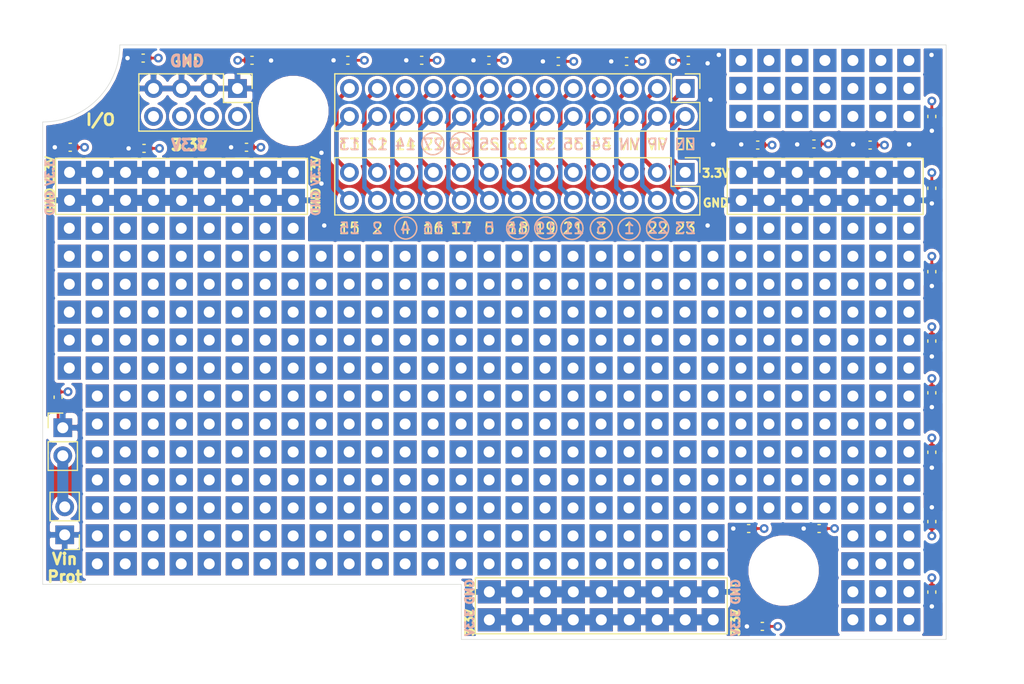
<source format=kicad_pcb>
(kicad_pcb (version 20171130) (host pcbnew "(5.1.8-0-10_14)")
  (title_block (title "Sailor Hat for ESP32") (rev 0.1.0) (company "Hat Laboratories") (comment 1 https://creativecommons.org/licenses/by-sa/4.0) (comment 2 "To view a copy of this license, visit ") (comment 3 "Sailor Hat for ESP32 is licensed under CC BY-SA 4.0."))
  (layers (0 F.Cu signal) (1 In1.Cu power hide) (2 In2.Cu power hide) (31 B.Cu signal) (34 B.Paste user hide) (35 F.Paste user hide) (36 B.SilkS user) (37 F.SilkS user) (38 B.Mask user hide) (39 F.Mask user hide) (44 Edge.Cuts user))
  (net 0 "")
  (net 1 GND)
  (net 2 +3V3)
  (net 3 /PCB/Vin_protected)
  (net 4 /PCB/IO15)
  (net 5 /PCB/IO13)
  (net 6 /PCB/IO02)
  (net 7 /PCB/IO12)
  (net 8 /PCB/IO04)
  (net 9 /PCB/IO14)
  (net 10 /PCB/IO16)
  (net 11 /PCB/IO27)
  (net 12 /PCB/IO17)
  (net 13 /PCB/IO26)
  (net 14 /PCB/IO05)
  (net 15 /PCB/IO25)
  (net 16 /PCB/IO18)
  (net 17 /PCB/IO33)
  (net 18 /PCB/IO19)
  (net 19 /PCB/IO32)
  (net 20 /PCB/IO21)
  (net 21 /PCB/IO35)
  (net 22 /PCB/IO03)
  (net 23 /PCB/IO34)
  (net 24 /PCB/IO01)
  (net 25 /PCB/VN)
  (net 26 /PCB/IO22)
  (net 27 /PCB/VP)
  (net 28 /PCB/IO23)
  (net 29 /PCB/EN)
  (module SH-ESP32:THTPad_2.1x2.1mm_Drill1.0mm (layer F.Cu) (at 99.06 71.12)
    (fp_text reference P252 hide)
    (fp_text value Conn_01x01_Male hide)
    (pad 1 thru_hole rect (at 0 0) (size 2.1 2.1) (drill 1) (layers *.Cu *.Mask) (net 1 GND))
  )
  (module SH-ESP32:THTPad_2.1x2.1mm_Drill1.0mm (layer F.Cu) (at 139.7 106.68)
    (fp_text reference P250 hide)
    (fp_text value Conn_01x01_Male hide)
    (pad 1 thru_hole rect (at 0 0) (size 2.1 2.1) (drill 1) (layers *.Cu *.Mask) (net 1 GND))
  )
  (module SH-ESP32:THTPad_2.1x2.1mm_Drill1.0mm (layer F.Cu) (at 101.6 71.12)
    (fp_text reference P249 hide)
    (fp_text value Conn_01x01_Male hide)
    (pad 1 thru_hole rect (at 0 0) (size 2.1 2.1) (drill 1) (layers *.Cu *.Mask) (net 1 GND))
  )
  (module SH-ESP32:THTPad_2.1x2.1mm_Drill1.0mm (layer F.Cu) (at 165.1 71.12)
    (fp_text reference P248 hide)
    (fp_text value Conn_01x01_Male hide)
    (pad 1 thru_hole rect (at 0 0) (size 2.1 2.1) (drill 1) (layers *.Cu *.Mask) (net 1 GND))
  )
  (module SH-ESP32:THTPad_2.1x2.1mm_Drill1.0mm (layer F.Cu) (at 149.86 106.68)
    (fp_text reference P247 hide)
    (fp_text value Conn_01x01_Male hide)
    (pad 1 thru_hole rect (at 0 0) (size 2.1 2.1) (drill 1) (layers *.Cu *.Mask) (net 1 GND))
  )
  (module SH-ESP32:THTPad_2.1x2.1mm_Drill1.0mm (layer F.Cu) (at 137.16 106.68)
    (fp_text reference P246 hide)
    (fp_text value Conn_01x01_Male hide)
    (pad 1 thru_hole rect (at 0 0) (size 2.1 2.1) (drill 1) (layers *.Cu *.Mask) (net 1 GND))
  )
  (module SH-ESP32:THTPad_2.1x2.1mm_Drill1.0mm (layer F.Cu) (at 104.14 71.12)
    (fp_text reference P245 hide)
    (fp_text value Conn_01x01_Male hide)
    (pad 1 thru_hole rect (at 0 0) (size 2.1 2.1) (drill 1) (layers *.Cu *.Mask) (net 1 GND))
  )
  (module SH-ESP32:THTPad_2.1x2.1mm_Drill1.0mm (layer F.Cu) (at 91.44 71.12)
    (fp_text reference P244 hide)
    (fp_text value Conn_01x01_Male hide)
    (pad 1 thru_hole rect (at 0 0) (size 2.1 2.1) (drill 1) (layers *.Cu *.Mask) (net 1 GND))
  )
  (module SH-ESP32:THTPad_2.1x2.1mm_Drill1.0mm (layer F.Cu) (at 162.56 71.12)
    (fp_text reference P243 hide)
    (fp_text value Conn_01x01_Male hide)
    (pad 1 thru_hole rect (at 0 0) (size 2.1 2.1) (drill 1) (layers *.Cu *.Mask) (net 1 GND))
  )
  (module SH-ESP32:THTPad_2.1x2.1mm_Drill1.0mm (layer F.Cu) (at 147.32 106.68)
    (fp_text reference P242 hide)
    (fp_text value Conn_01x01_Male hide)
    (pad 1 thru_hole rect (at 0 0) (size 2.1 2.1) (drill 1) (layers *.Cu *.Mask) (net 1 GND))
  )
  (module SH-ESP32:THTPad_2.1x2.1mm_Drill1.0mm (layer F.Cu) (at 134.62 106.68)
    (fp_text reference P241 hide)
    (fp_text value Conn_01x01_Male hide)
    (pad 1 thru_hole rect (at 0 0) (size 2.1 2.1) (drill 1) (layers *.Cu *.Mask) (net 1 GND))
  )
  (module SH-ESP32:THTPad_2.1x2.1mm_Drill1.0mm (layer F.Cu) (at 106.68 71.12)
    (fp_text reference P240 hide)
    (fp_text value Conn_01x01_Male hide)
    (pad 1 thru_hole rect (at 0 0) (size 2.1 2.1) (drill 1) (layers *.Cu *.Mask) (net 1 GND))
  )
  (module SH-ESP32:THTPad_2.1x2.1mm_Drill1.0mm (layer F.Cu) (at 167.64 71.12)
    (fp_text reference P239 hide)
    (fp_text value Conn_01x01_Male hide)
    (pad 1 thru_hole rect (at 0 0) (size 2.1 2.1) (drill 1) (layers *.Cu *.Mask) (net 1 GND))
  )
  (module SH-ESP32:THTPad_2.1x2.1mm_Drill1.0mm (layer F.Cu) (at 160.02 71.12)
    (fp_text reference P238 hide)
    (fp_text value Conn_01x01_Male hide)
    (pad 1 thru_hole rect (at 0 0) (size 2.1 2.1) (drill 1) (layers *.Cu *.Mask) (net 1 GND))
  )
  (module SH-ESP32:THTPad_2.1x2.1mm_Drill1.0mm (layer F.Cu) (at 144.78 106.68)
    (fp_text reference P237 hide)
    (fp_text value Conn_01x01_Male hide)
    (pad 1 thru_hole rect (at 0 0) (size 2.1 2.1) (drill 1) (layers *.Cu *.Mask) (net 1 GND))
  )
  (module SH-ESP32:THTPad_2.1x2.1mm_Drill1.0mm (layer F.Cu) (at 132.08 106.68)
    (fp_text reference P236 hide)
    (fp_text value Conn_01x01_Male hide)
    (pad 1 thru_hole rect (at 0 0) (size 2.1 2.1) (drill 1) (layers *.Cu *.Mask) (net 1 GND))
  )
  (module SH-ESP32:THTPad_2.1x2.1mm_Drill1.0mm (layer F.Cu) (at 109.22 71.12)
    (fp_text reference P235 hide)
    (fp_text value Conn_01x01_Male hide)
    (pad 1 thru_hole rect (at 0 0) (size 2.1 2.1) (drill 1) (layers *.Cu *.Mask) (net 1 GND))
  )
  (module SH-ESP32:THTPad_2.1x2.1mm_Drill1.0mm (layer F.Cu) (at 154.94 71.12)
    (fp_text reference P234 hide)
    (fp_text value Conn_01x01_Male hide)
    (pad 1 thru_hole rect (at 0 0) (size 2.1 2.1) (drill 1) (layers *.Cu *.Mask) (net 1 GND))
  )
  (module SH-ESP32:THTPad_2.1x2.1mm_Drill1.0mm (layer F.Cu) (at 157.48 71.12)
    (fp_text reference P233 hide)
    (fp_text value Conn_01x01_Male hide)
    (pad 1 thru_hole rect (at 0 0) (size 2.1 2.1) (drill 1) (layers *.Cu *.Mask) (net 1 GND))
  )
  (module SH-ESP32:THTPad_2.1x2.1mm_Drill1.0mm (layer F.Cu) (at 142.24 106.68)
    (fp_text reference P232 hide)
    (fp_text value Conn_01x01_Male hide)
    (pad 1 thru_hole rect (at 0 0) (size 2.1 2.1) (drill 1) (layers *.Cu *.Mask) (net 1 GND))
  )
  (module SH-ESP32:THTPad_2.1x2.1mm_Drill1.0mm (layer F.Cu) (at 129.54 106.68)
    (fp_text reference P231 hide)
    (fp_text value Conn_01x01_Male hide)
    (pad 1 thru_hole rect (at 0 0) (size 2.1 2.1) (drill 1) (layers *.Cu *.Mask) (net 1 GND))
  )
  (module SH-ESP32:THTPad_2.1x2.1mm_Drill1.0mm (layer F.Cu) (at 111.76 71.12)
    (fp_text reference P230 hide)
    (fp_text value Conn_01x01_Male hide)
    (pad 1 thru_hole rect (at 0 0) (size 2.1 2.1) (drill 1) (layers *.Cu *.Mask) (net 1 GND))
  )
  (module SH-ESP32:THTPad_2.1x2.1mm_Drill1.0mm (layer F.Cu) (at 152.4 71.12)
    (fp_text reference P229 hide)
    (fp_text value Conn_01x01_Male hide)
    (pad 1 thru_hole rect (at 0 0) (size 2.1 2.1) (drill 1) (layers *.Cu *.Mask) (net 1 GND))
  )
  (module SH-ESP32:THTPad_2.1x2.1mm_Drill1.0mm (layer F.Cu) (at 165.1 68.58)
    (fp_text reference P228 hide)
    (fp_text value Conn_01x01_Male hide)
    (pad 1 thru_hole rect (at 0 0) (size 2.1 2.1) (drill 1) (layers *.Cu *.Mask) (net 2 +3V3))
  )
  (module SH-ESP32:THTPad_2.1x2.1mm_Drill1.0mm (layer F.Cu) (at 137.16 109.22)
    (fp_text reference P227 hide)
    (fp_text value Conn_01x01_Male hide)
    (pad 1 thru_hole rect (at 0 0) (size 2.1 2.1) (drill 1) (layers *.Cu *.Mask) (net 2 +3V3))
  )
  (module SH-ESP32:THTPad_2.1x2.1mm_Drill1.0mm (layer F.Cu) (at 139.7 109.22)
    (fp_text reference P226 hide)
    (fp_text value Conn_01x01_Male hide)
    (pad 1 thru_hole rect (at 0 0) (size 2.1 2.1) (drill 1) (layers *.Cu *.Mask) (net 2 +3V3))
  )
  (module SH-ESP32:THTPad_2.1x2.1mm_Drill1.0mm (layer F.Cu) (at 147.32 109.22)
    (fp_text reference P225 hide)
    (fp_text value Conn_01x01_Male hide)
    (pad 1 thru_hole rect (at 0 0) (size 2.1 2.1) (drill 1) (layers *.Cu *.Mask) (net 2 +3V3))
  )
  (module SH-ESP32:THTPad_2.1x2.1mm_Drill1.0mm (layer F.Cu) (at 101.6 68.58)
    (fp_text reference P224 hide)
    (fp_text value Conn_01x01_Male hide)
    (pad 1 thru_hole rect (at 0 0) (size 2.1 2.1) (drill 1) (layers *.Cu *.Mask) (net 2 +3V3))
  )
  (module SH-ESP32:THTPad_2.1x2.1mm_Drill1.0mm (layer F.Cu) (at 162.56 68.58)
    (fp_text reference P223 hide)
    (fp_text value Conn_01x01_Male hide)
    (pad 1 thru_hole rect (at 0 0) (size 2.1 2.1) (drill 1) (layers *.Cu *.Mask) (net 2 +3V3))
  )
  (module SH-ESP32:THTPad_2.1x2.1mm_Drill1.0mm (layer F.Cu) (at 134.62 109.22)
    (fp_text reference P222 hide)
    (fp_text value Conn_01x01_Male hide)
    (pad 1 thru_hole rect (at 0 0) (size 2.1 2.1) (drill 1) (layers *.Cu *.Mask) (net 2 +3V3))
  )
  (module SH-ESP32:THTPad_2.1x2.1mm_Drill1.0mm (layer F.Cu) (at 142.24 109.22)
    (fp_text reference P221 hide)
    (fp_text value Conn_01x01_Male hide)
    (pad 1 thru_hole rect (at 0 0) (size 2.1 2.1) (drill 1) (layers *.Cu *.Mask) (net 2 +3V3))
  )
  (module SH-ESP32:THTPad_2.1x2.1mm_Drill1.0mm (layer F.Cu) (at 149.86 109.22)
    (fp_text reference P220 hide)
    (fp_text value Conn_01x01_Male hide)
    (pad 1 thru_hole rect (at 0 0) (size 2.1 2.1) (drill 1) (layers *.Cu *.Mask) (net 2 +3V3))
  )
  (module SH-ESP32:THTPad_2.1x2.1mm_Drill1.0mm (layer F.Cu) (at 111.76 68.58)
    (fp_text reference P219 hide)
    (fp_text value Conn_01x01_Male hide)
    (pad 1 thru_hole rect (at 0 0) (size 2.1 2.1) (drill 1) (layers *.Cu *.Mask) (net 2 +3V3))
  )
  (module SH-ESP32:THTPad_2.1x2.1mm_Drill1.0mm (layer F.Cu) (at 160.02 68.58)
    (fp_text reference P218 hide)
    (fp_text value Conn_01x01_Male hide)
    (pad 1 thru_hole rect (at 0 0) (size 2.1 2.1) (drill 1) (layers *.Cu *.Mask) (net 2 +3V3))
  )
  (module SH-ESP32:THTPad_2.1x2.1mm_Drill1.0mm (layer F.Cu) (at 132.08 109.22)
    (fp_text reference P217 hide)
    (fp_text value Conn_01x01_Male hide)
    (pad 1 thru_hole rect (at 0 0) (size 2.1 2.1) (drill 1) (layers *.Cu *.Mask) (net 2 +3V3))
  )
  (module SH-ESP32:THTPad_2.1x2.1mm_Drill1.0mm (layer F.Cu) (at 144.78 109.22)
    (fp_text reference P216 hide)
    (fp_text value Conn_01x01_Male hide)
    (pad 1 thru_hole rect (at 0 0) (size 2.1 2.1) (drill 1) (layers *.Cu *.Mask) (net 2 +3V3))
  )
  (module SH-ESP32:THTPad_2.1x2.1mm_Drill1.0mm (layer F.Cu) (at 109.22 68.58)
    (fp_text reference P214 hide)
    (fp_text value Conn_01x01_Male hide)
    (pad 1 thru_hole rect (at 0 0) (size 2.1 2.1) (drill 1) (layers *.Cu *.Mask) (net 2 +3V3))
  )
  (module SH-ESP32:THTPad_2.1x2.1mm_Drill1.0mm (layer F.Cu) (at 157.48 68.58)
    (fp_text reference P213 hide)
    (fp_text value Conn_01x01_Male hide)
    (pad 1 thru_hole rect (at 0 0) (size 2.1 2.1) (drill 1) (layers *.Cu *.Mask) (net 2 +3V3))
  )
  (module SH-ESP32:THTPad_2.1x2.1mm_Drill1.0mm (layer F.Cu) (at 129.54 109.22)
    (fp_text reference P212 hide)
    (fp_text value Conn_01x01_Male hide)
    (pad 1 thru_hole rect (at 0 0) (size 2.1 2.1) (drill 1) (layers *.Cu *.Mask) (net 2 +3V3))
  )
  (module SH-ESP32:THTPad_2.1x2.1mm_Drill1.0mm (layer F.Cu) (at 167.64 68.58)
    (fp_text reference P211 hide)
    (fp_text value Conn_01x01_Male hide)
    (pad 1 thru_hole rect (at 0 0) (size 2.1 2.1) (drill 1) (layers *.Cu *.Mask) (net 2 +3V3))
  )
  (module SH-ESP32:THTPad_2.1x2.1mm_Drill1.0mm (layer F.Cu) (at 106.68 68.58)
    (fp_text reference P210 hide)
    (fp_text value Conn_01x01_Male hide)
    (pad 1 thru_hole rect (at 0 0) (size 2.1 2.1) (drill 1) (layers *.Cu *.Mask) (net 2 +3V3))
  )
  (module SH-ESP32:THTPad_2.1x2.1mm_Drill1.0mm (layer F.Cu) (at 154.94 68.58)
    (fp_text reference P209 hide)
    (fp_text value Conn_01x01_Male hide)
    (pad 1 thru_hole rect (at 0 0) (size 2.1 2.1) (drill 1) (layers *.Cu *.Mask) (net 2 +3V3))
  )
  (module SH-ESP32:THTPad_2.1x2.1mm_Drill1.0mm (layer F.Cu) (at 91.44 68.58)
    (fp_text reference P208 hide)
    (fp_text value Conn_01x01_Male hide)
    (pad 1 thru_hole rect (at 0 0) (size 2.1 2.1) (drill 1) (layers *.Cu *.Mask) (net 2 +3V3))
  )
  (module SH-ESP32:THTPad_2.1x2.1mm_Drill1.0mm (layer F.Cu) (at 104.14 68.58)
    (fp_text reference P207 hide)
    (fp_text value Conn_01x01_Male hide)
    (pad 1 thru_hole rect (at 0 0) (size 2.1 2.1) (drill 1) (layers *.Cu *.Mask) (net 2 +3V3))
  )
  (module SH-ESP32:THTPad_2.1x2.1mm_Drill1.0mm (layer F.Cu) (at 152.4 68.58)
    (fp_text reference P206 hide)
    (fp_text value Conn_01x01_Male hide)
    (pad 1 thru_hole rect (at 0 0) (size 2.1 2.1) (drill 1) (layers *.Cu *.Mask) (net 2 +3V3))
  )
  (module SH-ESP32:THTPad_2.1x2.1mm_Drill1.0mm (layer F.Cu) (at 99.06 68.58)
    (fp_text reference P205 hide)
    (fp_text value Conn_01x01_Male hide)
    (pad 1 thru_hole rect (at 0 0) (size 2.1 2.1) (drill 1) (layers *.Cu *.Mask) (net 2 +3V3))
  )
  (module SH-ESP32:THTPad_2.1x2.1mm_Drill1.0mm (layer F.Cu) (at 93.98 71.12 270)
    (fp_text reference P204 hide)
    (fp_text value Conn_01x01_Male hide)
    (pad 1 thru_hole rect (at 0 0 270) (size 2.1 2.1) (drill 1) (layers *.Cu *.Mask) (net 1 GND))
  )
  (module SH-ESP32:THTPad_2.1x2.1mm_Drill1.0mm (layer F.Cu) (at 96.52 71.12 270)
    (fp_text reference P203 hide)
    (fp_text value Conn_01x01_Male hide)
    (pad 1 thru_hole rect (at 0 0 270) (size 2.1 2.1) (drill 1) (layers *.Cu *.Mask) (net 1 GND))
  )
  (module SH-ESP32:THTPad_2.1x2.1mm_Drill1.0mm (layer F.Cu) (at 93.98 68.58 270)
    (fp_text reference P202 hide)
    (fp_text value Conn_01x01_Male hide)
    (pad 1 thru_hole rect (at 0 0 270) (size 2.1 2.1) (drill 1) (layers *.Cu *.Mask) (net 2 +3V3))
  )
  (module SH-ESP32:THTPad_2.1x2.1mm_Drill1.0mm (layer F.Cu) (at 96.52 68.58 270)
    (fp_text reference P201 hide)
    (fp_text value Conn_01x01_Male hide)
    (pad 1 thru_hole rect (at 0 0 270) (size 2.1 2.1) (drill 1) (layers *.Cu *.Mask) (net 2 +3V3))
  )
  (module Connector_PinHeader_2.54mm:PinHeader_1x02_P2.54mm_Vertical (layer F.Cu) (at 91 101.5 180)
    (fp_text reference J205 hide)
    (fp_text value VinProt hide)
    (pad 2 thru_hole oval (at 0 2.54 180) (size 1.7 1.7) (drill 1) (layers *.Cu *.Mask) (net 3 /PCB/Vin_protected))
    (pad 1 thru_hole rect (at 0 0 180) (size 1.7 1.7) (drill 1) (layers *.Cu *.Mask) (net 1 GND))
  )
  (module Connector_PinHeader_2.54mm:PinHeader_2x13_P2.54mm_Vertical (layer F.Cu) (at 147.32 68.58 270)
    (fp_text reference J203 hide)
    (fp_text value GPIO hide)
    (pad 26 thru_hole oval (at 2.54 30.48 270) (size 1.7 1.7) (drill 1) (layers *.Cu *.Mask) (net 4 /PCB/IO15))
    (pad 25 thru_hole oval (at 0 30.48 270) (size 1.7 1.7) (drill 1) (layers *.Cu *.Mask) (net 5 /PCB/IO13))
    (pad 24 thru_hole oval (at 2.54 27.94 270) (size 1.7 1.7) (drill 1) (layers *.Cu *.Mask) (net 6 /PCB/IO02))
    (pad 23 thru_hole oval (at 0 27.94 270) (size 1.7 1.7) (drill 1) (layers *.Cu *.Mask) (net 7 /PCB/IO12))
    (pad 22 thru_hole oval (at 2.54 25.4 270) (size 1.7 1.7) (drill 1) (layers *.Cu *.Mask) (net 8 /PCB/IO04))
    (pad 21 thru_hole oval (at 0 25.4 270) (size 1.7 1.7) (drill 1) (layers *.Cu *.Mask) (net 9 /PCB/IO14))
    (pad 20 thru_hole oval (at 2.54 22.86 270) (size 1.7 1.7) (drill 1) (layers *.Cu *.Mask) (net 10 /PCB/IO16))
    (pad 19 thru_hole oval (at 0 22.86 270) (size 1.7 1.7) (drill 1) (layers *.Cu *.Mask) (net 11 /PCB/IO27))
    (pad 18 thru_hole oval (at 2.54 20.32 270) (size 1.7 1.7) (drill 1) (layers *.Cu *.Mask) (net 12 /PCB/IO17))
    (pad 17 thru_hole oval (at 0 20.32 270) (size 1.7 1.7) (drill 1) (layers *.Cu *.Mask) (net 13 /PCB/IO26))
    (pad 16 thru_hole oval (at 2.54 17.78 270) (size 1.7 1.7) (drill 1) (layers *.Cu *.Mask) (net 14 /PCB/IO05))
    (pad 15 thru_hole oval (at 0 17.78 270) (size 1.7 1.7) (drill 1) (layers *.Cu *.Mask) (net 15 /PCB/IO25))
    (pad 14 thru_hole oval (at 2.54 15.24 270) (size 1.7 1.7) (drill 1) (layers *.Cu *.Mask) (net 16 /PCB/IO18))
    (pad 13 thru_hole oval (at 0 15.24 270) (size 1.7 1.7) (drill 1) (layers *.Cu *.Mask) (net 17 /PCB/IO33))
    (pad 12 thru_hole oval (at 2.54 12.7 270) (size 1.7 1.7) (drill 1) (layers *.Cu *.Mask) (net 18 /PCB/IO19))
    (pad 11 thru_hole oval (at 0 12.7 270) (size 1.7 1.7) (drill 1) (layers *.Cu *.Mask) (net 19 /PCB/IO32))
    (pad 10 thru_hole oval (at 2.54 10.16 270) (size 1.7 1.7) (drill 1) (layers *.Cu *.Mask) (net 20 /PCB/IO21))
    (pad 9 thru_hole oval (at 0 10.16 270) (size 1.7 1.7) (drill 1) (layers *.Cu *.Mask) (net 21 /PCB/IO35))
    (pad 8 thru_hole oval (at 2.54 7.62 270) (size 1.7 1.7) (drill 1) (layers *.Cu *.Mask) (net 22 /PCB/IO03))
    (pad 7 thru_hole oval (at 0 7.62 270) (size 1.7 1.7) (drill 1) (layers *.Cu *.Mask) (net 23 /PCB/IO34))
    (pad 6 thru_hole oval (at 2.54 5.08 270) (size 1.7 1.7) (drill 1) (layers *.Cu *.Mask) (net 24 /PCB/IO01))
    (pad 5 thru_hole oval (at 0 5.08 270) (size 1.7 1.7) (drill 1) (layers *.Cu *.Mask) (net 25 /PCB/VN))
    (pad 4 thru_hole oval (at 2.54 2.54 270) (size 1.7 1.7) (drill 1) (layers *.Cu *.Mask) (net 26 /PCB/IO22))
    (pad 3 thru_hole oval (at 0 2.54 270) (size 1.7 1.7) (drill 1) (layers *.Cu *.Mask) (net 27 /PCB/VP))
    (pad 2 thru_hole oval (at 2.54 0 270) (size 1.7 1.7) (drill 1) (layers *.Cu *.Mask) (net 28 /PCB/IO23))
    (pad 1 thru_hole rect (at 0 0 270) (size 1.7 1.7) (drill 1) (layers *.Cu *.Mask) (net 29 /PCB/EN))
  )
  (module SH-ESP32:THTPad_2.1x2.1mm_Drill1.0mm (layer F.Cu) (at 162.536 101.594)
    (fp_text reference REF** hide)
    (fp_text value THTPad_2.1x2.1mm_Drill1.0mm hide)
    (pad 1 thru_hole rect (at 0 0) (size 2.1 2.1) (drill 1) (layers *.Cu *.Mask))
  )
  (module SH-ESP32:THTPad_2.1x2.1mm_Drill1.0mm (layer F.Cu) (at 167.616 101.594)
    (fp_text reference REF** hide)
    (fp_text value THTPad_2.1x2.1mm_Drill1.0mm hide)
    (pad 1 thru_hole rect (at 0 0) (size 2.1 2.1) (drill 1) (layers *.Cu *.Mask))
  )
  (module SH-ESP32:THTPad_2.1x2.1mm_Drill1.0mm (layer F.Cu) (at 165.076 101.594)
    (fp_text reference REF** hide)
    (fp_text value THTPad_2.1x2.1mm_Drill1.0mm hide)
    (pad 1 thru_hole rect (at 0 0) (size 2.1 2.1) (drill 1) (layers *.Cu *.Mask))
  )
  (module SH-ESP32:THTPad_2.1x2.1mm_Drill1.0mm (layer F.Cu) (at 167.616 106.674)
    (fp_text reference REF** hide)
    (fp_text value THTPad_2.1x2.1mm_Drill1.0mm hide)
    (pad 1 thru_hole rect (at 0 0) (size 2.1 2.1) (drill 1) (layers *.Cu *.Mask))
  )
  (module SH-ESP32:THTPad_2.1x2.1mm_Drill1.0mm (layer F.Cu) (at 162.536 106.674)
    (fp_text reference REF** hide)
    (fp_text value THTPad_2.1x2.1mm_Drill1.0mm hide)
    (pad 1 thru_hole rect (at 0 0) (size 2.1 2.1) (drill 1) (layers *.Cu *.Mask))
  )
  (module SH-ESP32:THTPad_2.1x2.1mm_Drill1.0mm (layer F.Cu) (at 165.076 106.674)
    (fp_text reference REF** hide)
    (fp_text value THTPad_2.1x2.1mm_Drill1.0mm hide)
    (pad 1 thru_hole rect (at 0 0) (size 2.1 2.1) (drill 1) (layers *.Cu *.Mask))
  )
  (module SH-ESP32:THTPad_2.1x2.1mm_Drill1.0mm (layer F.Cu) (at 167.616 104.134)
    (fp_text reference REF** hide)
    (fp_text value THTPad_2.1x2.1mm_Drill1.0mm hide)
    (pad 1 thru_hole rect (at 0 0) (size 2.1 2.1) (drill 1) (layers *.Cu *.Mask))
  )
  (module SH-ESP32:THTPad_2.1x2.1mm_Drill1.0mm (layer F.Cu) (at 162.536 104.134)
    (fp_text reference REF** hide)
    (fp_text value THTPad_2.1x2.1mm_Drill1.0mm hide)
    (pad 1 thru_hole rect (at 0 0) (size 2.1 2.1) (drill 1) (layers *.Cu *.Mask))
  )
  (module SH-ESP32:THTPad_2.1x2.1mm_Drill1.0mm (layer F.Cu) (at 165.076 104.134)
    (fp_text reference REF** hide)
    (fp_text value THTPad_2.1x2.1mm_Drill1.0mm hide)
    (pad 1 thru_hole rect (at 0 0) (size 2.1 2.1) (drill 1) (layers *.Cu *.Mask))
  )
  (module SH-ESP32:THTPad_2.1x2.1mm_Drill1.0mm (layer F.Cu) (at 167.616 109.214)
    (fp_text reference REF** hide)
    (fp_text value THTPad_2.1x2.1mm_Drill1.0mm hide)
    (pad 1 thru_hole rect (at 0 0) (size 2.1 2.1) (drill 1) (layers *.Cu *.Mask))
  )
  (module SH-ESP32:THTPad_2.1x2.1mm_Drill1.0mm (layer F.Cu) (at 162.536 109.214)
    (fp_text reference REF** hide)
    (fp_text value THTPad_2.1x2.1mm_Drill1.0mm hide)
    (pad 1 thru_hole rect (at 0 0) (size 2.1 2.1) (drill 1) (layers *.Cu *.Mask))
  )
  (module SH-ESP32:THTPad_2.1x2.1mm_Drill1.0mm (layer F.Cu) (at 165.076 109.214)
    (fp_text reference REF** hide)
    (fp_text value THTPad_2.1x2.1mm_Drill1.0mm hide)
    (pad 1 thru_hole rect (at 0 0) (size 2.1 2.1) (drill 1) (layers *.Cu *.Mask))
  )
  (module SH-ESP32:THTPad_2.1x2.1mm_Drill1.0mm (layer F.Cu) (at 149.836 104.134)
    (fp_text reference REF** hide)
    (fp_text value THTPad_2.1x2.1mm_Drill1.0mm hide)
    (pad 1 thru_hole rect (at 0 0) (size 2.1 2.1) (drill 1) (layers *.Cu *.Mask))
  )
  (module SH-ESP32:THTPad_2.1x2.1mm_Drill1.0mm (layer F.Cu) (at 149.836 101.594)
    (fp_text reference REF** hide)
    (fp_text value THTPad_2.1x2.1mm_Drill1.0mm hide)
    (pad 1 thru_hole rect (at 0 0) (size 2.1 2.1) (drill 1) (layers *.Cu *.Mask))
  )
  (module SH-ESP32:THTPad_2.1x2.1mm_Drill1.0mm (layer F.Cu) (at 165.076 58.414)
    (fp_text reference REF** hide)
    (fp_text value THTPad_2.1x2.1mm_Drill1.0mm hide)
    (pad 1 thru_hole rect (at 0 0) (size 2.1 2.1) (drill 1) (layers *.Cu *.Mask))
  )
  (module SH-ESP32:THTPad_2.1x2.1mm_Drill1.0mm (layer F.Cu) (at 167.616 60.954)
    (fp_text reference REF** hide)
    (fp_text value THTPad_2.1x2.1mm_Drill1.0mm hide)
    (pad 1 thru_hole rect (at 0 0) (size 2.1 2.1) (drill 1) (layers *.Cu *.Mask))
  )
  (module SH-ESP32:THTPad_2.1x2.1mm_Drill1.0mm (layer F.Cu) (at 167.616 58.414)
    (fp_text reference REF** hide)
    (fp_text value THTPad_2.1x2.1mm_Drill1.0mm hide)
    (pad 1 thru_hole rect (at 0 0) (size 2.1 2.1) (drill 1) (layers *.Cu *.Mask))
  )
  (module SH-ESP32:THTPad_2.1x2.1mm_Drill1.0mm (layer F.Cu) (at 162.536 58.414)
    (fp_text reference REF** hide)
    (fp_text value THTPad_2.1x2.1mm_Drill1.0mm hide)
    (pad 1 thru_hole rect (at 0 0) (size 2.1 2.1) (drill 1) (layers *.Cu *.Mask))
  )
  (module SH-ESP32:THTPad_2.1x2.1mm_Drill1.0mm (layer F.Cu) (at 154.916 58.414)
    (fp_text reference REF** hide)
    (fp_text value THTPad_2.1x2.1mm_Drill1.0mm hide)
    (pad 1 thru_hole rect (at 0 0) (size 2.1 2.1) (drill 1) (layers *.Cu *.Mask))
  )
  (module SH-ESP32:THTPad_2.1x2.1mm_Drill1.0mm (layer F.Cu) (at 157.456 58.414)
    (fp_text reference REF** hide)
    (fp_text value THTPad_2.1x2.1mm_Drill1.0mm hide)
    (pad 1 thru_hole rect (at 0 0) (size 2.1 2.1) (drill 1) (layers *.Cu *.Mask))
  )
  (module SH-ESP32:THTPad_2.1x2.1mm_Drill1.0mm (layer F.Cu) (at 159.996 58.414)
    (fp_text reference REF** hide)
    (fp_text value THTPad_2.1x2.1mm_Drill1.0mm hide)
    (pad 1 thru_hole rect (at 0 0) (size 2.1 2.1) (drill 1) (layers *.Cu *.Mask))
  )
  (module SH-ESP32:THTPad_2.1x2.1mm_Drill1.0mm (layer F.Cu) (at 152.376 58.414)
    (fp_text reference REF** hide)
    (fp_text value THTPad_2.1x2.1mm_Drill1.0mm hide)
    (pad 1 thru_hole rect (at 0 0) (size 2.1 2.1) (drill 1) (layers *.Cu *.Mask))
  )
  (module SH-ESP32:THTPad_2.1x2.1mm_Drill1.0mm (layer F.Cu) (at 167.616 63.494)
    (fp_text reference REF** hide)
    (fp_text value THTPad_2.1x2.1mm_Drill1.0mm hide)
    (pad 1 thru_hole rect (at 0 0) (size 2.1 2.1) (drill 1) (layers *.Cu *.Mask))
  )
  (module SH-ESP32:THTPad_2.1x2.1mm_Drill1.0mm (layer F.Cu) (at 152.376 60.954)
    (fp_text reference REF** hide)
    (fp_text value THTPad_2.1x2.1mm_Drill1.0mm hide)
    (pad 1 thru_hole rect (at 0 0) (size 2.1 2.1) (drill 1) (layers *.Cu *.Mask))
  )
  (module SH-ESP32:THTPad_2.1x2.1mm_Drill1.0mm (layer F.Cu) (at 152.376 63.494)
    (fp_text reference REF** hide)
    (fp_text value THTPad_2.1x2.1mm_Drill1.0mm hide)
    (pad 1 thru_hole rect (at 0 0) (size 2.1 2.1) (drill 1) (layers *.Cu *.Mask))
  )
  (module SH-ESP32:THTPad_2.1x2.1mm_Drill1.0mm (layer F.Cu) (at 165.076 60.954)
    (fp_text reference REF** hide)
    (fp_text value THTPad_2.1x2.1mm_Drill1.0mm hide)
    (pad 1 thru_hole rect (at 0 0) (size 2.1 2.1) (drill 1) (layers *.Cu *.Mask))
  )
  (module SH-ESP32:THTPad_2.1x2.1mm_Drill1.0mm (layer F.Cu) (at 165.076 63.494)
    (fp_text reference REF** hide)
    (fp_text value THTPad_2.1x2.1mm_Drill1.0mm hide)
    (pad 1 thru_hole rect (at 0 0) (size 2.1 2.1) (drill 1) (layers *.Cu *.Mask))
  )
  (module SH-ESP32:THTPad_2.1x2.1mm_Drill1.0mm (layer F.Cu) (at 162.536 60.954)
    (fp_text reference REF** hide)
    (fp_text value THTPad_2.1x2.1mm_Drill1.0mm hide)
    (pad 1 thru_hole rect (at 0 0) (size 2.1 2.1) (drill 1) (layers *.Cu *.Mask))
  )
  (module SH-ESP32:THTPad_2.1x2.1mm_Drill1.0mm (layer F.Cu) (at 162.536 63.494)
    (fp_text reference REF** hide)
    (fp_text value THTPad_2.1x2.1mm_Drill1.0mm hide)
    (pad 1 thru_hole rect (at 0 0) (size 2.1 2.1) (drill 1) (layers *.Cu *.Mask))
  )
  (module SH-ESP32:THTPad_2.1x2.1mm_Drill1.0mm (layer F.Cu) (at 159.996 60.954)
    (fp_text reference REF** hide)
    (fp_text value THTPad_2.1x2.1mm_Drill1.0mm hide)
    (pad 1 thru_hole rect (at 0 0) (size 2.1 2.1) (drill 1) (layers *.Cu *.Mask))
  )
  (module SH-ESP32:THTPad_2.1x2.1mm_Drill1.0mm (layer F.Cu) (at 159.996 63.494)
    (fp_text reference REF** hide)
    (fp_text value THTPad_2.1x2.1mm_Drill1.0mm hide)
    (pad 1 thru_hole rect (at 0 0) (size 2.1 2.1) (drill 1) (layers *.Cu *.Mask))
  )
  (module SH-ESP32:THTPad_2.1x2.1mm_Drill1.0mm (layer F.Cu) (at 157.456 60.954)
    (fp_text reference REF** hide)
    (fp_text value THTPad_2.1x2.1mm_Drill1.0mm hide)
    (pad 1 thru_hole rect (at 0 0) (size 2.1 2.1) (drill 1) (layers *.Cu *.Mask))
  )
  (module SH-ESP32:THTPad_2.1x2.1mm_Drill1.0mm (layer F.Cu) (at 157.456 63.494)
    (fp_text reference REF** hide)
    (fp_text value THTPad_2.1x2.1mm_Drill1.0mm hide)
    (pad 1 thru_hole rect (at 0 0) (size 2.1 2.1) (drill 1) (layers *.Cu *.Mask))
  )
  (module SH-ESP32:THTPad_2.1x2.1mm_Drill1.0mm (layer F.Cu) (at 154.916 60.954)
    (fp_text reference REF** hide)
    (fp_text value THTPad_2.1x2.1mm_Drill1.0mm hide)
    (pad 1 thru_hole rect (at 0 0) (size 2.1 2.1) (drill 1) (layers *.Cu *.Mask))
  )
  (module SH-ESP32:THTPad_2.1x2.1mm_Drill1.0mm (layer F.Cu) (at 154.916 63.494)
    (fp_text reference REF** hide)
    (fp_text value THTPad_2.1x2.1mm_Drill1.0mm hide)
    (pad 1 thru_hole rect (at 0 0) (size 2.1 2.1) (drill 1) (layers *.Cu *.Mask))
  )
  (module SH-ESP32:THTPad_2.1x2.1mm_Drill1.0mm (layer F.Cu) (at 96.496 104.134)
    (fp_text reference REF** hide)
    (fp_text value THTPad_2.1x2.1mm_Drill1.0mm hide)
    (pad 1 thru_hole rect (at 0 0) (size 2.1 2.1) (drill 1) (layers *.Cu *.Mask))
  )
  (module SH-ESP32:THTPad_2.1x2.1mm_Drill1.0mm (layer F.Cu) (at 93.956 104.134)
    (fp_text reference REF** hide)
    (fp_text value THTPad_2.1x2.1mm_Drill1.0mm hide)
    (pad 1 thru_hole rect (at 0 0) (size 2.1 2.1) (drill 1) (layers *.Cu *.Mask))
  )
  (module SH-ESP32:THTPad_2.1x2.1mm_Drill1.0mm (layer F.Cu) (at 124.436 104.134)
    (fp_text reference REF** hide)
    (fp_text value THTPad_2.1x2.1mm_Drill1.0mm hide)
    (pad 1 thru_hole rect (at 0 0) (size 2.1 2.1) (drill 1) (layers *.Cu *.Mask))
  )
  (module SH-ESP32:THTPad_2.1x2.1mm_Drill1.0mm (layer F.Cu) (at 116.816 104.134)
    (fp_text reference REF** hide)
    (fp_text value THTPad_2.1x2.1mm_Drill1.0mm hide)
    (pad 1 thru_hole rect (at 0 0) (size 2.1 2.1) (drill 1) (layers *.Cu *.Mask))
  )
  (module SH-ESP32:THTPad_2.1x2.1mm_Drill1.0mm (layer F.Cu) (at 114.276 104.134)
    (fp_text reference REF** hide)
    (fp_text value THTPad_2.1x2.1mm_Drill1.0mm hide)
    (pad 1 thru_hole rect (at 0 0) (size 2.1 2.1) (drill 1) (layers *.Cu *.Mask))
  )
  (module SH-ESP32:THTPad_2.1x2.1mm_Drill1.0mm (layer F.Cu) (at 106.656 104.134)
    (fp_text reference REF** hide)
    (fp_text value THTPad_2.1x2.1mm_Drill1.0mm hide)
    (pad 1 thru_hole rect (at 0 0) (size 2.1 2.1) (drill 1) (layers *.Cu *.Mask))
  )
  (module SH-ESP32:THTPad_2.1x2.1mm_Drill1.0mm (layer F.Cu) (at 119.356 104.134)
    (fp_text reference REF** hide)
    (fp_text value THTPad_2.1x2.1mm_Drill1.0mm hide)
    (pad 1 thru_hole rect (at 0 0) (size 2.1 2.1) (drill 1) (layers *.Cu *.Mask))
  )
  (module SH-ESP32:THTPad_2.1x2.1mm_Drill1.0mm (layer F.Cu) (at 126.976 104.134)
    (fp_text reference REF** hide)
    (fp_text value THTPad_2.1x2.1mm_Drill1.0mm hide)
    (pad 1 thru_hole rect (at 0 0) (size 2.1 2.1) (drill 1) (layers *.Cu *.Mask))
  )
  (module SH-ESP32:THTPad_2.1x2.1mm_Drill1.0mm (layer F.Cu) (at 111.736 104.134)
    (fp_text reference REF** hide)
    (fp_text value THTPad_2.1x2.1mm_Drill1.0mm hide)
    (pad 1 thru_hole rect (at 0 0) (size 2.1 2.1) (drill 1) (layers *.Cu *.Mask))
  )
  (module SH-ESP32:THTPad_2.1x2.1mm_Drill1.0mm (layer F.Cu) (at 109.196 104.134)
    (fp_text reference REF** hide)
    (fp_text value THTPad_2.1x2.1mm_Drill1.0mm hide)
    (pad 1 thru_hole rect (at 0 0) (size 2.1 2.1) (drill 1) (layers *.Cu *.Mask))
  )
  (module SH-ESP32:THTPad_2.1x2.1mm_Drill1.0mm (layer F.Cu) (at 121.896 104.134)
    (fp_text reference REF** hide)
    (fp_text value THTPad_2.1x2.1mm_Drill1.0mm hide)
    (pad 1 thru_hole rect (at 0 0) (size 2.1 2.1) (drill 1) (layers *.Cu *.Mask))
  )
  (module SH-ESP32:THTPad_2.1x2.1mm_Drill1.0mm (layer F.Cu) (at 101.576 104.134)
    (fp_text reference REF** hide)
    (fp_text value THTPad_2.1x2.1mm_Drill1.0mm hide)
    (pad 1 thru_hole rect (at 0 0) (size 2.1 2.1) (drill 1) (layers *.Cu *.Mask))
  )
  (module SH-ESP32:THTPad_2.1x2.1mm_Drill1.0mm (layer F.Cu) (at 104.116 104.134)
    (fp_text reference REF** hide)
    (fp_text value THTPad_2.1x2.1mm_Drill1.0mm hide)
    (pad 1 thru_hole rect (at 0 0) (size 2.1 2.1) (drill 1) (layers *.Cu *.Mask))
  )
  (module SH-ESP32:THTPad_2.1x2.1mm_Drill1.0mm (layer F.Cu) (at 99.036 104.134)
    (fp_text reference REF** hide)
    (fp_text value THTPad_2.1x2.1mm_Drill1.0mm hide)
    (pad 1 thru_hole rect (at 0 0) (size 2.1 2.1) (drill 1) (layers *.Cu *.Mask))
  )
  (module SH-ESP32:THTPad_2.1x2.1mm_Drill1.0mm (layer F.Cu) (at 96.496 93.974)
    (fp_text reference REF** hide)
    (fp_text value THTPad_2.1x2.1mm_Drill1.0mm hide)
    (pad 1 thru_hole rect (at 0 0) (size 2.1 2.1) (drill 1) (layers *.Cu *.Mask))
  )
  (module SH-ESP32:THTPad_2.1x2.1mm_Drill1.0mm (layer F.Cu) (at 96.496 96.514)
    (fp_text reference REF** hide)
    (fp_text value THTPad_2.1x2.1mm_Drill1.0mm hide)
    (pad 1 thru_hole rect (at 0 0) (size 2.1 2.1) (drill 1) (layers *.Cu *.Mask))
  )
  (module SH-ESP32:THTPad_2.1x2.1mm_Drill1.0mm (layer F.Cu) (at 96.496 91.434)
    (fp_text reference REF** hide)
    (fp_text value THTPad_2.1x2.1mm_Drill1.0mm hide)
    (pad 1 thru_hole rect (at 0 0) (size 2.1 2.1) (drill 1) (layers *.Cu *.Mask))
  )
  (module SH-ESP32:THTPad_2.1x2.1mm_Drill1.0mm (layer F.Cu) (at 93.956 91.434)
    (fp_text reference REF** hide)
    (fp_text value THTPad_2.1x2.1mm_Drill1.0mm hide)
    (pad 1 thru_hole rect (at 0 0) (size 2.1 2.1) (drill 1) (layers *.Cu *.Mask))
  )
  (module SH-ESP32:THTPad_2.1x2.1mm_Drill1.0mm (layer F.Cu) (at 96.496 99.054)
    (fp_text reference REF** hide)
    (fp_text value THTPad_2.1x2.1mm_Drill1.0mm hide)
    (pad 1 thru_hole rect (at 0 0) (size 2.1 2.1) (drill 1) (layers *.Cu *.Mask))
  )
  (module SH-ESP32:THTPad_2.1x2.1mm_Drill1.0mm (layer F.Cu) (at 93.956 99.054)
    (fp_text reference REF** hide)
    (fp_text value THTPad_2.1x2.1mm_Drill1.0mm hide)
    (pad 1 thru_hole rect (at 0 0) (size 2.1 2.1) (drill 1) (layers *.Cu *.Mask))
  )
  (module SH-ESP32:THTPad_2.1x2.1mm_Drill1.0mm (layer F.Cu) (at 93.956 93.974)
    (fp_text reference REF** hide)
    (fp_text value THTPad_2.1x2.1mm_Drill1.0mm hide)
    (pad 1 thru_hole rect (at 0 0) (size 2.1 2.1) (drill 1) (layers *.Cu *.Mask))
  )
  (module SH-ESP32:THTPad_2.1x2.1mm_Drill1.0mm (layer F.Cu) (at 93.956 96.514)
    (fp_text reference REF** hide)
    (fp_text value THTPad_2.1x2.1mm_Drill1.0mm hide)
    (pad 1 thru_hole rect (at 0 0) (size 2.1 2.1) (drill 1) (layers *.Cu *.Mask))
  )
  (module SH-ESP32:THTPad_2.1x2.1mm_Drill1.0mm (layer F.Cu) (at 96.496 101.594)
    (fp_text reference REF** hide)
    (fp_text value THTPad_2.1x2.1mm_Drill1.0mm hide)
    (pad 1 thru_hole rect (at 0 0) (size 2.1 2.1) (drill 1) (layers *.Cu *.Mask))
  )
  (module SH-ESP32:THTPad_2.1x2.1mm_Drill1.0mm (layer F.Cu) (at 93.956 101.594)
    (fp_text reference REF** hide)
    (fp_text value THTPad_2.1x2.1mm_Drill1.0mm hide)
    (pad 1 thru_hole rect (at 0 0) (size 2.1 2.1) (drill 1) (layers *.Cu *.Mask))
  )
  (module SH-ESP32:THTPad_2.1x2.1mm_Drill1.0mm (layer F.Cu) (at 93.956 83.814)
    (fp_text reference REF** hide)
    (fp_text value THTPad_2.1x2.1mm_Drill1.0mm hide)
    (pad 1 thru_hole rect (at 0 0) (size 2.1 2.1) (drill 1) (layers *.Cu *.Mask))
  )
  (module SH-ESP32:THTPad_2.1x2.1mm_Drill1.0mm (layer F.Cu) (at 96.496 83.814)
    (fp_text reference REF** hide)
    (fp_text value THTPad_2.1x2.1mm_Drill1.0mm hide)
    (pad 1 thru_hole rect (at 0 0) (size 2.1 2.1) (drill 1) (layers *.Cu *.Mask))
  )
  (module SH-ESP32:THTPad_2.1x2.1mm_Drill1.0mm (layer F.Cu) (at 91.416 83.814)
    (fp_text reference REF** hide)
    (fp_text value THTPad_2.1x2.1mm_Drill1.0mm hide)
    (pad 1 thru_hole rect (at 0 0) (size 2.1 2.1) (drill 1) (layers *.Cu *.Mask))
  )
  (module SH-ESP32:THTPad_2.1x2.1mm_Drill1.0mm (layer F.Cu) (at 96.496 76.194)
    (fp_text reference REF** hide)
    (fp_text value THTPad_2.1x2.1mm_Drill1.0mm hide)
    (pad 1 thru_hole rect (at 0 0) (size 2.1 2.1) (drill 1) (layers *.Cu *.Mask))
  )
  (module SH-ESP32:THTPad_2.1x2.1mm_Drill1.0mm (layer F.Cu) (at 91.416 81.274)
    (fp_text reference REF** hide)
    (fp_text value THTPad_2.1x2.1mm_Drill1.0mm hide)
    (pad 1 thru_hole rect (at 0 0) (size 2.1 2.1) (drill 1) (layers *.Cu *.Mask))
  )
  (module SH-ESP32:THTPad_2.1x2.1mm_Drill1.0mm (layer F.Cu) (at 91.416 76.194)
    (fp_text reference REF** hide)
    (fp_text value THTPad_2.1x2.1mm_Drill1.0mm hide)
    (pad 1 thru_hole rect (at 0 0) (size 2.1 2.1) (drill 1) (layers *.Cu *.Mask))
  )
  (module SH-ESP32:THTPad_2.1x2.1mm_Drill1.0mm (layer F.Cu) (at 91.416 78.734)
    (fp_text reference REF** hide)
    (fp_text value THTPad_2.1x2.1mm_Drill1.0mm hide)
    (pad 1 thru_hole rect (at 0 0) (size 2.1 2.1) (drill 1) (layers *.Cu *.Mask))
  )
  (module SH-ESP32:THTPad_2.1x2.1mm_Drill1.0mm (layer F.Cu) (at 93.956 76.194)
    (fp_text reference REF** hide)
    (fp_text value THTPad_2.1x2.1mm_Drill1.0mm hide)
    (pad 1 thru_hole rect (at 0 0) (size 2.1 2.1) (drill 1) (layers *.Cu *.Mask))
  )
  (module SH-ESP32:THTPad_2.1x2.1mm_Drill1.0mm (layer F.Cu) (at 93.956 78.734)
    (fp_text reference REF** hide)
    (fp_text value THTPad_2.1x2.1mm_Drill1.0mm hide)
    (pad 1 thru_hole rect (at 0 0) (size 2.1 2.1) (drill 1) (layers *.Cu *.Mask))
  )
  (module SH-ESP32:THTPad_2.1x2.1mm_Drill1.0mm (layer F.Cu) (at 93.956 73.654)
    (fp_text reference REF** hide)
    (fp_text value THTPad_2.1x2.1mm_Drill1.0mm hide)
    (pad 1 thru_hole rect (at 0 0) (size 2.1 2.1) (drill 1) (layers *.Cu *.Mask))
  )
  (module SH-ESP32:THTPad_2.1x2.1mm_Drill1.0mm (layer F.Cu) (at 91.416 73.654)
    (fp_text reference REF** hide)
    (fp_text value THTPad_2.1x2.1mm_Drill1.0mm hide)
    (pad 1 thru_hole rect (at 0 0) (size 2.1 2.1) (drill 1) (layers *.Cu *.Mask))
  )
  (module SH-ESP32:THTPad_2.1x2.1mm_Drill1.0mm (layer F.Cu) (at 96.496 73.654)
    (fp_text reference REF** hide)
    (fp_text value THTPad_2.1x2.1mm_Drill1.0mm hide)
    (pad 1 thru_hole rect (at 0 0) (size 2.1 2.1) (drill 1) (layers *.Cu *.Mask))
  )
  (module SH-ESP32:THTPad_2.1x2.1mm_Drill1.0mm (layer F.Cu) (at 96.496 78.734)
    (fp_text reference REF** hide)
    (fp_text value THTPad_2.1x2.1mm_Drill1.0mm hide)
    (pad 1 thru_hole rect (at 0 0) (size 2.1 2.1) (drill 1) (layers *.Cu *.Mask))
  )
  (module SH-ESP32:THTPad_2.1x2.1mm_Drill1.0mm (layer F.Cu) (at 96.496 81.274)
    (fp_text reference REF** hide)
    (fp_text value THTPad_2.1x2.1mm_Drill1.0mm hide)
    (pad 1 thru_hole rect (at 0 0) (size 2.1 2.1) (drill 1) (layers *.Cu *.Mask))
  )
  (module SH-ESP32:THTPad_2.1x2.1mm_Drill1.0mm (layer F.Cu) (at 93.956 81.274)
    (fp_text reference REF** hide)
    (fp_text value THTPad_2.1x2.1mm_Drill1.0mm hide)
    (pad 1 thru_hole rect (at 0 0) (size 2.1 2.1) (drill 1) (layers *.Cu *.Mask))
  )
  (module SH-ESP32:THTPad_2.1x2.1mm_Drill1.0mm (layer F.Cu) (at 93.956 86.354)
    (fp_text reference REF** hide)
    (fp_text value THTPad_2.1x2.1mm_Drill1.0mm hide)
    (pad 1 thru_hole rect (at 0 0) (size 2.1 2.1) (drill 1) (layers *.Cu *.Mask))
  )
  (module SH-ESP32:THTPad_2.1x2.1mm_Drill1.0mm (layer F.Cu) (at 91.416 86.354)
    (fp_text reference REF** hide)
    (fp_text value THTPad_2.1x2.1mm_Drill1.0mm hide)
    (pad 1 thru_hole rect (at 0 0) (size 2.1 2.1) (drill 1) (layers *.Cu *.Mask))
  )
  (module SH-ESP32:THTPad_2.1x2.1mm_Drill1.0mm (layer F.Cu) (at 96.496 86.354)
    (fp_text reference REF** hide)
    (fp_text value THTPad_2.1x2.1mm_Drill1.0mm hide)
    (pad 1 thru_hole rect (at 0 0) (size 2.1 2.1) (drill 1) (layers *.Cu *.Mask))
  )
  (module SH-ESP32:THTPad_2.1x2.1mm_Drill1.0mm (layer F.Cu) (at 93.956 88.894)
    (fp_text reference REF** hide)
    (fp_text value THTPad_2.1x2.1mm_Drill1.0mm hide)
    (pad 1 thru_hole rect (at 0 0) (size 2.1 2.1) (drill 1) (layers *.Cu *.Mask))
  )
  (module SH-ESP32:THTPad_2.1x2.1mm_Drill1.0mm (layer F.Cu) (at 96.496 88.894)
    (fp_text reference REF** hide)
    (fp_text value THTPad_2.1x2.1mm_Drill1.0mm hide)
    (pad 1 thru_hole rect (at 0 0) (size 2.1 2.1) (drill 1) (layers *.Cu *.Mask))
  )
  (module SH-ESP32:THTPad_2.1x2.1mm_Drill1.0mm (layer F.Cu) (at 149.836 83.814)
    (fp_text reference REF** hide)
    (fp_text value THTPad_2.1x2.1mm_Drill1.0mm hide)
    (pad 1 thru_hole rect (at 0 0) (size 2.1 2.1) (drill 1) (layers *.Cu *.Mask))
  )
  (module SH-ESP32:THTPad_2.1x2.1mm_Drill1.0mm (layer F.Cu) (at 152.376 83.814)
    (fp_text reference REF** hide)
    (fp_text value THTPad_2.1x2.1mm_Drill1.0mm hide)
    (pad 1 thru_hole rect (at 0 0) (size 2.1 2.1) (drill 1) (layers *.Cu *.Mask))
  )
  (module SH-ESP32:THTPad_2.1x2.1mm_Drill1.0mm (layer F.Cu) (at 165.076 83.814)
    (fp_text reference REF** hide)
    (fp_text value THTPad_2.1x2.1mm_Drill1.0mm hide)
    (pad 1 thru_hole rect (at 0 0) (size 2.1 2.1) (drill 1) (layers *.Cu *.Mask))
  )
  (module SH-ESP32:THTPad_2.1x2.1mm_Drill1.0mm (layer F.Cu) (at 149.836 78.734)
    (fp_text reference REF** hide)
    (fp_text value THTPad_2.1x2.1mm_Drill1.0mm hide)
    (pad 1 thru_hole rect (at 0 0) (size 2.1 2.1) (drill 1) (layers *.Cu *.Mask))
  )
  (module SH-ESP32:THTPad_2.1x2.1mm_Drill1.0mm (layer F.Cu) (at 149.836 76.194)
    (fp_text reference REF** hide)
    (fp_text value THTPad_2.1x2.1mm_Drill1.0mm hide)
    (pad 1 thru_hole rect (at 0 0) (size 2.1 2.1) (drill 1) (layers *.Cu *.Mask))
  )
  (module SH-ESP32:THTPad_2.1x2.1mm_Drill1.0mm (layer F.Cu) (at 152.376 76.194)
    (fp_text reference REF** hide)
    (fp_text value THTPad_2.1x2.1mm_Drill1.0mm hide)
    (pad 1 thru_hole rect (at 0 0) (size 2.1 2.1) (drill 1) (layers *.Cu *.Mask))
  )
  (module SH-ESP32:THTPad_2.1x2.1mm_Drill1.0mm (layer F.Cu) (at 149.836 81.274)
    (fp_text reference REF** hide)
    (fp_text value THTPad_2.1x2.1mm_Drill1.0mm hide)
    (pad 1 thru_hole rect (at 0 0) (size 2.1 2.1) (drill 1) (layers *.Cu *.Mask))
  )
  (module SH-ESP32:THTPad_2.1x2.1mm_Drill1.0mm (layer F.Cu) (at 154.916 78.734)
    (fp_text reference REF** hide)
    (fp_text value THTPad_2.1x2.1mm_Drill1.0mm hide)
    (pad 1 thru_hole rect (at 0 0) (size 2.1 2.1) (drill 1) (layers *.Cu *.Mask))
  )
  (module SH-ESP32:THTPad_2.1x2.1mm_Drill1.0mm (layer F.Cu) (at 154.916 76.194)
    (fp_text reference REF** hide)
    (fp_text value THTPad_2.1x2.1mm_Drill1.0mm hide)
    (pad 1 thru_hole rect (at 0 0) (size 2.1 2.1) (drill 1) (layers *.Cu *.Mask))
  )
  (module SH-ESP32:THTPad_2.1x2.1mm_Drill1.0mm (layer F.Cu) (at 154.916 73.654)
    (fp_text reference REF** hide)
    (fp_text value THTPad_2.1x2.1mm_Drill1.0mm hide)
    (pad 1 thru_hole rect (at 0 0) (size 2.1 2.1) (drill 1) (layers *.Cu *.Mask))
  )
  (module SH-ESP32:THTPad_2.1x2.1mm_Drill1.0mm (layer F.Cu) (at 162.536 83.814)
    (fp_text reference REF** hide)
    (fp_text value THTPad_2.1x2.1mm_Drill1.0mm hide)
    (pad 1 thru_hole rect (at 0 0) (size 2.1 2.1) (drill 1) (layers *.Cu *.Mask))
  )
  (module SH-ESP32:THTPad_2.1x2.1mm_Drill1.0mm (layer F.Cu) (at 154.916 81.274)
    (fp_text reference REF** hide)
    (fp_text value THTPad_2.1x2.1mm_Drill1.0mm hide)
    (pad 1 thru_hole rect (at 0 0) (size 2.1 2.1) (drill 1) (layers *.Cu *.Mask))
  )
  (module SH-ESP32:THTPad_2.1x2.1mm_Drill1.0mm (layer F.Cu) (at 152.376 81.274)
    (fp_text reference REF** hide)
    (fp_text value THTPad_2.1x2.1mm_Drill1.0mm hide)
    (pad 1 thru_hole rect (at 0 0) (size 2.1 2.1) (drill 1) (layers *.Cu *.Mask))
  )
  (module SH-ESP32:THTPad_2.1x2.1mm_Drill1.0mm (layer F.Cu) (at 152.376 78.734)
    (fp_text reference REF** hide)
    (fp_text value THTPad_2.1x2.1mm_Drill1.0mm hide)
    (pad 1 thru_hole rect (at 0 0) (size 2.1 2.1) (drill 1) (layers *.Cu *.Mask))
  )
  (module SH-ESP32:THTPad_2.1x2.1mm_Drill1.0mm (layer F.Cu) (at 152.376 73.654)
    (fp_text reference REF** hide)
    (fp_text value THTPad_2.1x2.1mm_Drill1.0mm hide)
    (pad 1 thru_hole rect (at 0 0) (size 2.1 2.1) (drill 1) (layers *.Cu *.Mask))
  )
  (module SH-ESP32:THTPad_2.1x2.1mm_Drill1.0mm (layer F.Cu) (at 165.076 81.274)
    (fp_text reference REF** hide)
    (fp_text value THTPad_2.1x2.1mm_Drill1.0mm hide)
    (pad 1 thru_hole rect (at 0 0) (size 2.1 2.1) (drill 1) (layers *.Cu *.Mask))
  )
  (module SH-ESP32:THTPad_2.1x2.1mm_Drill1.0mm (layer F.Cu) (at 165.076 76.194)
    (fp_text reference REF** hide)
    (fp_text value THTPad_2.1x2.1mm_Drill1.0mm hide)
    (pad 1 thru_hole rect (at 0 0) (size 2.1 2.1) (drill 1) (layers *.Cu *.Mask))
  )
  (module SH-ESP32:THTPad_2.1x2.1mm_Drill1.0mm (layer F.Cu) (at 165.076 78.734)
    (fp_text reference REF** hide)
    (fp_text value THTPad_2.1x2.1mm_Drill1.0mm hide)
    (pad 1 thru_hole rect (at 0 0) (size 2.1 2.1) (drill 1) (layers *.Cu *.Mask))
  )
  (module SH-ESP32:THTPad_2.1x2.1mm_Drill1.0mm (layer F.Cu) (at 165.076 73.654)
    (fp_text reference REF** hide)
    (fp_text value THTPad_2.1x2.1mm_Drill1.0mm hide)
    (pad 1 thru_hole rect (at 0 0) (size 2.1 2.1) (drill 1) (layers *.Cu *.Mask))
  )
  (module SH-ESP32:THTPad_2.1x2.1mm_Drill1.0mm (layer F.Cu) (at 162.536 73.654)
    (fp_text reference REF** hide)
    (fp_text value THTPad_2.1x2.1mm_Drill1.0mm hide)
    (pad 1 thru_hole rect (at 0 0) (size 2.1 2.1) (drill 1) (layers *.Cu *.Mask))
  )
  (module SH-ESP32:THTPad_2.1x2.1mm_Drill1.0mm (layer F.Cu) (at 162.536 81.274)
    (fp_text reference REF** hide)
    (fp_text value THTPad_2.1x2.1mm_Drill1.0mm hide)
    (pad 1 thru_hole rect (at 0 0) (size 2.1 2.1) (drill 1) (layers *.Cu *.Mask))
  )
  (module SH-ESP32:THTPad_2.1x2.1mm_Drill1.0mm (layer F.Cu) (at 162.536 78.734)
    (fp_text reference REF** hide)
    (fp_text value THTPad_2.1x2.1mm_Drill1.0mm hide)
    (pad 1 thru_hole rect (at 0 0) (size 2.1 2.1) (drill 1) (layers *.Cu *.Mask))
  )
  (module SH-ESP32:THTPad_2.1x2.1mm_Drill1.0mm (layer F.Cu) (at 162.536 76.194)
    (fp_text reference REF** hide)
    (fp_text value THTPad_2.1x2.1mm_Drill1.0mm hide)
    (pad 1 thru_hole rect (at 0 0) (size 2.1 2.1) (drill 1) (layers *.Cu *.Mask))
  )
  (module SH-ESP32:THTPad_2.1x2.1mm_Drill1.0mm (layer F.Cu) (at 159.996 73.654)
    (fp_text reference REF** hide)
    (fp_text value THTPad_2.1x2.1mm_Drill1.0mm hide)
    (pad 1 thru_hole rect (at 0 0) (size 2.1 2.1) (drill 1) (layers *.Cu *.Mask))
  )
  (module SH-ESP32:THTPad_2.1x2.1mm_Drill1.0mm (layer F.Cu) (at 159.996 81.274)
    (fp_text reference REF** hide)
    (fp_text value THTPad_2.1x2.1mm_Drill1.0mm hide)
    (pad 1 thru_hole rect (at 0 0) (size 2.1 2.1) (drill 1) (layers *.Cu *.Mask))
  )
  (module SH-ESP32:THTPad_2.1x2.1mm_Drill1.0mm (layer F.Cu) (at 157.456 73.654)
    (fp_text reference REF** hide)
    (fp_text value THTPad_2.1x2.1mm_Drill1.0mm hide)
    (pad 1 thru_hole rect (at 0 0) (size 2.1 2.1) (drill 1) (layers *.Cu *.Mask))
  )
  (module SH-ESP32:THTPad_2.1x2.1mm_Drill1.0mm (layer F.Cu) (at 157.456 81.274)
    (fp_text reference REF** hide)
    (fp_text value THTPad_2.1x2.1mm_Drill1.0mm hide)
    (pad 1 thru_hole rect (at 0 0) (size 2.1 2.1) (drill 1) (layers *.Cu *.Mask))
  )
  (module SH-ESP32:THTPad_2.1x2.1mm_Drill1.0mm (layer F.Cu) (at 157.456 78.734)
    (fp_text reference REF** hide)
    (fp_text value THTPad_2.1x2.1mm_Drill1.0mm hide)
    (pad 1 thru_hole rect (at 0 0) (size 2.1 2.1) (drill 1) (layers *.Cu *.Mask))
  )
  (module SH-ESP32:THTPad_2.1x2.1mm_Drill1.0mm (layer F.Cu) (at 157.456 76.194)
    (fp_text reference REF** hide)
    (fp_text value THTPad_2.1x2.1mm_Drill1.0mm hide)
    (pad 1 thru_hole rect (at 0 0) (size 2.1 2.1) (drill 1) (layers *.Cu *.Mask))
  )
  (module SH-ESP32:THTPad_2.1x2.1mm_Drill1.0mm (layer F.Cu) (at 159.996 78.734)
    (fp_text reference REF** hide)
    (fp_text value THTPad_2.1x2.1mm_Drill1.0mm hide)
    (pad 1 thru_hole rect (at 0 0) (size 2.1 2.1) (drill 1) (layers *.Cu *.Mask))
  )
  (module SH-ESP32:THTPad_2.1x2.1mm_Drill1.0mm (layer F.Cu) (at 159.996 76.194)
    (fp_text reference REF** hide)
    (fp_text value THTPad_2.1x2.1mm_Drill1.0mm hide)
    (pad 1 thru_hole rect (at 0 0) (size 2.1 2.1) (drill 1) (layers *.Cu *.Mask))
  )
  (module SH-ESP32:THTPad_2.1x2.1mm_Drill1.0mm (layer F.Cu) (at 167.616 83.814)
    (fp_text reference REF** hide)
    (fp_text value THTPad_2.1x2.1mm_Drill1.0mm hide)
    (pad 1 thru_hole rect (at 0 0) (size 2.1 2.1) (drill 1) (layers *.Cu *.Mask))
  )
  (module SH-ESP32:THTPad_2.1x2.1mm_Drill1.0mm (layer F.Cu) (at 167.616 73.654)
    (fp_text reference REF** hide)
    (fp_text value THTPad_2.1x2.1mm_Drill1.0mm hide)
    (pad 1 thru_hole rect (at 0 0) (size 2.1 2.1) (drill 1) (layers *.Cu *.Mask))
  )
  (module SH-ESP32:THTPad_2.1x2.1mm_Drill1.0mm (layer F.Cu) (at 167.616 81.274)
    (fp_text reference REF** hide)
    (fp_text value THTPad_2.1x2.1mm_Drill1.0mm hide)
    (pad 1 thru_hole rect (at 0 0) (size 2.1 2.1) (drill 1) (layers *.Cu *.Mask))
  )
  (module SH-ESP32:THTPad_2.1x2.1mm_Drill1.0mm (layer F.Cu) (at 167.616 78.734)
    (fp_text reference REF** hide)
    (fp_text value THTPad_2.1x2.1mm_Drill1.0mm hide)
    (pad 1 thru_hole rect (at 0 0) (size 2.1 2.1) (drill 1) (layers *.Cu *.Mask))
  )
  (module SH-ESP32:THTPad_2.1x2.1mm_Drill1.0mm (layer F.Cu) (at 167.616 76.194)
    (fp_text reference REF** hide)
    (fp_text value THTPad_2.1x2.1mm_Drill1.0mm hide)
    (pad 1 thru_hole rect (at 0 0) (size 2.1 2.1) (drill 1) (layers *.Cu *.Mask))
  )
  (module SH-ESP32:THTPad_2.1x2.1mm_Drill1.0mm (layer F.Cu) (at 159.996 83.814)
    (fp_text reference REF** hide)
    (fp_text value THTPad_2.1x2.1mm_Drill1.0mm hide)
    (pad 1 thru_hole rect (at 0 0) (size 2.1 2.1) (drill 1) (layers *.Cu *.Mask))
  )
  (module SH-ESP32:THTPad_2.1x2.1mm_Drill1.0mm (layer F.Cu) (at 157.456 83.814)
    (fp_text reference REF** hide)
    (fp_text value THTPad_2.1x2.1mm_Drill1.0mm hide)
    (pad 1 thru_hole rect (at 0 0) (size 2.1 2.1) (drill 1) (layers *.Cu *.Mask))
  )
  (module SH-ESP32:THTPad_2.1x2.1mm_Drill1.0mm (layer F.Cu) (at 154.916 83.814)
    (fp_text reference REF** hide)
    (fp_text value THTPad_2.1x2.1mm_Drill1.0mm hide)
    (pad 1 thru_hole rect (at 0 0) (size 2.1 2.1) (drill 1) (layers *.Cu *.Mask))
  )
  (module SH-ESP32:THTPad_2.1x2.1mm_Drill1.0mm (layer F.Cu) (at 149.836 96.514)
    (fp_text reference REF** hide)
    (fp_text value THTPad_2.1x2.1mm_Drill1.0mm hide)
    (pad 1 thru_hole rect (at 0 0) (size 2.1 2.1) (drill 1) (layers *.Cu *.Mask))
  )
  (module SH-ESP32:THTPad_2.1x2.1mm_Drill1.0mm (layer F.Cu) (at 149.836 93.974)
    (fp_text reference REF** hide)
    (fp_text value THTPad_2.1x2.1mm_Drill1.0mm hide)
    (pad 1 thru_hole rect (at 0 0) (size 2.1 2.1) (drill 1) (layers *.Cu *.Mask))
  )
  (module SH-ESP32:THTPad_2.1x2.1mm_Drill1.0mm (layer F.Cu) (at 149.836 91.434)
    (fp_text reference REF** hide)
    (fp_text value THTPad_2.1x2.1mm_Drill1.0mm hide)
    (pad 1 thru_hole rect (at 0 0) (size 2.1 2.1) (drill 1) (layers *.Cu *.Mask))
  )
  (module SH-ESP32:THTPad_2.1x2.1mm_Drill1.0mm (layer F.Cu) (at 152.376 93.974)
    (fp_text reference REF** hide)
    (fp_text value THTPad_2.1x2.1mm_Drill1.0mm hide)
    (pad 1 thru_hole rect (at 0 0) (size 2.1 2.1) (drill 1) (layers *.Cu *.Mask))
  )
  (module SH-ESP32:THTPad_2.1x2.1mm_Drill1.0mm (layer F.Cu) (at 149.836 99.054)
    (fp_text reference REF** hide)
    (fp_text value THTPad_2.1x2.1mm_Drill1.0mm hide)
    (pad 1 thru_hole rect (at 0 0) (size 2.1 2.1) (drill 1) (layers *.Cu *.Mask))
  )
  (module SH-ESP32:THTPad_2.1x2.1mm_Drill1.0mm (layer F.Cu) (at 154.916 96.514)
    (fp_text reference REF** hide)
    (fp_text value THTPad_2.1x2.1mm_Drill1.0mm hide)
    (pad 1 thru_hole rect (at 0 0) (size 2.1 2.1) (drill 1) (layers *.Cu *.Mask))
  )
  (module SH-ESP32:THTPad_2.1x2.1mm_Drill1.0mm (layer F.Cu) (at 154.916 93.974)
    (fp_text reference REF** hide)
    (fp_text value THTPad_2.1x2.1mm_Drill1.0mm hide)
    (pad 1 thru_hole rect (at 0 0) (size 2.1 2.1) (drill 1) (layers *.Cu *.Mask))
  )
  (module SH-ESP32:THTPad_2.1x2.1mm_Drill1.0mm (layer F.Cu) (at 154.916 88.894)
    (fp_text reference REF** hide)
    (fp_text value THTPad_2.1x2.1mm_Drill1.0mm hide)
    (pad 1 thru_hole rect (at 0 0) (size 2.1 2.1) (drill 1) (layers *.Cu *.Mask))
  )
  (module SH-ESP32:THTPad_2.1x2.1mm_Drill1.0mm (layer F.Cu) (at 154.916 91.434)
    (fp_text reference REF** hide)
    (fp_text value THTPad_2.1x2.1mm_Drill1.0mm hide)
    (pad 1 thru_hole rect (at 0 0) (size 2.1 2.1) (drill 1) (layers *.Cu *.Mask))
  )
  (module SH-ESP32:THTPad_2.1x2.1mm_Drill1.0mm (layer F.Cu) (at 149.836 88.894)
    (fp_text reference REF** hide)
    (fp_text value THTPad_2.1x2.1mm_Drill1.0mm hide)
    (pad 1 thru_hole rect (at 0 0) (size 2.1 2.1) (drill 1) (layers *.Cu *.Mask))
  )
  (module SH-ESP32:THTPad_2.1x2.1mm_Drill1.0mm (layer F.Cu) (at 154.916 99.054)
    (fp_text reference REF** hide)
    (fp_text value THTPad_2.1x2.1mm_Drill1.0mm hide)
    (pad 1 thru_hole rect (at 0 0) (size 2.1 2.1) (drill 1) (layers *.Cu *.Mask))
  )
  (module SH-ESP32:THTPad_2.1x2.1mm_Drill1.0mm (layer F.Cu) (at 152.376 99.054)
    (fp_text reference REF** hide)
    (fp_text value THTPad_2.1x2.1mm_Drill1.0mm hide)
    (pad 1 thru_hole rect (at 0 0) (size 2.1 2.1) (drill 1) (layers *.Cu *.Mask))
  )
  (module SH-ESP32:THTPad_2.1x2.1mm_Drill1.0mm (layer F.Cu) (at 152.376 96.514)
    (fp_text reference REF** hide)
    (fp_text value THTPad_2.1x2.1mm_Drill1.0mm hide)
    (pad 1 thru_hole rect (at 0 0) (size 2.1 2.1) (drill 1) (layers *.Cu *.Mask))
  )
  (module SH-ESP32:THTPad_2.1x2.1mm_Drill1.0mm (layer F.Cu) (at 152.376 88.894)
    (fp_text reference REF** hide)
    (fp_text value THTPad_2.1x2.1mm_Drill1.0mm hide)
    (pad 1 thru_hole rect (at 0 0) (size 2.1 2.1) (drill 1) (layers *.Cu *.Mask))
  )
  (module SH-ESP32:THTPad_2.1x2.1mm_Drill1.0mm (layer F.Cu) (at 152.376 91.434)
    (fp_text reference REF** hide)
    (fp_text value THTPad_2.1x2.1mm_Drill1.0mm hide)
    (pad 1 thru_hole rect (at 0 0) (size 2.1 2.1) (drill 1) (layers *.Cu *.Mask))
  )
  (module SH-ESP32:THTPad_2.1x2.1mm_Drill1.0mm (layer F.Cu) (at 165.076 99.054)
    (fp_text reference REF** hide)
    (fp_text value THTPad_2.1x2.1mm_Drill1.0mm hide)
    (pad 1 thru_hole rect (at 0 0) (size 2.1 2.1) (drill 1) (layers *.Cu *.Mask))
  )
  (module SH-ESP32:THTPad_2.1x2.1mm_Drill1.0mm (layer F.Cu) (at 165.076 93.974)
    (fp_text reference REF** hide)
    (fp_text value THTPad_2.1x2.1mm_Drill1.0mm hide)
    (pad 1 thru_hole rect (at 0 0) (size 2.1 2.1) (drill 1) (layers *.Cu *.Mask))
  )
  (module SH-ESP32:THTPad_2.1x2.1mm_Drill1.0mm (layer F.Cu) (at 165.076 96.514)
    (fp_text reference REF** hide)
    (fp_text value THTPad_2.1x2.1mm_Drill1.0mm hide)
    (pad 1 thru_hole rect (at 0 0) (size 2.1 2.1) (drill 1) (layers *.Cu *.Mask))
  )
  (module SH-ESP32:THTPad_2.1x2.1mm_Drill1.0mm (layer F.Cu) (at 165.076 88.894)
    (fp_text reference REF** hide)
    (fp_text value THTPad_2.1x2.1mm_Drill1.0mm hide)
    (pad 1 thru_hole rect (at 0 0) (size 2.1 2.1) (drill 1) (layers *.Cu *.Mask))
  )
  (module SH-ESP32:THTPad_2.1x2.1mm_Drill1.0mm (layer F.Cu) (at 165.076 91.434)
    (fp_text reference REF** hide)
    (fp_text value THTPad_2.1x2.1mm_Drill1.0mm hide)
    (pad 1 thru_hole rect (at 0 0) (size 2.1 2.1) (drill 1) (layers *.Cu *.Mask))
  )
  (module SH-ESP32:THTPad_2.1x2.1mm_Drill1.0mm (layer F.Cu) (at 162.536 88.894)
    (fp_text reference REF** hide)
    (fp_text value THTPad_2.1x2.1mm_Drill1.0mm hide)
    (pad 1 thru_hole rect (at 0 0) (size 2.1 2.1) (drill 1) (layers *.Cu *.Mask))
  )
  (module SH-ESP32:THTPad_2.1x2.1mm_Drill1.0mm (layer F.Cu) (at 162.536 91.434)
    (fp_text reference REF** hide)
    (fp_text value THTPad_2.1x2.1mm_Drill1.0mm hide)
    (pad 1 thru_hole rect (at 0 0) (size 2.1 2.1) (drill 1) (layers *.Cu *.Mask))
  )
  (module SH-ESP32:THTPad_2.1x2.1mm_Drill1.0mm (layer F.Cu) (at 162.536 99.054)
    (fp_text reference REF** hide)
    (fp_text value THTPad_2.1x2.1mm_Drill1.0mm hide)
    (pad 1 thru_hole rect (at 0 0) (size 2.1 2.1) (drill 1) (layers *.Cu *.Mask))
  )
  (module SH-ESP32:THTPad_2.1x2.1mm_Drill1.0mm (layer F.Cu) (at 162.536 96.514)
    (fp_text reference REF** hide)
    (fp_text value THTPad_2.1x2.1mm_Drill1.0mm hide)
    (pad 1 thru_hole rect (at 0 0) (size 2.1 2.1) (drill 1) (layers *.Cu *.Mask))
  )
  (module SH-ESP32:THTPad_2.1x2.1mm_Drill1.0mm (layer F.Cu) (at 162.536 93.974)
    (fp_text reference REF** hide)
    (fp_text value THTPad_2.1x2.1mm_Drill1.0mm hide)
    (pad 1 thru_hole rect (at 0 0) (size 2.1 2.1) (drill 1) (layers *.Cu *.Mask))
  )
  (module SH-ESP32:THTPad_2.1x2.1mm_Drill1.0mm (layer F.Cu) (at 159.996 88.894)
    (fp_text reference REF** hide)
    (fp_text value THTPad_2.1x2.1mm_Drill1.0mm hide)
    (pad 1 thru_hole rect (at 0 0) (size 2.1 2.1) (drill 1) (layers *.Cu *.Mask))
  )
  (module SH-ESP32:THTPad_2.1x2.1mm_Drill1.0mm (layer F.Cu) (at 159.996 91.434)
    (fp_text reference REF** hide)
    (fp_text value THTPad_2.1x2.1mm_Drill1.0mm hide)
    (pad 1 thru_hole rect (at 0 0) (size 2.1 2.1) (drill 1) (layers *.Cu *.Mask))
  )
  (module SH-ESP32:THTPad_2.1x2.1mm_Drill1.0mm (layer F.Cu) (at 159.996 99.054)
    (fp_text reference REF** hide)
    (fp_text value THTPad_2.1x2.1mm_Drill1.0mm hide)
    (pad 1 thru_hole rect (at 0 0) (size 2.1 2.1) (drill 1) (layers *.Cu *.Mask))
  )
  (module SH-ESP32:THTPad_2.1x2.1mm_Drill1.0mm (layer F.Cu) (at 157.456 88.894)
    (fp_text reference REF** hide)
    (fp_text value THTPad_2.1x2.1mm_Drill1.0mm hide)
    (pad 1 thru_hole rect (at 0 0) (size 2.1 2.1) (drill 1) (layers *.Cu *.Mask))
  )
  (module SH-ESP32:THTPad_2.1x2.1mm_Drill1.0mm (layer F.Cu) (at 157.456 91.434)
    (fp_text reference REF** hide)
    (fp_text value THTPad_2.1x2.1mm_Drill1.0mm hide)
    (pad 1 thru_hole rect (at 0 0) (size 2.1 2.1) (drill 1) (layers *.Cu *.Mask))
  )
  (module SH-ESP32:THTPad_2.1x2.1mm_Drill1.0mm (layer F.Cu) (at 157.456 99.054)
    (fp_text reference REF** hide)
    (fp_text value THTPad_2.1x2.1mm_Drill1.0mm hide)
    (pad 1 thru_hole rect (at 0 0) (size 2.1 2.1) (drill 1) (layers *.Cu *.Mask))
  )
  (module SH-ESP32:THTPad_2.1x2.1mm_Drill1.0mm (layer F.Cu) (at 157.456 96.514)
    (fp_text reference REF** hide)
    (fp_text value THTPad_2.1x2.1mm_Drill1.0mm hide)
    (pad 1 thru_hole rect (at 0 0) (size 2.1 2.1) (drill 1) (layers *.Cu *.Mask))
  )
  (module SH-ESP32:THTPad_2.1x2.1mm_Drill1.0mm (layer F.Cu) (at 157.456 93.974)
    (fp_text reference REF** hide)
    (fp_text value THTPad_2.1x2.1mm_Drill1.0mm hide)
    (pad 1 thru_hole rect (at 0 0) (size 2.1 2.1) (drill 1) (layers *.Cu *.Mask))
  )
  (module SH-ESP32:THTPad_2.1x2.1mm_Drill1.0mm (layer F.Cu) (at 159.996 96.514)
    (fp_text reference REF** hide)
    (fp_text value THTPad_2.1x2.1mm_Drill1.0mm hide)
    (pad 1 thru_hole rect (at 0 0) (size 2.1 2.1) (drill 1) (layers *.Cu *.Mask))
  )
  (module SH-ESP32:THTPad_2.1x2.1mm_Drill1.0mm (layer F.Cu) (at 159.996 93.974)
    (fp_text reference REF** hide)
    (fp_text value THTPad_2.1x2.1mm_Drill1.0mm hide)
    (pad 1 thru_hole rect (at 0 0) (size 2.1 2.1) (drill 1) (layers *.Cu *.Mask))
  )
  (module SH-ESP32:THTPad_2.1x2.1mm_Drill1.0mm (layer F.Cu) (at 159.996 86.354)
    (fp_text reference REF** hide)
    (fp_text value THTPad_2.1x2.1mm_Drill1.0mm hide)
    (pad 1 thru_hole rect (at 0 0) (size 2.1 2.1) (drill 1) (layers *.Cu *.Mask))
  )
  (module SH-ESP32:THTPad_2.1x2.1mm_Drill1.0mm (layer F.Cu) (at 149.836 86.354)
    (fp_text reference REF** hide)
    (fp_text value THTPad_2.1x2.1mm_Drill1.0mm hide)
    (pad 1 thru_hole rect (at 0 0) (size 2.1 2.1) (drill 1) (layers *.Cu *.Mask))
  )
  (module SH-ESP32:THTPad_2.1x2.1mm_Drill1.0mm (layer F.Cu) (at 152.376 86.354)
    (fp_text reference REF** hide)
    (fp_text value THTPad_2.1x2.1mm_Drill1.0mm hide)
    (pad 1 thru_hole rect (at 0 0) (size 2.1 2.1) (drill 1) (layers *.Cu *.Mask))
  )
  (module SH-ESP32:THTPad_2.1x2.1mm_Drill1.0mm (layer F.Cu) (at 167.616 91.434)
    (fp_text reference REF** hide)
    (fp_text value THTPad_2.1x2.1mm_Drill1.0mm hide)
    (pad 1 thru_hole rect (at 0 0) (size 2.1 2.1) (drill 1) (layers *.Cu *.Mask))
  )
  (module SH-ESP32:THTPad_2.1x2.1mm_Drill1.0mm (layer F.Cu) (at 167.616 99.054)
    (fp_text reference REF** hide)
    (fp_text value THTPad_2.1x2.1mm_Drill1.0mm hide)
    (pad 1 thru_hole rect (at 0 0) (size 2.1 2.1) (drill 1) (layers *.Cu *.Mask))
  )
  (module SH-ESP32:THTPad_2.1x2.1mm_Drill1.0mm (layer F.Cu) (at 157.456 86.354)
    (fp_text reference REF** hide)
    (fp_text value THTPad_2.1x2.1mm_Drill1.0mm hide)
    (pad 1 thru_hole rect (at 0 0) (size 2.1 2.1) (drill 1) (layers *.Cu *.Mask))
  )
  (module SH-ESP32:THTPad_2.1x2.1mm_Drill1.0mm (layer F.Cu) (at 167.616 96.514)
    (fp_text reference REF** hide)
    (fp_text value THTPad_2.1x2.1mm_Drill1.0mm hide)
    (pad 1 thru_hole rect (at 0 0) (size 2.1 2.1) (drill 1) (layers *.Cu *.Mask))
  )
  (module SH-ESP32:THTPad_2.1x2.1mm_Drill1.0mm (layer F.Cu) (at 167.616 93.974)
    (fp_text reference REF** hide)
    (fp_text value THTPad_2.1x2.1mm_Drill1.0mm hide)
    (pad 1 thru_hole rect (at 0 0) (size 2.1 2.1) (drill 1) (layers *.Cu *.Mask))
  )
  (module SH-ESP32:THTPad_2.1x2.1mm_Drill1.0mm (layer F.Cu) (at 165.076 86.354)
    (fp_text reference REF** hide)
    (fp_text value THTPad_2.1x2.1mm_Drill1.0mm hide)
    (pad 1 thru_hole rect (at 0 0) (size 2.1 2.1) (drill 1) (layers *.Cu *.Mask))
  )
  (module SH-ESP32:THTPad_2.1x2.1mm_Drill1.0mm (layer F.Cu) (at 167.616 88.894)
    (fp_text reference REF** hide)
    (fp_text value THTPad_2.1x2.1mm_Drill1.0mm hide)
    (pad 1 thru_hole rect (at 0 0) (size 2.1 2.1) (drill 1) (layers *.Cu *.Mask))
  )
  (module SH-ESP32:THTPad_2.1x2.1mm_Drill1.0mm (layer F.Cu) (at 167.616 86.354)
    (fp_text reference REF** hide)
    (fp_text value THTPad_2.1x2.1mm_Drill1.0mm hide)
    (pad 1 thru_hole rect (at 0 0) (size 2.1 2.1) (drill 1) (layers *.Cu *.Mask))
  )
  (module SH-ESP32:THTPad_2.1x2.1mm_Drill1.0mm (layer F.Cu) (at 162.536 86.354)
    (fp_text reference REF** hide)
    (fp_text value THTPad_2.1x2.1mm_Drill1.0mm hide)
    (pad 1 thru_hole rect (at 0 0) (size 2.1 2.1) (drill 1) (layers *.Cu *.Mask))
  )
  (module SH-ESP32:THTPad_2.1x2.1mm_Drill1.0mm (layer F.Cu) (at 154.916 86.354)
    (fp_text reference REF** hide)
    (fp_text value THTPad_2.1x2.1mm_Drill1.0mm hide)
    (pad 1 thru_hole rect (at 0 0) (size 2.1 2.1) (drill 1) (layers *.Cu *.Mask))
  )
  (module SH-ESP32:THTPad_2.1x2.1mm_Drill1.0mm (layer F.Cu) (at 129.516 104.134)
    (fp_text reference REF** hide)
    (fp_text value THTPad_2.1x2.1mm_Drill1.0mm hide)
    (pad 1 thru_hole rect (at 0 0) (size 2.1 2.1) (drill 1) (layers *.Cu *.Mask))
  )
  (module SH-ESP32:THTPad_2.1x2.1mm_Drill1.0mm (layer F.Cu) (at 134.596 104.134)
    (fp_text reference REF** hide)
    (fp_text value THTPad_2.1x2.1mm_Drill1.0mm hide)
    (pad 1 thru_hole rect (at 0 0) (size 2.1 2.1) (drill 1) (layers *.Cu *.Mask))
  )
  (module SH-ESP32:THTPad_2.1x2.1mm_Drill1.0mm (layer F.Cu) (at 132.056 104.134)
    (fp_text reference REF** hide)
    (fp_text value THTPad_2.1x2.1mm_Drill1.0mm hide)
    (pad 1 thru_hole rect (at 0 0) (size 2.1 2.1) (drill 1) (layers *.Cu *.Mask))
  )
  (module SH-ESP32:THTPad_2.1x2.1mm_Drill1.0mm (layer F.Cu) (at 144.756 104.134)
    (fp_text reference REF** hide)
    (fp_text value THTPad_2.1x2.1mm_Drill1.0mm hide)
    (pad 1 thru_hole rect (at 0 0) (size 2.1 2.1) (drill 1) (layers *.Cu *.Mask))
  )
  (module SH-ESP32:THTPad_2.1x2.1mm_Drill1.0mm (layer F.Cu) (at 142.216 104.134)
    (fp_text reference REF** hide)
    (fp_text value THTPad_2.1x2.1mm_Drill1.0mm hide)
    (pad 1 thru_hole rect (at 0 0) (size 2.1 2.1) (drill 1) (layers *.Cu *.Mask))
  )
  (module SH-ESP32:THTPad_2.1x2.1mm_Drill1.0mm (layer F.Cu) (at 139.676 104.134)
    (fp_text reference REF** hide)
    (fp_text value THTPad_2.1x2.1mm_Drill1.0mm hide)
    (pad 1 thru_hole rect (at 0 0) (size 2.1 2.1) (drill 1) (layers *.Cu *.Mask))
  )
  (module SH-ESP32:THTPad_2.1x2.1mm_Drill1.0mm (layer F.Cu) (at 137.136 104.134)
    (fp_text reference REF** hide)
    (fp_text value THTPad_2.1x2.1mm_Drill1.0mm hide)
    (pad 1 thru_hole rect (at 0 0) (size 2.1 2.1) (drill 1) (layers *.Cu *.Mask))
  )
  (module SH-ESP32:THTPad_2.1x2.1mm_Drill1.0mm (layer F.Cu) (at 147.296 104.134)
    (fp_text reference REF** hide)
    (fp_text value THTPad_2.1x2.1mm_Drill1.0mm hide)
    (pad 1 thru_hole rect (at 0 0) (size 2.1 2.1) (drill 1) (layers *.Cu *.Mask))
  )
  (module SH-ESP32:THTPad_2.1x2.1mm_Drill1.0mm (layer F.Cu) (at 116.816 99.054)
    (fp_text reference REF** hide)
    (fp_text value THTPad_2.1x2.1mm_Drill1.0mm hide)
    (pad 1 thru_hole rect (at 0 0) (size 2.1 2.1) (drill 1) (layers *.Cu *.Mask))
  )
  (module SH-ESP32:THTPad_2.1x2.1mm_Drill1.0mm (layer F.Cu) (at 124.436 96.514)
    (fp_text reference REF** hide)
    (fp_text value THTPad_2.1x2.1mm_Drill1.0mm hide)
    (pad 1 thru_hole rect (at 0 0) (size 2.1 2.1) (drill 1) (layers *.Cu *.Mask))
  )
  (module SH-ESP32:THTPad_2.1x2.1mm_Drill1.0mm (layer F.Cu) (at 111.736 96.514)
    (fp_text reference REF** hide)
    (fp_text value THTPad_2.1x2.1mm_Drill1.0mm hide)
    (pad 1 thru_hole rect (at 0 0) (size 2.1 2.1) (drill 1) (layers *.Cu *.Mask))
  )
  (module SH-ESP32:THTPad_2.1x2.1mm_Drill1.0mm (layer F.Cu) (at 114.276 99.054)
    (fp_text reference REF** hide)
    (fp_text value THTPad_2.1x2.1mm_Drill1.0mm hide)
    (pad 1 thru_hole rect (at 0 0) (size 2.1 2.1) (drill 1) (layers *.Cu *.Mask))
  )
  (module SH-ESP32:THTPad_2.1x2.1mm_Drill1.0mm (layer F.Cu) (at 111.736 91.434)
    (fp_text reference REF** hide)
    (fp_text value THTPad_2.1x2.1mm_Drill1.0mm hide)
    (pad 1 thru_hole rect (at 0 0) (size 2.1 2.1) (drill 1) (layers *.Cu *.Mask))
  )
  (module SH-ESP32:THTPad_2.1x2.1mm_Drill1.0mm (layer F.Cu) (at 114.276 96.514)
    (fp_text reference REF** hide)
    (fp_text value THTPad_2.1x2.1mm_Drill1.0mm hide)
    (pad 1 thru_hole rect (at 0 0) (size 2.1 2.1) (drill 1) (layers *.Cu *.Mask))
  )
  (module SH-ESP32:THTPad_2.1x2.1mm_Drill1.0mm (layer F.Cu) (at 114.276 93.974)
    (fp_text reference REF** hide)
    (fp_text value THTPad_2.1x2.1mm_Drill1.0mm hide)
    (pad 1 thru_hole rect (at 0 0) (size 2.1 2.1) (drill 1) (layers *.Cu *.Mask))
  )
  (module SH-ESP32:THTPad_2.1x2.1mm_Drill1.0mm (layer F.Cu) (at 106.656 91.434)
    (fp_text reference REF** hide)
    (fp_text value THTPad_2.1x2.1mm_Drill1.0mm hide)
    (pad 1 thru_hole rect (at 0 0) (size 2.1 2.1) (drill 1) (layers *.Cu *.Mask))
  )
  (module SH-ESP32:THTPad_2.1x2.1mm_Drill1.0mm (layer F.Cu) (at 109.196 91.434)
    (fp_text reference REF** hide)
    (fp_text value THTPad_2.1x2.1mm_Drill1.0mm hide)
    (pad 1 thru_hole rect (at 0 0) (size 2.1 2.1) (drill 1) (layers *.Cu *.Mask))
  )
  (module SH-ESP32:THTPad_2.1x2.1mm_Drill1.0mm (layer F.Cu) (at 109.196 88.894)
    (fp_text reference REF** hide)
    (fp_text value THTPad_2.1x2.1mm_Drill1.0mm hide)
    (pad 1 thru_hole rect (at 0 0) (size 2.1 2.1) (drill 1) (layers *.Cu *.Mask))
  )
  (module SH-ESP32:THTPad_2.1x2.1mm_Drill1.0mm (layer F.Cu) (at 109.196 96.514)
    (fp_text reference REF** hide)
    (fp_text value THTPad_2.1x2.1mm_Drill1.0mm hide)
    (pad 1 thru_hole rect (at 0 0) (size 2.1 2.1) (drill 1) (layers *.Cu *.Mask))
  )
  (module SH-ESP32:THTPad_2.1x2.1mm_Drill1.0mm (layer F.Cu) (at 109.196 93.974)
    (fp_text reference REF** hide)
    (fp_text value THTPad_2.1x2.1mm_Drill1.0mm hide)
    (pad 1 thru_hole rect (at 0 0) (size 2.1 2.1) (drill 1) (layers *.Cu *.Mask))
  )
  (module SH-ESP32:THTPad_2.1x2.1mm_Drill1.0mm (layer F.Cu) (at 106.656 96.514)
    (fp_text reference REF** hide)
    (fp_text value THTPad_2.1x2.1mm_Drill1.0mm hide)
    (pad 1 thru_hole rect (at 0 0) (size 2.1 2.1) (drill 1) (layers *.Cu *.Mask))
  )
  (module SH-ESP32:THTPad_2.1x2.1mm_Drill1.0mm (layer F.Cu) (at 106.656 93.974)
    (fp_text reference REF** hide)
    (fp_text value THTPad_2.1x2.1mm_Drill1.0mm hide)
    (pad 1 thru_hole rect (at 0 0) (size 2.1 2.1) (drill 1) (layers *.Cu *.Mask))
  )
  (module SH-ESP32:THTPad_2.1x2.1mm_Drill1.0mm (layer F.Cu) (at 106.656 99.054)
    (fp_text reference REF** hide)
    (fp_text value THTPad_2.1x2.1mm_Drill1.0mm hide)
    (pad 1 thru_hole rect (at 0 0) (size 2.1 2.1) (drill 1) (layers *.Cu *.Mask))
  )
  (module SH-ESP32:THTPad_2.1x2.1mm_Drill1.0mm (layer F.Cu) (at 106.656 88.894)
    (fp_text reference REF** hide)
    (fp_text value THTPad_2.1x2.1mm_Drill1.0mm hide)
    (pad 1 thru_hole rect (at 0 0) (size 2.1 2.1) (drill 1) (layers *.Cu *.Mask))
  )
  (module SH-ESP32:THTPad_2.1x2.1mm_Drill1.0mm (layer F.Cu) (at 124.436 93.974)
    (fp_text reference REF** hide)
    (fp_text value THTPad_2.1x2.1mm_Drill1.0mm hide)
    (pad 1 thru_hole rect (at 0 0) (size 2.1 2.1) (drill 1) (layers *.Cu *.Mask))
  )
  (module SH-ESP32:THTPad_2.1x2.1mm_Drill1.0mm (layer F.Cu) (at 111.736 93.974)
    (fp_text reference REF** hide)
    (fp_text value THTPad_2.1x2.1mm_Drill1.0mm hide)
    (pad 1 thru_hole rect (at 0 0) (size 2.1 2.1) (drill 1) (layers *.Cu *.Mask))
  )
  (module SH-ESP32:THTPad_2.1x2.1mm_Drill1.0mm (layer F.Cu) (at 111.736 88.894)
    (fp_text reference REF** hide)
    (fp_text value THTPad_2.1x2.1mm_Drill1.0mm hide)
    (pad 1 thru_hole rect (at 0 0) (size 2.1 2.1) (drill 1) (layers *.Cu *.Mask))
  )
  (module SH-ESP32:THTPad_2.1x2.1mm_Drill1.0mm (layer F.Cu) (at 114.276 91.434)
    (fp_text reference REF** hide)
    (fp_text value THTPad_2.1x2.1mm_Drill1.0mm hide)
    (pad 1 thru_hole rect (at 0 0) (size 2.1 2.1) (drill 1) (layers *.Cu *.Mask))
  )
  (module SH-ESP32:THTPad_2.1x2.1mm_Drill1.0mm (layer F.Cu) (at 129.516 101.594)
    (fp_text reference REF** hide)
    (fp_text value THTPad_2.1x2.1mm_Drill1.0mm hide)
    (pad 1 thru_hole rect (at 0 0) (size 2.1 2.1) (drill 1) (layers *.Cu *.Mask))
  )
  (module SH-ESP32:THTPad_2.1x2.1mm_Drill1.0mm (layer F.Cu) (at 132.056 101.594)
    (fp_text reference REF** hide)
    (fp_text value THTPad_2.1x2.1mm_Drill1.0mm hide)
    (pad 1 thru_hole rect (at 0 0) (size 2.1 2.1) (drill 1) (layers *.Cu *.Mask))
  )
  (module SH-ESP32:THTPad_2.1x2.1mm_Drill1.0mm (layer F.Cu) (at 124.436 101.594)
    (fp_text reference REF** hide)
    (fp_text value THTPad_2.1x2.1mm_Drill1.0mm hide)
    (pad 1 thru_hole rect (at 0 0) (size 2.1 2.1) (drill 1) (layers *.Cu *.Mask))
  )
  (module SH-ESP32:THTPad_2.1x2.1mm_Drill1.0mm (layer F.Cu) (at 144.756 101.594)
    (fp_text reference REF** hide)
    (fp_text value THTPad_2.1x2.1mm_Drill1.0mm hide)
    (pad 1 thru_hole rect (at 0 0) (size 2.1 2.1) (drill 1) (layers *.Cu *.Mask))
  )
  (module SH-ESP32:THTPad_2.1x2.1mm_Drill1.0mm (layer F.Cu) (at 116.816 91.434)
    (fp_text reference REF** hide)
    (fp_text value THTPad_2.1x2.1mm_Drill1.0mm hide)
    (pad 1 thru_hole rect (at 0 0) (size 2.1 2.1) (drill 1) (layers *.Cu *.Mask))
  )
  (module SH-ESP32:THTPad_2.1x2.1mm_Drill1.0mm (layer F.Cu) (at 116.816 101.594)
    (fp_text reference REF** hide)
    (fp_text value THTPad_2.1x2.1mm_Drill1.0mm hide)
    (pad 1 thru_hole rect (at 0 0) (size 2.1 2.1) (drill 1) (layers *.Cu *.Mask))
  )
  (module SH-ESP32:THTPad_2.1x2.1mm_Drill1.0mm (layer F.Cu) (at 114.276 101.594)
    (fp_text reference REF** hide)
    (fp_text value THTPad_2.1x2.1mm_Drill1.0mm hide)
    (pad 1 thru_hole rect (at 0 0) (size 2.1 2.1) (drill 1) (layers *.Cu *.Mask))
  )
  (module SH-ESP32:THTPad_2.1x2.1mm_Drill1.0mm (layer F.Cu) (at 106.656 101.594)
    (fp_text reference REF** hide)
    (fp_text value THTPad_2.1x2.1mm_Drill1.0mm hide)
    (pad 1 thru_hole rect (at 0 0) (size 2.1 2.1) (drill 1) (layers *.Cu *.Mask))
  )
  (module SH-ESP32:THTPad_2.1x2.1mm_Drill1.0mm (layer F.Cu) (at 116.816 93.974)
    (fp_text reference REF** hide)
    (fp_text value THTPad_2.1x2.1mm_Drill1.0mm hide)
    (pad 1 thru_hole rect (at 0 0) (size 2.1 2.1) (drill 1) (layers *.Cu *.Mask))
  )
  (module SH-ESP32:THTPad_2.1x2.1mm_Drill1.0mm (layer F.Cu) (at 121.896 99.054)
    (fp_text reference REF** hide)
    (fp_text value THTPad_2.1x2.1mm_Drill1.0mm hide)
    (pad 1 thru_hole rect (at 0 0) (size 2.1 2.1) (drill 1) (layers *.Cu *.Mask))
  )
  (module SH-ESP32:THTPad_2.1x2.1mm_Drill1.0mm (layer F.Cu) (at 129.516 96.514)
    (fp_text reference REF** hide)
    (fp_text value THTPad_2.1x2.1mm_Drill1.0mm hide)
    (pad 1 thru_hole rect (at 0 0) (size 2.1 2.1) (drill 1) (layers *.Cu *.Mask))
  )
  (module SH-ESP32:THTPad_2.1x2.1mm_Drill1.0mm (layer F.Cu) (at 129.516 93.974)
    (fp_text reference REF** hide)
    (fp_text value THTPad_2.1x2.1mm_Drill1.0mm hide)
    (pad 1 thru_hole rect (at 0 0) (size 2.1 2.1) (drill 1) (layers *.Cu *.Mask))
  )
  (module SH-ESP32:THTPad_2.1x2.1mm_Drill1.0mm (layer F.Cu) (at 126.976 96.514)
    (fp_text reference REF** hide)
    (fp_text value THTPad_2.1x2.1mm_Drill1.0mm hide)
    (pad 1 thru_hole rect (at 0 0) (size 2.1 2.1) (drill 1) (layers *.Cu *.Mask))
  )
  (module SH-ESP32:THTPad_2.1x2.1mm_Drill1.0mm (layer F.Cu) (at 126.976 91.434)
    (fp_text reference REF** hide)
    (fp_text value THTPad_2.1x2.1mm_Drill1.0mm hide)
    (pad 1 thru_hole rect (at 0 0) (size 2.1 2.1) (drill 1) (layers *.Cu *.Mask))
  )
  (module SH-ESP32:THTPad_2.1x2.1mm_Drill1.0mm (layer F.Cu) (at 129.516 91.434)
    (fp_text reference REF** hide)
    (fp_text value THTPad_2.1x2.1mm_Drill1.0mm hide)
    (pad 1 thru_hole rect (at 0 0) (size 2.1 2.1) (drill 1) (layers *.Cu *.Mask))
  )
  (module SH-ESP32:THTPad_2.1x2.1mm_Drill1.0mm (layer F.Cu) (at 132.056 93.974)
    (fp_text reference REF** hide)
    (fp_text value THTPad_2.1x2.1mm_Drill1.0mm hide)
    (pad 1 thru_hole rect (at 0 0) (size 2.1 2.1) (drill 1) (layers *.Cu *.Mask))
  )
  (module SH-ESP32:THTPad_2.1x2.1mm_Drill1.0mm (layer F.Cu) (at 129.516 99.054)
    (fp_text reference REF** hide)
    (fp_text value THTPad_2.1x2.1mm_Drill1.0mm hide)
    (pad 1 thru_hole rect (at 0 0) (size 2.1 2.1) (drill 1) (layers *.Cu *.Mask))
  )
  (module SH-ESP32:THTPad_2.1x2.1mm_Drill1.0mm (layer F.Cu) (at 126.976 99.054)
    (fp_text reference REF** hide)
    (fp_text value THTPad_2.1x2.1mm_Drill1.0mm hide)
    (pad 1 thru_hole rect (at 0 0) (size 2.1 2.1) (drill 1) (layers *.Cu *.Mask))
  )
  (module SH-ESP32:THTPad_2.1x2.1mm_Drill1.0mm (layer F.Cu) (at 119.356 88.894)
    (fp_text reference REF** hide)
    (fp_text value THTPad_2.1x2.1mm_Drill1.0mm hide)
    (pad 1 thru_hole rect (at 0 0) (size 2.1 2.1) (drill 1) (layers *.Cu *.Mask))
  )
  (module SH-ESP32:THTPad_2.1x2.1mm_Drill1.0mm (layer F.Cu) (at 119.356 96.514)
    (fp_text reference REF** hide)
    (fp_text value THTPad_2.1x2.1mm_Drill1.0mm hide)
    (pad 1 thru_hole rect (at 0 0) (size 2.1 2.1) (drill 1) (layers *.Cu *.Mask))
  )
  (module SH-ESP32:THTPad_2.1x2.1mm_Drill1.0mm (layer F.Cu) (at 116.816 96.514)
    (fp_text reference REF** hide)
    (fp_text value THTPad_2.1x2.1mm_Drill1.0mm hide)
    (pad 1 thru_hole rect (at 0 0) (size 2.1 2.1) (drill 1) (layers *.Cu *.Mask))
  )
  (module SH-ESP32:THTPad_2.1x2.1mm_Drill1.0mm (layer F.Cu) (at 124.436 99.054)
    (fp_text reference REF** hide)
    (fp_text value THTPad_2.1x2.1mm_Drill1.0mm hide)
    (pad 1 thru_hole rect (at 0 0) (size 2.1 2.1) (drill 1) (layers *.Cu *.Mask))
  )
  (module SH-ESP32:THTPad_2.1x2.1mm_Drill1.0mm (layer F.Cu) (at 121.896 88.894)
    (fp_text reference REF** hide)
    (fp_text value THTPad_2.1x2.1mm_Drill1.0mm hide)
    (pad 1 thru_hole rect (at 0 0) (size 2.1 2.1) (drill 1) (layers *.Cu *.Mask))
  )
  (module SH-ESP32:THTPad_2.1x2.1mm_Drill1.0mm (layer F.Cu) (at 134.596 96.514)
    (fp_text reference REF** hide)
    (fp_text value THTPad_2.1x2.1mm_Drill1.0mm hide)
    (pad 1 thru_hole rect (at 0 0) (size 2.1 2.1) (drill 1) (layers *.Cu *.Mask))
  )
  (module SH-ESP32:THTPad_2.1x2.1mm_Drill1.0mm (layer F.Cu) (at 134.596 93.974)
    (fp_text reference REF** hide)
    (fp_text value THTPad_2.1x2.1mm_Drill1.0mm hide)
    (pad 1 thru_hole rect (at 0 0) (size 2.1 2.1) (drill 1) (layers *.Cu *.Mask))
  )
  (module SH-ESP32:THTPad_2.1x2.1mm_Drill1.0mm (layer F.Cu) (at 124.436 88.894)
    (fp_text reference REF** hide)
    (fp_text value THTPad_2.1x2.1mm_Drill1.0mm hide)
    (pad 1 thru_hole rect (at 0 0) (size 2.1 2.1) (drill 1) (layers *.Cu *.Mask))
  )
  (module SH-ESP32:THTPad_2.1x2.1mm_Drill1.0mm (layer F.Cu) (at 109.196 99.054)
    (fp_text reference REF** hide)
    (fp_text value THTPad_2.1x2.1mm_Drill1.0mm hide)
    (pad 1 thru_hole rect (at 0 0) (size 2.1 2.1) (drill 1) (layers *.Cu *.Mask))
  )
  (module SH-ESP32:THTPad_2.1x2.1mm_Drill1.0mm (layer F.Cu) (at 121.896 91.434)
    (fp_text reference REF** hide)
    (fp_text value THTPad_2.1x2.1mm_Drill1.0mm hide)
    (pad 1 thru_hole rect (at 0 0) (size 2.1 2.1) (drill 1) (layers *.Cu *.Mask))
  )
  (module SH-ESP32:THTPad_2.1x2.1mm_Drill1.0mm (layer F.Cu) (at 134.596 88.894)
    (fp_text reference REF** hide)
    (fp_text value THTPad_2.1x2.1mm_Drill1.0mm hide)
    (pad 1 thru_hole rect (at 0 0) (size 2.1 2.1) (drill 1) (layers *.Cu *.Mask))
  )
  (module SH-ESP32:THTPad_2.1x2.1mm_Drill1.0mm (layer F.Cu) (at 134.596 91.434)
    (fp_text reference REF** hide)
    (fp_text value THTPad_2.1x2.1mm_Drill1.0mm hide)
    (pad 1 thru_hole rect (at 0 0) (size 2.1 2.1) (drill 1) (layers *.Cu *.Mask))
  )
  (module SH-ESP32:THTPad_2.1x2.1mm_Drill1.0mm (layer F.Cu) (at 119.356 93.974)
    (fp_text reference REF** hide)
    (fp_text value THTPad_2.1x2.1mm_Drill1.0mm hide)
    (pad 1 thru_hole rect (at 0 0) (size 2.1 2.1) (drill 1) (layers *.Cu *.Mask))
  )
  (module SH-ESP32:THTPad_2.1x2.1mm_Drill1.0mm (layer F.Cu) (at 142.216 101.594)
    (fp_text reference REF** hide)
    (fp_text value THTPad_2.1x2.1mm_Drill1.0mm hide)
    (pad 1 thru_hole rect (at 0 0) (size 2.1 2.1) (drill 1) (layers *.Cu *.Mask))
  )
  (module SH-ESP32:THTPad_2.1x2.1mm_Drill1.0mm (layer F.Cu) (at 129.516 88.894)
    (fp_text reference REF** hide)
    (fp_text value THTPad_2.1x2.1mm_Drill1.0mm hide)
    (pad 1 thru_hole rect (at 0 0) (size 2.1 2.1) (drill 1) (layers *.Cu *.Mask))
  )
  (module SH-ESP32:THTPad_2.1x2.1mm_Drill1.0mm (layer F.Cu) (at 134.596 99.054)
    (fp_text reference REF** hide)
    (fp_text value THTPad_2.1x2.1mm_Drill1.0mm hide)
    (pad 1 thru_hole rect (at 0 0) (size 2.1 2.1) (drill 1) (layers *.Cu *.Mask))
  )
  (module SH-ESP32:THTPad_2.1x2.1mm_Drill1.0mm (layer F.Cu) (at 121.896 96.514)
    (fp_text reference REF** hide)
    (fp_text value THTPad_2.1x2.1mm_Drill1.0mm hide)
    (pad 1 thru_hole rect (at 0 0) (size 2.1 2.1) (drill 1) (layers *.Cu *.Mask))
  )
  (module SH-ESP32:THTPad_2.1x2.1mm_Drill1.0mm (layer F.Cu) (at 121.896 93.974)
    (fp_text reference REF** hide)
    (fp_text value THTPad_2.1x2.1mm_Drill1.0mm hide)
    (pad 1 thru_hole rect (at 0 0) (size 2.1 2.1) (drill 1) (layers *.Cu *.Mask))
  )
  (module SH-ESP32:THTPad_2.1x2.1mm_Drill1.0mm (layer F.Cu) (at 119.356 99.054)
    (fp_text reference REF** hide)
    (fp_text value THTPad_2.1x2.1mm_Drill1.0mm hide)
    (pad 1 thru_hole rect (at 0 0) (size 2.1 2.1) (drill 1) (layers *.Cu *.Mask))
  )
  (module SH-ESP32:THTPad_2.1x2.1mm_Drill1.0mm (layer F.Cu) (at 116.816 88.894)
    (fp_text reference REF** hide)
    (fp_text value THTPad_2.1x2.1mm_Drill1.0mm hide)
    (pad 1 thru_hole rect (at 0 0) (size 2.1 2.1) (drill 1) (layers *.Cu *.Mask))
  )
  (module SH-ESP32:THTPad_2.1x2.1mm_Drill1.0mm (layer F.Cu) (at 126.976 93.974)
    (fp_text reference REF** hide)
    (fp_text value THTPad_2.1x2.1mm_Drill1.0mm hide)
    (pad 1 thru_hole rect (at 0 0) (size 2.1 2.1) (drill 1) (layers *.Cu *.Mask))
  )
  (module SH-ESP32:THTPad_2.1x2.1mm_Drill1.0mm (layer F.Cu) (at 132.056 99.054)
    (fp_text reference REF** hide)
    (fp_text value THTPad_2.1x2.1mm_Drill1.0mm hide)
    (pad 1 thru_hole rect (at 0 0) (size 2.1 2.1) (drill 1) (layers *.Cu *.Mask))
  )
  (module SH-ESP32:THTPad_2.1x2.1mm_Drill1.0mm (layer F.Cu) (at 111.736 99.054)
    (fp_text reference REF** hide)
    (fp_text value THTPad_2.1x2.1mm_Drill1.0mm hide)
    (pad 1 thru_hole rect (at 0 0) (size 2.1 2.1) (drill 1) (layers *.Cu *.Mask))
  )
  (module SH-ESP32:THTPad_2.1x2.1mm_Drill1.0mm (layer F.Cu) (at 114.276 88.894)
    (fp_text reference REF** hide)
    (fp_text value THTPad_2.1x2.1mm_Drill1.0mm hide)
    (pad 1 thru_hole rect (at 0 0) (size 2.1 2.1) (drill 1) (layers *.Cu *.Mask))
  )
  (module SH-ESP32:THTPad_2.1x2.1mm_Drill1.0mm (layer F.Cu) (at 124.436 91.434)
    (fp_text reference REF** hide)
    (fp_text value THTPad_2.1x2.1mm_Drill1.0mm hide)
    (pad 1 thru_hole rect (at 0 0) (size 2.1 2.1) (drill 1) (layers *.Cu *.Mask))
  )
  (module SH-ESP32:THTPad_2.1x2.1mm_Drill1.0mm (layer F.Cu) (at 126.976 88.894)
    (fp_text reference REF** hide)
    (fp_text value THTPad_2.1x2.1mm_Drill1.0mm hide)
    (pad 1 thru_hole rect (at 0 0) (size 2.1 2.1) (drill 1) (layers *.Cu *.Mask))
  )
  (module SH-ESP32:THTPad_2.1x2.1mm_Drill1.0mm (layer F.Cu) (at 119.356 91.434)
    (fp_text reference REF** hide)
    (fp_text value THTPad_2.1x2.1mm_Drill1.0mm hide)
    (pad 1 thru_hole rect (at 0 0) (size 2.1 2.1) (drill 1) (layers *.Cu *.Mask))
  )
  (module SH-ESP32:THTPad_2.1x2.1mm_Drill1.0mm (layer F.Cu) (at 132.056 96.514)
    (fp_text reference REF** hide)
    (fp_text value THTPad_2.1x2.1mm_Drill1.0mm hide)
    (pad 1 thru_hole rect (at 0 0) (size 2.1 2.1) (drill 1) (layers *.Cu *.Mask))
  )
  (module SH-ESP32:THTPad_2.1x2.1mm_Drill1.0mm (layer F.Cu) (at 132.056 88.894)
    (fp_text reference REF** hide)
    (fp_text value THTPad_2.1x2.1mm_Drill1.0mm hide)
    (pad 1 thru_hole rect (at 0 0) (size 2.1 2.1) (drill 1) (layers *.Cu *.Mask))
  )
  (module SH-ESP32:THTPad_2.1x2.1mm_Drill1.0mm (layer F.Cu) (at 132.056 91.434)
    (fp_text reference REF** hide)
    (fp_text value THTPad_2.1x2.1mm_Drill1.0mm hide)
    (pad 1 thru_hole rect (at 0 0) (size 2.1 2.1) (drill 1) (layers *.Cu *.Mask))
  )
  (module SH-ESP32:THTPad_2.1x2.1mm_Drill1.0mm (layer F.Cu) (at 144.756 99.054)
    (fp_text reference REF** hide)
    (fp_text value THTPad_2.1x2.1mm_Drill1.0mm hide)
    (pad 1 thru_hole rect (at 0 0) (size 2.1 2.1) (drill 1) (layers *.Cu *.Mask))
  )
  (module SH-ESP32:THTPad_2.1x2.1mm_Drill1.0mm (layer F.Cu) (at 144.756 93.974)
    (fp_text reference REF** hide)
    (fp_text value THTPad_2.1x2.1mm_Drill1.0mm hide)
    (pad 1 thru_hole rect (at 0 0) (size 2.1 2.1) (drill 1) (layers *.Cu *.Mask))
  )
  (module SH-ESP32:THTPad_2.1x2.1mm_Drill1.0mm (layer F.Cu) (at 144.756 96.514)
    (fp_text reference REF** hide)
    (fp_text value THTPad_2.1x2.1mm_Drill1.0mm hide)
    (pad 1 thru_hole rect (at 0 0) (size 2.1 2.1) (drill 1) (layers *.Cu *.Mask))
  )
  (module SH-ESP32:THTPad_2.1x2.1mm_Drill1.0mm (layer F.Cu) (at 144.756 88.894)
    (fp_text reference REF** hide)
    (fp_text value THTPad_2.1x2.1mm_Drill1.0mm hide)
    (pad 1 thru_hole rect (at 0 0) (size 2.1 2.1) (drill 1) (layers *.Cu *.Mask))
  )
  (module SH-ESP32:THTPad_2.1x2.1mm_Drill1.0mm (layer F.Cu) (at 144.756 91.434)
    (fp_text reference REF** hide)
    (fp_text value THTPad_2.1x2.1mm_Drill1.0mm hide)
    (pad 1 thru_hole rect (at 0 0) (size 2.1 2.1) (drill 1) (layers *.Cu *.Mask))
  )
  (module SH-ESP32:THTPad_2.1x2.1mm_Drill1.0mm (layer F.Cu) (at 142.216 88.894)
    (fp_text reference REF** hide)
    (fp_text value THTPad_2.1x2.1mm_Drill1.0mm hide)
    (pad 1 thru_hole rect (at 0 0) (size 2.1 2.1) (drill 1) (layers *.Cu *.Mask))
  )
  (module SH-ESP32:THTPad_2.1x2.1mm_Drill1.0mm (layer F.Cu) (at 142.216 91.434)
    (fp_text reference REF** hide)
    (fp_text value THTPad_2.1x2.1mm_Drill1.0mm hide)
    (pad 1 thru_hole rect (at 0 0) (size 2.1 2.1) (drill 1) (layers *.Cu *.Mask))
  )
  (module SH-ESP32:THTPad_2.1x2.1mm_Drill1.0mm (layer F.Cu) (at 142.216 99.054)
    (fp_text reference REF** hide)
    (fp_text value THTPad_2.1x2.1mm_Drill1.0mm hide)
    (pad 1 thru_hole rect (at 0 0) (size 2.1 2.1) (drill 1) (layers *.Cu *.Mask))
  )
  (module SH-ESP32:THTPad_2.1x2.1mm_Drill1.0mm (layer F.Cu) (at 142.216 96.514)
    (fp_text reference REF** hide)
    (fp_text value THTPad_2.1x2.1mm_Drill1.0mm hide)
    (pad 1 thru_hole rect (at 0 0) (size 2.1 2.1) (drill 1) (layers *.Cu *.Mask))
  )
  (module SH-ESP32:THTPad_2.1x2.1mm_Drill1.0mm (layer F.Cu) (at 142.216 93.974)
    (fp_text reference REF** hide)
    (fp_text value THTPad_2.1x2.1mm_Drill1.0mm hide)
    (pad 1 thru_hole rect (at 0 0) (size 2.1 2.1) (drill 1) (layers *.Cu *.Mask))
  )
  (module SH-ESP32:THTPad_2.1x2.1mm_Drill1.0mm (layer F.Cu) (at 139.676 88.894)
    (fp_text reference REF** hide)
    (fp_text value THTPad_2.1x2.1mm_Drill1.0mm hide)
    (pad 1 thru_hole rect (at 0 0) (size 2.1 2.1) (drill 1) (layers *.Cu *.Mask))
  )
  (module SH-ESP32:THTPad_2.1x2.1mm_Drill1.0mm (layer F.Cu) (at 139.676 91.434)
    (fp_text reference REF** hide)
    (fp_text value THTPad_2.1x2.1mm_Drill1.0mm hide)
    (pad 1 thru_hole rect (at 0 0) (size 2.1 2.1) (drill 1) (layers *.Cu *.Mask))
  )
  (module SH-ESP32:THTPad_2.1x2.1mm_Drill1.0mm (layer F.Cu) (at 139.676 99.054)
    (fp_text reference REF** hide)
    (fp_text value THTPad_2.1x2.1mm_Drill1.0mm hide)
    (pad 1 thru_hole rect (at 0 0) (size 2.1 2.1) (drill 1) (layers *.Cu *.Mask))
  )
  (module SH-ESP32:THTPad_2.1x2.1mm_Drill1.0mm (layer F.Cu) (at 137.136 88.894)
    (fp_text reference REF** hide)
    (fp_text value THTPad_2.1x2.1mm_Drill1.0mm hide)
    (pad 1 thru_hole rect (at 0 0) (size 2.1 2.1) (drill 1) (layers *.Cu *.Mask))
  )
  (module SH-ESP32:THTPad_2.1x2.1mm_Drill1.0mm (layer F.Cu) (at 137.136 91.434)
    (fp_text reference REF** hide)
    (fp_text value THTPad_2.1x2.1mm_Drill1.0mm hide)
    (pad 1 thru_hole rect (at 0 0) (size 2.1 2.1) (drill 1) (layers *.Cu *.Mask))
  )
  (module SH-ESP32:THTPad_2.1x2.1mm_Drill1.0mm (layer F.Cu) (at 137.136 99.054)
    (fp_text reference REF** hide)
    (fp_text value THTPad_2.1x2.1mm_Drill1.0mm hide)
    (pad 1 thru_hole rect (at 0 0) (size 2.1 2.1) (drill 1) (layers *.Cu *.Mask))
  )
  (module SH-ESP32:THTPad_2.1x2.1mm_Drill1.0mm (layer F.Cu) (at 137.136 96.514)
    (fp_text reference REF** hide)
    (fp_text value THTPad_2.1x2.1mm_Drill1.0mm hide)
    (pad 1 thru_hole rect (at 0 0) (size 2.1 2.1) (drill 1) (layers *.Cu *.Mask))
  )
  (module SH-ESP32:THTPad_2.1x2.1mm_Drill1.0mm (layer F.Cu) (at 137.136 93.974)
    (fp_text reference REF** hide)
    (fp_text value THTPad_2.1x2.1mm_Drill1.0mm hide)
    (pad 1 thru_hole rect (at 0 0) (size 2.1 2.1) (drill 1) (layers *.Cu *.Mask))
  )
  (module SH-ESP32:THTPad_2.1x2.1mm_Drill1.0mm (layer F.Cu) (at 139.676 96.514)
    (fp_text reference REF** hide)
    (fp_text value THTPad_2.1x2.1mm_Drill1.0mm hide)
    (pad 1 thru_hole rect (at 0 0) (size 2.1 2.1) (drill 1) (layers *.Cu *.Mask))
  )
  (module SH-ESP32:THTPad_2.1x2.1mm_Drill1.0mm (layer F.Cu) (at 139.676 93.974)
    (fp_text reference REF** hide)
    (fp_text value THTPad_2.1x2.1mm_Drill1.0mm hide)
    (pad 1 thru_hole rect (at 0 0) (size 2.1 2.1) (drill 1) (layers *.Cu *.Mask))
  )
  (module SH-ESP32:THTPad_2.1x2.1mm_Drill1.0mm (layer F.Cu) (at 101.576 86.354)
    (fp_text reference REF** hide)
    (fp_text value THTPad_2.1x2.1mm_Drill1.0mm hide)
    (pad 1 thru_hole rect (at 0 0) (size 2.1 2.1) (drill 1) (layers *.Cu *.Mask))
  )
  (module SH-ESP32:THTPad_2.1x2.1mm_Drill1.0mm (layer F.Cu) (at 99.036 86.354)
    (fp_text reference REF** hide)
    (fp_text value THTPad_2.1x2.1mm_Drill1.0mm hide)
    (pad 1 thru_hole rect (at 0 0) (size 2.1 2.1) (drill 1) (layers *.Cu *.Mask))
  )
  (module SH-ESP32:THTPad_2.1x2.1mm_Drill1.0mm (layer F.Cu) (at 104.116 86.354)
    (fp_text reference REF** hide)
    (fp_text value THTPad_2.1x2.1mm_Drill1.0mm hide)
    (pad 1 thru_hole rect (at 0 0) (size 2.1 2.1) (drill 1) (layers *.Cu *.Mask))
  )
  (module SH-ESP32:THTPad_2.1x2.1mm_Drill1.0mm (layer F.Cu) (at 101.576 101.594)
    (fp_text reference REF** hide)
    (fp_text value THTPad_2.1x2.1mm_Drill1.0mm hide)
    (pad 1 thru_hole rect (at 0 0) (size 2.1 2.1) (drill 1) (layers *.Cu *.Mask))
  )
  (module SH-ESP32:THTPad_2.1x2.1mm_Drill1.0mm (layer F.Cu) (at 104.116 101.594)
    (fp_text reference REF** hide)
    (fp_text value THTPad_2.1x2.1mm_Drill1.0mm hide)
    (pad 1 thru_hole rect (at 0 0) (size 2.1 2.1) (drill 1) (layers *.Cu *.Mask))
  )
  (module SH-ESP32:THTPad_2.1x2.1mm_Drill1.0mm (layer F.Cu) (at 99.036 101.594)
    (fp_text reference REF** hide)
    (fp_text value THTPad_2.1x2.1mm_Drill1.0mm hide)
    (pad 1 thru_hole rect (at 0 0) (size 2.1 2.1) (drill 1) (layers *.Cu *.Mask))
  )
  (module SH-ESP32:THTPad_2.1x2.1mm_Drill1.0mm (layer F.Cu) (at 104.116 88.894)
    (fp_text reference REF** hide)
    (fp_text value THTPad_2.1x2.1mm_Drill1.0mm hide)
    (pad 1 thru_hole rect (at 0 0) (size 2.1 2.1) (drill 1) (layers *.Cu *.Mask))
  )
  (module SH-ESP32:THTPad_2.1x2.1mm_Drill1.0mm (layer F.Cu) (at 104.116 93.974)
    (fp_text reference REF** hide)
    (fp_text value THTPad_2.1x2.1mm_Drill1.0mm hide)
    (pad 1 thru_hole rect (at 0 0) (size 2.1 2.1) (drill 1) (layers *.Cu *.Mask))
  )
  (module SH-ESP32:THTPad_2.1x2.1mm_Drill1.0mm (layer F.Cu) (at 99.036 88.894)
    (fp_text reference REF** hide)
    (fp_text value THTPad_2.1x2.1mm_Drill1.0mm hide)
    (pad 1 thru_hole rect (at 0 0) (size 2.1 2.1) (drill 1) (layers *.Cu *.Mask))
  )
  (module SH-ESP32:THTPad_2.1x2.1mm_Drill1.0mm (layer F.Cu) (at 99.036 99.054)
    (fp_text reference REF** hide)
    (fp_text value THTPad_2.1x2.1mm_Drill1.0mm hide)
    (pad 1 thru_hole rect (at 0 0) (size 2.1 2.1) (drill 1) (layers *.Cu *.Mask))
  )
  (module SH-ESP32:THTPad_2.1x2.1mm_Drill1.0mm (layer F.Cu) (at 99.036 93.974)
    (fp_text reference REF** hide)
    (fp_text value THTPad_2.1x2.1mm_Drill1.0mm hide)
    (pad 1 thru_hole rect (at 0 0) (size 2.1 2.1) (drill 1) (layers *.Cu *.Mask))
  )
  (module SH-ESP32:THTPad_2.1x2.1mm_Drill1.0mm (layer F.Cu) (at 99.036 96.514)
    (fp_text reference REF** hide)
    (fp_text value THTPad_2.1x2.1mm_Drill1.0mm hide)
    (pad 1 thru_hole rect (at 0 0) (size 2.1 2.1) (drill 1) (layers *.Cu *.Mask))
  )
  (module SH-ESP32:THTPad_2.1x2.1mm_Drill1.0mm (layer F.Cu) (at 101.576 93.974)
    (fp_text reference REF** hide)
    (fp_text value THTPad_2.1x2.1mm_Drill1.0mm hide)
    (pad 1 thru_hole rect (at 0 0) (size 2.1 2.1) (drill 1) (layers *.Cu *.Mask))
  )
  (module SH-ESP32:THTPad_2.1x2.1mm_Drill1.0mm (layer F.Cu) (at 101.576 96.514)
    (fp_text reference REF** hide)
    (fp_text value THTPad_2.1x2.1mm_Drill1.0mm hide)
    (pad 1 thru_hole rect (at 0 0) (size 2.1 2.1) (drill 1) (layers *.Cu *.Mask))
  )
  (module SH-ESP32:THTPad_2.1x2.1mm_Drill1.0mm (layer F.Cu) (at 101.576 88.894)
    (fp_text reference REF** hide)
    (fp_text value THTPad_2.1x2.1mm_Drill1.0mm hide)
    (pad 1 thru_hole rect (at 0 0) (size 2.1 2.1) (drill 1) (layers *.Cu *.Mask))
  )
  (module SH-ESP32:THTPad_2.1x2.1mm_Drill1.0mm (layer F.Cu) (at 101.576 91.434)
    (fp_text reference REF** hide)
    (fp_text value THTPad_2.1x2.1mm_Drill1.0mm hide)
    (pad 1 thru_hole rect (at 0 0) (size 2.1 2.1) (drill 1) (layers *.Cu *.Mask))
  )
  (module SH-ESP32:THTPad_2.1x2.1mm_Drill1.0mm (layer F.Cu) (at 99.036 91.434)
    (fp_text reference REF** hide)
    (fp_text value THTPad_2.1x2.1mm_Drill1.0mm hide)
    (pad 1 thru_hole rect (at 0 0) (size 2.1 2.1) (drill 1) (layers *.Cu *.Mask))
  )
  (module SH-ESP32:THTPad_2.1x2.1mm_Drill1.0mm (layer F.Cu) (at 104.116 91.434)
    (fp_text reference REF** hide)
    (fp_text value THTPad_2.1x2.1mm_Drill1.0mm hide)
    (pad 1 thru_hole rect (at 0 0) (size 2.1 2.1) (drill 1) (layers *.Cu *.Mask))
  )
  (module SH-ESP32:THTPad_2.1x2.1mm_Drill1.0mm (layer F.Cu) (at 104.116 96.514)
    (fp_text reference REF** hide)
    (fp_text value THTPad_2.1x2.1mm_Drill1.0mm hide)
    (pad 1 thru_hole rect (at 0 0) (size 2.1 2.1) (drill 1) (layers *.Cu *.Mask))
  )
  (module SH-ESP32:THTPad_2.1x2.1mm_Drill1.0mm (layer F.Cu) (at 104.116 99.054)
    (fp_text reference REF** hide)
    (fp_text value THTPad_2.1x2.1mm_Drill1.0mm hide)
    (pad 1 thru_hole rect (at 0 0) (size 2.1 2.1) (drill 1) (layers *.Cu *.Mask))
  )
  (module SH-ESP32:THTPad_2.1x2.1mm_Drill1.0mm (layer F.Cu) (at 101.576 99.054)
    (fp_text reference REF** hide)
    (fp_text value THTPad_2.1x2.1mm_Drill1.0mm hide)
    (pad 1 thru_hole rect (at 0 0) (size 2.1 2.1) (drill 1) (layers *.Cu *.Mask))
  )
  (module SH-ESP32:THTPad_2.1x2.1mm_Drill1.0mm (layer F.Cu) (at 139.676 86.354)
    (fp_text reference REF** hide)
    (fp_text value THTPad_2.1x2.1mm_Drill1.0mm hide)
    (pad 1 thru_hole rect (at 0 0) (size 2.1 2.1) (drill 1) (layers *.Cu *.Mask))
  )
  (module SH-ESP32:THTPad_2.1x2.1mm_Drill1.0mm (layer F.Cu) (at 119.356 86.354)
    (fp_text reference REF** hide)
    (fp_text value THTPad_2.1x2.1mm_Drill1.0mm hide)
    (pad 1 thru_hole rect (at 0 0) (size 2.1 2.1) (drill 1) (layers *.Cu *.Mask))
  )
  (module SH-ESP32:THTPad_2.1x2.1mm_Drill1.0mm (layer F.Cu) (at 129.516 86.354)
    (fp_text reference REF** hide)
    (fp_text value THTPad_2.1x2.1mm_Drill1.0mm hide)
    (pad 1 thru_hole rect (at 0 0) (size 2.1 2.1) (drill 1) (layers *.Cu *.Mask))
  )
  (module SH-ESP32:THTPad_2.1x2.1mm_Drill1.0mm (layer F.Cu) (at 126.976 86.354)
    (fp_text reference REF** hide)
    (fp_text value THTPad_2.1x2.1mm_Drill1.0mm hide)
    (pad 1 thru_hole rect (at 0 0) (size 2.1 2.1) (drill 1) (layers *.Cu *.Mask))
  )
  (module SH-ESP32:THTPad_2.1x2.1mm_Drill1.0mm (layer F.Cu) (at 132.056 86.354)
    (fp_text reference REF** hide)
    (fp_text value THTPad_2.1x2.1mm_Drill1.0mm hide)
    (pad 1 thru_hole rect (at 0 0) (size 2.1 2.1) (drill 1) (layers *.Cu *.Mask))
  )
  (module SH-ESP32:THTPad_2.1x2.1mm_Drill1.0mm (layer F.Cu) (at 114.276 86.354)
    (fp_text reference REF** hide)
    (fp_text value THTPad_2.1x2.1mm_Drill1.0mm hide)
    (pad 1 thru_hole rect (at 0 0) (size 2.1 2.1) (drill 1) (layers *.Cu *.Mask))
  )
  (module SH-ESP32:THTPad_2.1x2.1mm_Drill1.0mm (layer F.Cu) (at 124.436 86.354)
    (fp_text reference REF** hide)
    (fp_text value THTPad_2.1x2.1mm_Drill1.0mm hide)
    (pad 1 thru_hole rect (at 0 0) (size 2.1 2.1) (drill 1) (layers *.Cu *.Mask))
  )
  (module SH-ESP32:THTPad_2.1x2.1mm_Drill1.0mm (layer F.Cu) (at 147.296 101.594)
    (fp_text reference REF** hide)
    (fp_text value THTPad_2.1x2.1mm_Drill1.0mm hide)
    (pad 1 thru_hole rect (at 0 0) (size 2.1 2.1) (drill 1) (layers *.Cu *.Mask))
  )
  (module SH-ESP32:THTPad_2.1x2.1mm_Drill1.0mm (layer F.Cu) (at 147.296 91.434)
    (fp_text reference REF** hide)
    (fp_text value THTPad_2.1x2.1mm_Drill1.0mm hide)
    (pad 1 thru_hole rect (at 0 0) (size 2.1 2.1) (drill 1) (layers *.Cu *.Mask))
  )
  (module SH-ESP32:THTPad_2.1x2.1mm_Drill1.0mm (layer F.Cu) (at 147.296 99.054)
    (fp_text reference REF** hide)
    (fp_text value THTPad_2.1x2.1mm_Drill1.0mm hide)
    (pad 1 thru_hole rect (at 0 0) (size 2.1 2.1) (drill 1) (layers *.Cu *.Mask))
  )
  (module SH-ESP32:THTPad_2.1x2.1mm_Drill1.0mm (layer F.Cu) (at 147.296 96.514)
    (fp_text reference REF** hide)
    (fp_text value THTPad_2.1x2.1mm_Drill1.0mm hide)
    (pad 1 thru_hole rect (at 0 0) (size 2.1 2.1) (drill 1) (layers *.Cu *.Mask))
  )
  (module SH-ESP32:THTPad_2.1x2.1mm_Drill1.0mm (layer F.Cu) (at 147.296 93.974)
    (fp_text reference REF** hide)
    (fp_text value THTPad_2.1x2.1mm_Drill1.0mm hide)
    (pad 1 thru_hole rect (at 0 0) (size 2.1 2.1) (drill 1) (layers *.Cu *.Mask))
  )
  (module SH-ESP32:THTPad_2.1x2.1mm_Drill1.0mm (layer F.Cu) (at 144.756 86.354)
    (fp_text reference REF** hide)
    (fp_text value THTPad_2.1x2.1mm_Drill1.0mm hide)
    (pad 1 thru_hole rect (at 0 0) (size 2.1 2.1) (drill 1) (layers *.Cu *.Mask))
  )
  (module SH-ESP32:THTPad_2.1x2.1mm_Drill1.0mm (layer F.Cu) (at 147.296 88.894)
    (fp_text reference REF** hide)
    (fp_text value THTPad_2.1x2.1mm_Drill1.0mm hide)
    (pad 1 thru_hole rect (at 0 0) (size 2.1 2.1) (drill 1) (layers *.Cu *.Mask))
  )
  (module SH-ESP32:THTPad_2.1x2.1mm_Drill1.0mm (layer F.Cu) (at 147.296 86.354)
    (fp_text reference REF** hide)
    (fp_text value THTPad_2.1x2.1mm_Drill1.0mm hide)
    (pad 1 thru_hole rect (at 0 0) (size 2.1 2.1) (drill 1) (layers *.Cu *.Mask))
  )
  (module SH-ESP32:THTPad_2.1x2.1mm_Drill1.0mm (layer F.Cu) (at 106.656 86.354)
    (fp_text reference REF** hide)
    (fp_text value THTPad_2.1x2.1mm_Drill1.0mm hide)
    (pad 1 thru_hole rect (at 0 0) (size 2.1 2.1) (drill 1) (layers *.Cu *.Mask))
  )
  (module SH-ESP32:THTPad_2.1x2.1mm_Drill1.0mm (layer F.Cu) (at 109.196 86.354)
    (fp_text reference REF** hide)
    (fp_text value THTPad_2.1x2.1mm_Drill1.0mm hide)
    (pad 1 thru_hole rect (at 0 0) (size 2.1 2.1) (drill 1) (layers *.Cu *.Mask))
  )
  (module SH-ESP32:THTPad_2.1x2.1mm_Drill1.0mm (layer F.Cu) (at 139.676 101.594)
    (fp_text reference REF** hide)
    (fp_text value THTPad_2.1x2.1mm_Drill1.0mm hide)
    (pad 1 thru_hole rect (at 0 0) (size 2.1 2.1) (drill 1) (layers *.Cu *.Mask))
  )
  (module SH-ESP32:THTPad_2.1x2.1mm_Drill1.0mm (layer F.Cu) (at 137.136 101.594)
    (fp_text reference REF** hide)
    (fp_text value THTPad_2.1x2.1mm_Drill1.0mm hide)
    (pad 1 thru_hole rect (at 0 0) (size 2.1 2.1) (drill 1) (layers *.Cu *.Mask))
  )
  (module SH-ESP32:THTPad_2.1x2.1mm_Drill1.0mm (layer F.Cu) (at 119.356 101.594)
    (fp_text reference REF** hide)
    (fp_text value THTPad_2.1x2.1mm_Drill1.0mm hide)
    (pad 1 thru_hole rect (at 0 0) (size 2.1 2.1) (drill 1) (layers *.Cu *.Mask))
  )
  (module SH-ESP32:THTPad_2.1x2.1mm_Drill1.0mm (layer F.Cu) (at 134.596 101.594)
    (fp_text reference REF** hide)
    (fp_text value THTPad_2.1x2.1mm_Drill1.0mm hide)
    (pad 1 thru_hole rect (at 0 0) (size 2.1 2.1) (drill 1) (layers *.Cu *.Mask))
  )
  (module SH-ESP32:THTPad_2.1x2.1mm_Drill1.0mm (layer F.Cu) (at 126.976 101.594)
    (fp_text reference REF** hide)
    (fp_text value THTPad_2.1x2.1mm_Drill1.0mm hide)
    (pad 1 thru_hole rect (at 0 0) (size 2.1 2.1) (drill 1) (layers *.Cu *.Mask))
  )
  (module SH-ESP32:THTPad_2.1x2.1mm_Drill1.0mm (layer F.Cu) (at 111.736 101.594)
    (fp_text reference REF** hide)
    (fp_text value THTPad_2.1x2.1mm_Drill1.0mm hide)
    (pad 1 thru_hole rect (at 0 0) (size 2.1 2.1) (drill 1) (layers *.Cu *.Mask))
  )
  (module SH-ESP32:THTPad_2.1x2.1mm_Drill1.0mm (layer F.Cu) (at 109.196 101.594)
    (fp_text reference REF** hide)
    (fp_text value THTPad_2.1x2.1mm_Drill1.0mm hide)
    (pad 1 thru_hole rect (at 0 0) (size 2.1 2.1) (drill 1) (layers *.Cu *.Mask))
  )
  (module SH-ESP32:THTPad_2.1x2.1mm_Drill1.0mm (layer F.Cu) (at 121.896 101.594)
    (fp_text reference REF** hide)
    (fp_text value THTPad_2.1x2.1mm_Drill1.0mm hide)
    (pad 1 thru_hole rect (at 0 0) (size 2.1 2.1) (drill 1) (layers *.Cu *.Mask))
  )
  (module SH-ESP32:THTPad_2.1x2.1mm_Drill1.0mm (layer F.Cu) (at 142.216 86.354)
    (fp_text reference REF** hide)
    (fp_text value THTPad_2.1x2.1mm_Drill1.0mm hide)
    (pad 1 thru_hole rect (at 0 0) (size 2.1 2.1) (drill 1) (layers *.Cu *.Mask))
  )
  (module SH-ESP32:THTPad_2.1x2.1mm_Drill1.0mm (layer F.Cu) (at 121.896 86.354)
    (fp_text reference REF** hide)
    (fp_text value THTPad_2.1x2.1mm_Drill1.0mm hide)
    (pad 1 thru_hole rect (at 0 0) (size 2.1 2.1) (drill 1) (layers *.Cu *.Mask))
  )
  (module SH-ESP32:THTPad_2.1x2.1mm_Drill1.0mm (layer F.Cu) (at 134.596 86.354)
    (fp_text reference REF** hide)
    (fp_text value THTPad_2.1x2.1mm_Drill1.0mm hide)
    (pad 1 thru_hole rect (at 0 0) (size 2.1 2.1) (drill 1) (layers *.Cu *.Mask))
  )
  (module SH-ESP32:THTPad_2.1x2.1mm_Drill1.0mm (layer F.Cu) (at 111.736 86.354)
    (fp_text reference REF** hide)
    (fp_text value THTPad_2.1x2.1mm_Drill1.0mm hide)
    (pad 1 thru_hole rect (at 0 0) (size 2.1 2.1) (drill 1) (layers *.Cu *.Mask))
  )
  (module SH-ESP32:THTPad_2.1x2.1mm_Drill1.0mm (layer F.Cu) (at 116.816 86.354)
    (fp_text reference REF** hide)
    (fp_text value THTPad_2.1x2.1mm_Drill1.0mm hide)
    (pad 1 thru_hole rect (at 0 0) (size 2.1 2.1) (drill 1) (layers *.Cu *.Mask))
  )
  (module SH-ESP32:THTPad_2.1x2.1mm_Drill1.0mm (layer F.Cu) (at 137.136 86.354)
    (fp_text reference REF** hide)
    (fp_text value THTPad_2.1x2.1mm_Drill1.0mm hide)
    (pad 1 thru_hole rect (at 0 0) (size 2.1 2.1) (drill 1) (layers *.Cu *.Mask))
  )
  (module Connector_PinHeader_2.54mm:PinHeader_1x02_P2.54mm_Vertical (layer F.Cu) (at 90.825 91.775)
    (fp_text reference J204 hide)
    (fp_text value Conn_01x02 hide)
    (pad 2 thru_hole oval (at 0 2.54) (size 1.7 1.7) (drill 1) (layers *.Cu *.Mask) (net 3 /PCB/Vin_protected))
    (pad 1 thru_hole rect (at 0 0) (size 1.7 1.7) (drill 1) (layers *.Cu *.Mask) (net 1 GND))
  )
  (module Connector_PinHeader_2.54mm:PinHeader_2x04_P2.54mm_Vertical (layer F.Cu) (at 106.68 60.96 270)
    (fp_text reference J202 hide)
    (fp_text value Conn_02x10_Odd_Even hide)
    (pad 8 thru_hole oval (at 2.54 7.62 270) (size 1.7 1.7) (drill 1) (layers *.Cu *.Mask) (net 2 +3V3))
    (pad 7 thru_hole oval (at 0 7.62 270) (size 1.7 1.7) (drill 1) (layers *.Cu *.Mask) (net 1 GND))
    (pad 6 thru_hole oval (at 2.54 5.08 270) (size 1.7 1.7) (drill 1) (layers *.Cu *.Mask) (net 2 +3V3))
    (pad 5 thru_hole oval (at 0 5.08 270) (size 1.7 1.7) (drill 1) (layers *.Cu *.Mask) (net 1 GND))
    (pad 4 thru_hole oval (at 2.54 2.54 270) (size 1.7 1.7) (drill 1) (layers *.Cu *.Mask) (net 2 +3V3))
    (pad 3 thru_hole oval (at 0 2.54 270) (size 1.7 1.7) (drill 1) (layers *.Cu *.Mask) (net 1 GND))
    (pad 2 thru_hole oval (at 2.54 0 270) (size 1.7 1.7) (drill 1) (layers *.Cu *.Mask) (net 2 +3V3))
    (pad 1 thru_hole rect (at 0 0 270) (size 1.7 1.7) (drill 1) (layers *.Cu *.Mask) (net 1 GND))
  )
  (module Connector_PinHeader_2.54mm:PinHeader_2x13_P2.54mm_Vertical (layer F.Cu) (at 147.32 60.96 270)
    (fp_text reference J201 hide)
    (fp_text value GPIO hide)
    (pad 26 thru_hole oval (at 2.54 30.48 270) (size 1.7 1.7) (drill 1) (layers *.Cu *.Mask) (net 4 /PCB/IO15))
    (pad 25 thru_hole oval (at 0 30.48 270) (size 1.7 1.7) (drill 1) (layers *.Cu *.Mask) (net 5 /PCB/IO13))
    (pad 24 thru_hole oval (at 2.54 27.94 270) (size 1.7 1.7) (drill 1) (layers *.Cu *.Mask) (net 6 /PCB/IO02))
    (pad 23 thru_hole oval (at 0 27.94 270) (size 1.7 1.7) (drill 1) (layers *.Cu *.Mask) (net 7 /PCB/IO12))
    (pad 22 thru_hole oval (at 2.54 25.4 270) (size 1.7 1.7) (drill 1) (layers *.Cu *.Mask) (net 8 /PCB/IO04))
    (pad 21 thru_hole oval (at 0 25.4 270) (size 1.7 1.7) (drill 1) (layers *.Cu *.Mask) (net 9 /PCB/IO14))
    (pad 20 thru_hole oval (at 2.54 22.86 270) (size 1.7 1.7) (drill 1) (layers *.Cu *.Mask) (net 10 /PCB/IO16))
    (pad 19 thru_hole oval (at 0 22.86 270) (size 1.7 1.7) (drill 1) (layers *.Cu *.Mask) (net 11 /PCB/IO27))
    (pad 18 thru_hole oval (at 2.54 20.32 270) (size 1.7 1.7) (drill 1) (layers *.Cu *.Mask) (net 12 /PCB/IO17))
    (pad 17 thru_hole oval (at 0 20.32 270) (size 1.7 1.7) (drill 1) (layers *.Cu *.Mask) (net 13 /PCB/IO26))
    (pad 16 thru_hole oval (at 2.54 17.78 270) (size 1.7 1.7) (drill 1) (layers *.Cu *.Mask) (net 14 /PCB/IO05))
    (pad 15 thru_hole oval (at 0 17.78 270) (size 1.7 1.7) (drill 1) (layers *.Cu *.Mask) (net 15 /PCB/IO25))
    (pad 14 thru_hole oval (at 2.54 15.24 270) (size 1.7 1.7) (drill 1) (layers *.Cu *.Mask) (net 16 /PCB/IO18))
    (pad 13 thru_hole oval (at 0 15.24 270) (size 1.7 1.7) (drill 1) (layers *.Cu *.Mask) (net 17 /PCB/IO33))
    (pad 12 thru_hole oval (at 2.54 12.7 270) (size 1.7 1.7) (drill 1) (layers *.Cu *.Mask) (net 18 /PCB/IO19))
    (pad 11 thru_hole oval (at 0 12.7 270) (size 1.7 1.7) (drill 1) (layers *.Cu *.Mask) (net 19 /PCB/IO32))
    (pad 10 thru_hole oval (at 2.54 10.16 270) (size 1.7 1.7) (drill 1) (layers *.Cu *.Mask) (net 20 /PCB/IO21))
    (pad 9 thru_hole oval (at 0 10.16 270) (size 1.7 1.7) (drill 1) (layers *.Cu *.Mask) (net 21 /PCB/IO35))
    (pad 8 thru_hole oval (at 2.54 7.62 270) (size 1.7 1.7) (drill 1) (layers *.Cu *.Mask) (net 22 /PCB/IO03))
    (pad 7 thru_hole oval (at 0 7.62 270) (size 1.7 1.7) (drill 1) (layers *.Cu *.Mask) (net 23 /PCB/IO34))
    (pad 6 thru_hole oval (at 2.54 5.08 270) (size 1.7 1.7) (drill 1) (layers *.Cu *.Mask) (net 24 /PCB/IO01))
    (pad 5 thru_hole oval (at 0 5.08 270) (size 1.7 1.7) (drill 1) (layers *.Cu *.Mask) (net 25 /PCB/VN))
    (pad 4 thru_hole oval (at 2.54 2.54 270) (size 1.7 1.7) (drill 1) (layers *.Cu *.Mask) (net 26 /PCB/IO22))
    (pad 3 thru_hole oval (at 0 2.54 270) (size 1.7 1.7) (drill 1) (layers *.Cu *.Mask) (net 27 /PCB/VP))
    (pad 2 thru_hole oval (at 2.54 0 270) (size 1.7 1.7) (drill 1) (layers *.Cu *.Mask) (net 28 /PCB/IO23))
    (pad 1 thru_hole rect (at 0 0 270) (size 1.7 1.7) (drill 1) (layers *.Cu *.Mask) (net 29 /PCB/EN))
  )
  (module Capacitor_SMD:C_0402_1005Metric (layer F.Cu) (at 154.316 109.818)
    (fp_text reference C228 hide)
    (fp_text value 100nF hide)
    (pad 2 smd roundrect (at 0.48 0) (size 0.56 0.62) (layers F.Cu F.Paste F.Mask) (net 2 +3V3))
    (pad 1 smd roundrect (at -0.48 0) (size 0.56 0.62) (layers F.Cu F.Paste F.Mask) (net 1 GND))
  )
  (module Capacitor_SMD:C_0402_1005Metric (layer F.Cu) (at 91.5 66.3)
    (fp_text reference C226 hide)
    (fp_text value 100nF hide)
    (pad 2 smd roundrect (at 0.48 0) (size 0.56 0.62) (layers F.Cu F.Paste F.Mask) (net 2 +3V3))
    (pad 1 smd roundrect (at -0.48 0) (size 0.56 0.62) (layers F.Cu F.Paste F.Mask) (net 1 GND))
  )
  (module Capacitor_SMD:C_0402_1005Metric (layer F.Cu) (at 90.4 89 90)
    (fp_text reference C225 hide)
    (fp_text value 100nF hide)
    (pad 2 smd roundrect (at 0.48 0 90) (size 0.56 0.62) (layers F.Cu F.Paste F.Mask) (net 2 +3V3))
    (pad 1 smd roundrect (at -0.48 0 90) (size 0.56 0.62) (layers F.Cu F.Paste F.Mask) (net 1 GND))
  )
  (module Capacitor_SMD:C_0402_1005Metric (layer F.Cu) (at 147.6 58.4 180)
    (fp_text reference C224 hide)
    (fp_text value 100nF hide)
    (pad 2 smd roundrect (at 0.48 0 180) (size 0.56 0.62) (layers F.Cu F.Paste F.Mask) (net 2 +3V3))
    (pad 1 smd roundrect (at -0.48 0 180) (size 0.56 0.62) (layers F.Cu F.Paste F.Mask) (net 1 GND))
  )
  (module Capacitor_SMD:C_0402_1005Metric (layer F.Cu) (at 153.9 66.1)
    (fp_text reference C223 hide)
    (fp_text value 100nF hide)
    (pad 2 smd roundrect (at 0.48 0) (size 0.56 0.62) (layers F.Cu F.Paste F.Mask) (net 2 +3V3))
    (pad 1 smd roundrect (at -0.48 0) (size 0.56 0.62) (layers F.Cu F.Paste F.Mask) (net 1 GND))
  )
  (module Capacitor_SMD:C_0402_1005Metric (layer F.Cu) (at 169.7 106.7 90)
    (fp_text reference C222 hide)
    (fp_text value 100nF hide)
    (pad 2 smd roundrect (at 0.48 0 90) (size 0.56 0.62) (layers F.Cu F.Paste F.Mask) (net 2 +3V3))
    (pad 1 smd roundrect (at -0.48 0 90) (size 0.56 0.62) (layers F.Cu F.Paste F.Mask) (net 1 GND))
  )
  (module Capacitor_SMD:C_0402_1005Metric (layer F.Cu) (at 123.4 58.4)
    (fp_text reference C220 hide)
    (fp_text value 100nF hide)
    (pad 2 smd roundrect (at 0.48 0) (size 0.56 0.62) (layers F.Cu F.Paste F.Mask) (net 2 +3V3))
    (pad 1 smd roundrect (at -0.48 0) (size 0.56 0.62) (layers F.Cu F.Paste F.Mask) (net 1 GND))
  )
  (module Capacitor_SMD:C_0402_1005Metric (layer F.Cu) (at 169.7 83.9 90)
    (fp_text reference C219 hide)
    (fp_text value 100nF hide)
    (pad 2 smd roundrect (at 0.48 0 90) (size 0.56 0.62) (layers F.Cu F.Paste F.Mask) (net 2 +3V3))
    (pad 1 smd roundrect (at -0.48 0 90) (size 0.56 0.62) (layers F.Cu F.Paste F.Mask) (net 1 GND))
  )
  (module Capacitor_SMD:C_0402_1005Metric (layer F.Cu) (at 169.7 94 90)
    (fp_text reference C218 hide)
    (fp_text value 100nF hide)
    (pad 2 smd roundrect (at 0.48 0 90) (size 0.56 0.62) (layers F.Cu F.Paste F.Mask) (net 2 +3V3))
    (pad 1 smd roundrect (at -0.48 0 90) (size 0.56 0.62) (layers F.Cu F.Paste F.Mask) (net 1 GND))
  )
  (module Capacitor_SMD:C_0402_1005Metric (layer F.Cu) (at 116.7 58.4)
    (fp_text reference C217 hide)
    (fp_text value 100nF hide)
    (pad 2 smd roundrect (at 0.48 0) (size 0.56 0.62) (layers F.Cu F.Paste F.Mask) (net 2 +3V3))
    (pad 1 smd roundrect (at -0.48 0) (size 0.56 0.62) (layers F.Cu F.Paste F.Mask) (net 1 GND))
  )
  (module Capacitor_SMD:C_0402_1005Metric (layer F.Cu) (at 107.5 66.3)
    (fp_text reference C216 hide)
    (fp_text value 100nF hide)
    (pad 2 smd roundrect (at 0.48 0) (size 0.56 0.62) (layers F.Cu F.Paste F.Mask) (net 2 +3V3))
    (pad 1 smd roundrect (at -0.48 0) (size 0.56 0.62) (layers F.Cu F.Paste F.Mask) (net 1 GND))
  )
  (module Capacitor_SMD:C_0402_1005Metric (layer F.Cu) (at 159 66)
    (fp_text reference C215 hide)
    (fp_text value 100nF hide)
    (pad 2 smd roundrect (at 0.48 0) (size 0.56 0.62) (layers F.Cu F.Paste F.Mask) (net 2 +3V3))
    (pad 1 smd roundrect (at -0.48 0) (size 0.56 0.62) (layers F.Cu F.Paste F.Mask) (net 1 GND))
  )
  (module Capacitor_SMD:C_0402_1005Metric (layer F.Cu) (at 169.7 70.02 90)
    (fp_text reference C214 hide)
    (fp_text value 100nF hide)
    (pad 2 smd roundrect (at 0.48 0 90) (size 0.56 0.62) (layers F.Cu F.Paste F.Mask) (net 2 +3V3))
    (pad 1 smd roundrect (at -0.48 0 90) (size 0.56 0.62) (layers F.Cu F.Paste F.Mask) (net 1 GND))
  )
  (module Capacitor_SMD:C_0402_1005Metric (layer F.Cu) (at 142 58.5)
    (fp_text reference C213 hide)
    (fp_text value 100nF hide)
    (pad 2 smd roundrect (at 0.48 0) (size 0.56 0.62) (layers F.Cu F.Paste F.Mask) (net 2 +3V3))
    (pad 1 smd roundrect (at -0.48 0) (size 0.56 0.62) (layers F.Cu F.Paste F.Mask) (net 1 GND))
  )
  (module Capacitor_SMD:C_0402_1005Metric (layer F.Cu) (at 129.5 58.4)
    (fp_text reference C212 hide)
    (fp_text value 100nF hide)
    (pad 2 smd roundrect (at 0.48 0) (size 0.56 0.62) (layers F.Cu F.Paste F.Mask) (net 2 +3V3))
    (pad 1 smd roundrect (at -0.48 0) (size 0.56 0.62) (layers F.Cu F.Paste F.Mask) (net 1 GND))
  )
  (module Capacitor_SMD:C_0402_1005Metric (layer F.Cu) (at 98.12 58.2)
    (fp_text reference C211 hide)
    (fp_text value 100nF hide)
    (pad 2 smd roundrect (at 0.48 0) (size 0.56 0.62) (layers F.Cu F.Paste F.Mask) (net 2 +3V3))
    (pad 1 smd roundrect (at -0.48 0) (size 0.56 0.62) (layers F.Cu F.Paste F.Mask) (net 1 GND))
  )
  (module Capacitor_SMD:C_0402_1005Metric (layer F.Cu) (at 169.7 63.5 90)
    (fp_text reference C210 hide)
    (fp_text value 100nF hide)
    (pad 2 smd roundrect (at 0.48 0 90) (size 0.56 0.62) (layers F.Cu F.Paste F.Mask) (net 2 +3V3))
    (pad 1 smd roundrect (at -0.48 0 90) (size 0.56 0.62) (layers F.Cu F.Paste F.Mask) (net 1 GND))
  )
  (module Capacitor_SMD:C_0402_1005Metric (layer F.Cu) (at 135.8 58.5)
    (fp_text reference C209 hide)
    (fp_text value 100nF hide)
    (pad 2 smd roundrect (at 0.48 0) (size 0.56 0.62) (layers F.Cu F.Paste F.Mask) (net 2 +3V3))
    (pad 1 smd roundrect (at -0.48 0) (size 0.56 0.62) (layers F.Cu F.Paste F.Mask) (net 1 GND))
  )
  (module Capacitor_SMD:C_0402_1005Metric (layer F.Cu) (at 169.7 77.6 90)
    (fp_text reference C208 hide)
    (fp_text value 100nF hide)
    (pad 2 smd roundrect (at 0.48 0 90) (size 0.56 0.62) (layers F.Cu F.Paste F.Mask) (net 2 +3V3))
    (pad 1 smd roundrect (at -0.48 0 90) (size 0.56 0.62) (layers F.Cu F.Paste F.Mask) (net 1 GND))
  )
  (module Capacitor_SMD:C_0402_1005Metric (layer F.Cu) (at 108 58.4 180)
    (fp_text reference C207 hide)
    (fp_text value 100nF hide)
    (pad 2 smd roundrect (at 0.48 0 180) (size 0.56 0.62) (layers F.Cu F.Paste F.Mask) (net 2 +3V3))
    (pad 1 smd roundrect (at -0.48 0 180) (size 0.56 0.62) (layers F.Cu F.Paste F.Mask) (net 1 GND))
  )
  (module Capacitor_SMD:C_0402_1005Metric (layer F.Cu) (at 169.7 100.3 270)
    (fp_text reference C206 hide)
    (fp_text value 100nF hide)
    (pad 2 smd roundrect (at 0.48 0 270) (size 0.56 0.62) (layers F.Cu F.Paste F.Mask) (net 2 +3V3))
    (pad 1 smd roundrect (at -0.48 0 270) (size 0.56 0.62) (layers F.Cu F.Paste F.Mask) (net 1 GND))
  )
  (module Capacitor_SMD:C_0402_1005Metric (layer F.Cu) (at 169.7 88.6 90)
    (fp_text reference C205 hide)
    (fp_text value 100nF hide)
    (pad 2 smd roundrect (at 0.48 0 90) (size 0.56 0.62) (layers F.Cu F.Paste F.Mask) (net 2 +3V3))
    (pad 1 smd roundrect (at -0.48 0 90) (size 0.56 0.62) (layers F.Cu F.Paste F.Mask) (net 1 GND))
  )
  (module Capacitor_SMD:C_0402_1005Metric (layer F.Cu) (at 153.08 100.928)
    (fp_text reference C204 hide)
    (fp_text value 100nF hide)
    (pad 2 smd roundrect (at 0.48 0) (size 0.56 0.62) (layers F.Cu F.Paste F.Mask) (net 2 +3V3))
    (pad 1 smd roundrect (at -0.48 0) (size 0.56 0.62) (layers F.Cu F.Paste F.Mask) (net 1 GND))
  )
  (module Capacitor_SMD:C_0402_1005Metric (layer F.Cu) (at 98.2 66.4)
    (fp_text reference C203 hide)
    (fp_text value 100nF hide)
    (pad 2 smd roundrect (at 0.48 0) (size 0.56 0.62) (layers F.Cu F.Paste F.Mask) (net 2 +3V3))
    (pad 1 smd roundrect (at -0.48 0) (size 0.56 0.62) (layers F.Cu F.Paste F.Mask) (net 1 GND))
  )
  (module Capacitor_SMD:C_0402_1005Metric (layer F.Cu) (at 159.47 100.928)
    (fp_text reference C202 hide)
    (fp_text value 100nF hide)
    (pad 2 smd roundrect (at 0.48 0) (size 0.56 0.62) (layers F.Cu F.Paste F.Mask) (net 2 +3V3))
    (pad 1 smd roundrect (at -0.48 0) (size 0.56 0.62) (layers F.Cu F.Paste F.Mask) (net 1 GND))
  )
  (module Capacitor_SMD:C_0402_1005Metric (layer F.Cu) (at 164.1 66.1)
    (fp_text reference C201 hide)
    (fp_text value 100nF hide)
    (pad 2 smd roundrect (at 0.48 0) (size 0.56 0.62) (layers F.Cu F.Paste F.Mask) (net 2 +3V3))
    (pad 1 smd roundrect (at -0.48 0) (size 0.56 0.62) (layers F.Cu F.Paste F.Mask) (net 1 GND))
  )
  (module SH-ESP32:THTPad_2.1x2.1mm_Drill1.0mm (layer F.Cu) (at 101.576 81.274)
    (fp_text reference REF** hide)
    (fp_text value THTPad_2.1x2.1mm_Drill1.0mm hide)
    (pad 1 thru_hole rect (at 0 0) (size 2.1 2.1) (drill 1) (layers *.Cu *.Mask))
  )
  (module SH-ESP32:THTPad_2.1x2.1mm_Drill1.0mm (layer F.Cu) (at 104.116 81.274)
    (fp_text reference REF** hide)
    (fp_text value THTPad_2.1x2.1mm_Drill1.0mm hide)
    (pad 1 thru_hole rect (at 0 0) (size 2.1 2.1) (drill 1) (layers *.Cu *.Mask))
  )
  (module SH-ESP32:THTPad_2.1x2.1mm_Drill1.0mm (layer F.Cu) (at 104.116 78.734)
    (fp_text reference REF** hide)
    (fp_text value THTPad_2.1x2.1mm_Drill1.0mm hide)
    (pad 1 thru_hole rect (at 0 0) (size 2.1 2.1) (drill 1) (layers *.Cu *.Mask))
  )
  (module SH-ESP32:THTPad_2.1x2.1mm_Drill1.0mm (layer F.Cu) (at 104.116 73.654)
    (fp_text reference REF** hide)
    (fp_text value THTPad_2.1x2.1mm_Drill1.0mm hide)
    (pad 1 thru_hole rect (at 0 0) (size 2.1 2.1) (drill 1) (layers *.Cu *.Mask))
  )
  (module SH-ESP32:THTPad_2.1x2.1mm_Drill1.0mm (layer F.Cu) (at 99.036 73.654)
    (fp_text reference REF** hide)
    (fp_text value THTPad_2.1x2.1mm_Drill1.0mm hide)
    (pad 1 thru_hole rect (at 0 0) (size 2.1 2.1) (drill 1) (layers *.Cu *.Mask))
  )
  (module SH-ESP32:THTPad_2.1x2.1mm_Drill1.0mm (layer F.Cu) (at 101.576 73.654)
    (fp_text reference REF** hide)
    (fp_text value THTPad_2.1x2.1mm_Drill1.0mm hide)
    (pad 1 thru_hole rect (at 0 0) (size 2.1 2.1) (drill 1) (layers *.Cu *.Mask))
  )
  (module SH-ESP32:THTPad_2.1x2.1mm_Drill1.0mm (layer F.Cu) (at 101.576 78.734)
    (fp_text reference REF** hide)
    (fp_text value THTPad_2.1x2.1mm_Drill1.0mm hide)
    (pad 1 thru_hole rect (at 0 0) (size 2.1 2.1) (drill 1) (layers *.Cu *.Mask))
  )
  (module SH-ESP32:THTPad_2.1x2.1mm_Drill1.0mm (layer F.Cu) (at 101.576 76.194)
    (fp_text reference REF** hide)
    (fp_text value THTPad_2.1x2.1mm_Drill1.0mm hide)
    (pad 1 thru_hole rect (at 0 0) (size 2.1 2.1) (drill 1) (layers *.Cu *.Mask))
  )
  (module SH-ESP32:THTPad_2.1x2.1mm_Drill1.0mm (layer F.Cu) (at 99.036 78.734)
    (fp_text reference REF** hide)
    (fp_text value THTPad_2.1x2.1mm_Drill1.0mm hide)
    (pad 1 thru_hole rect (at 0 0) (size 2.1 2.1) (drill 1) (layers *.Cu *.Mask))
  )
  (module SH-ESP32:THTPad_2.1x2.1mm_Drill1.0mm (layer F.Cu) (at 99.036 76.194)
    (fp_text reference REF** hide)
    (fp_text value THTPad_2.1x2.1mm_Drill1.0mm hide)
    (pad 1 thru_hole rect (at 0 0) (size 2.1 2.1) (drill 1) (layers *.Cu *.Mask))
  )
  (module SH-ESP32:THTPad_2.1x2.1mm_Drill1.0mm (layer F.Cu) (at 99.036 81.274)
    (fp_text reference REF** hide)
    (fp_text value THTPad_2.1x2.1mm_Drill1.0mm hide)
    (pad 1 thru_hole rect (at 0 0) (size 2.1 2.1) (drill 1) (layers *.Cu *.Mask))
  )
  (module SH-ESP32:THTPad_2.1x2.1mm_Drill1.0mm (layer F.Cu) (at 104.116 76.194)
    (fp_text reference REF** hide)
    (fp_text value THTPad_2.1x2.1mm_Drill1.0mm hide)
    (pad 1 thru_hole rect (at 0 0) (size 2.1 2.1) (drill 1) (layers *.Cu *.Mask))
  )
  (module SH-ESP32:THTPad_2.1x2.1mm_Drill1.0mm (layer F.Cu) (at 99.036 83.814)
    (fp_text reference REF** hide)
    (fp_text value THTPad_2.1x2.1mm_Drill1.0mm hide)
    (pad 1 thru_hole rect (at 0 0) (size 2.1 2.1) (drill 1) (layers *.Cu *.Mask))
  )
  (module SH-ESP32:THTPad_2.1x2.1mm_Drill1.0mm (layer F.Cu) (at 104.116 83.814)
    (fp_text reference REF** hide)
    (fp_text value THTPad_2.1x2.1mm_Drill1.0mm hide)
    (pad 1 thru_hole rect (at 0 0) (size 2.1 2.1) (drill 1) (layers *.Cu *.Mask))
  )
  (module SH-ESP32:THTPad_2.1x2.1mm_Drill1.0mm (layer F.Cu) (at 101.576 83.814)
    (fp_text reference REF** hide)
    (fp_text value THTPad_2.1x2.1mm_Drill1.0mm hide)
    (pad 1 thru_hole rect (at 0 0) (size 2.1 2.1) (drill 1) (layers *.Cu *.Mask))
  )
  (module SH-ESP32:MountingHole_3.2mm_M3_Unplated (layer F.Cu) (at 156.25 104.75)
    (fp_text reference H1002 hide)
    (fp_text value MountingHole hide)
    (pad "" np_thru_hole circle (at 0 0) (size 3.2 3.2) (drill 3.2) (layers *.Cu *.Mask) (clearance 1.6))
  )
  (module SH-ESP32:MountingHole_3.2mm_M3_Unplated (layer F.Cu) (at 111.75 63)
    (fp_text reference H1001 hide)
    (fp_text value MountingHole hide)
    (pad "" np_thru_hole circle (at 0 0) (size 3.2 3.2) (drill 3.2) (layers *.Cu *.Mask) (clearance 1.6))
  )
  (module SH-ESP32:THTPad_2.1x2.1mm_Drill1.0mm (layer F.Cu) (at 147.296 76.194)
    (fp_text reference REF** hide)
    (fp_text value THTPad_2.1x2.1mm_Drill1.0mm hide)
    (pad 1 thru_hole rect (at 0 0) (size 2.1 2.1) (drill 1) (layers *.Cu *.Mask))
  )
  (module SH-ESP32:THTPad_2.1x2.1mm_Drill1.0mm (layer F.Cu) (at 147.296 78.734)
    (fp_text reference REF** hide)
    (fp_text value THTPad_2.1x2.1mm_Drill1.0mm hide)
    (pad 1 thru_hole rect (at 0 0) (size 2.1 2.1) (drill 1) (layers *.Cu *.Mask))
  )
  (module SH-ESP32:THTPad_2.1x2.1mm_Drill1.0mm (layer F.Cu) (at 147.296 81.274)
    (fp_text reference REF** hide)
    (fp_text value THTPad_2.1x2.1mm_Drill1.0mm hide)
    (pad 1 thru_hole rect (at 0 0) (size 2.1 2.1) (drill 1) (layers *.Cu *.Mask))
  )
  (module SH-ESP32:THTPad_2.1x2.1mm_Drill1.0mm (layer F.Cu) (at 147.296 83.814)
    (fp_text reference REF** hide)
    (fp_text value THTPad_2.1x2.1mm_Drill1.0mm hide)
    (pad 1 thru_hole rect (at 0 0) (size 2.1 2.1) (drill 1) (layers *.Cu *.Mask))
  )
  (module SH-ESP32:THTPad_2.1x2.1mm_Drill1.0mm (layer F.Cu) (at 121.896 83.814)
    (fp_text reference REF** hide)
    (fp_text value THTPad_2.1x2.1mm_Drill1.0mm hide)
    (pad 1 thru_hole rect (at 0 0) (size 2.1 2.1) (drill 1) (layers *.Cu *.Mask))
  )
  (module SH-ESP32:THTPad_2.1x2.1mm_Drill1.0mm (layer F.Cu) (at 109.196 83.814)
    (fp_text reference REF** hide)
    (fp_text value THTPad_2.1x2.1mm_Drill1.0mm hide)
    (pad 1 thru_hole rect (at 0 0) (size 2.1 2.1) (drill 1) (layers *.Cu *.Mask))
  )
  (module SH-ESP32:THTPad_2.1x2.1mm_Drill1.0mm (layer F.Cu) (at 111.736 83.814)
    (fp_text reference REF** hide)
    (fp_text value THTPad_2.1x2.1mm_Drill1.0mm hide)
    (pad 1 thru_hole rect (at 0 0) (size 2.1 2.1) (drill 1) (layers *.Cu *.Mask))
  )
  (module SH-ESP32:THTPad_2.1x2.1mm_Drill1.0mm (layer F.Cu) (at 126.976 83.814)
    (fp_text reference REF** hide)
    (fp_text value THTPad_2.1x2.1mm_Drill1.0mm hide)
    (pad 1 thru_hole rect (at 0 0) (size 2.1 2.1) (drill 1) (layers *.Cu *.Mask))
  )
  (module SH-ESP32:THTPad_2.1x2.1mm_Drill1.0mm (layer F.Cu) (at 134.596 83.814)
    (fp_text reference REF** hide)
    (fp_text value THTPad_2.1x2.1mm_Drill1.0mm hide)
    (pad 1 thru_hole rect (at 0 0) (size 2.1 2.1) (drill 1) (layers *.Cu *.Mask))
  )
  (module SH-ESP32:THTPad_2.1x2.1mm_Drill1.0mm (layer F.Cu) (at 119.356 83.814)
    (fp_text reference REF** hide)
    (fp_text value THTPad_2.1x2.1mm_Drill1.0mm hide)
    (pad 1 thru_hole rect (at 0 0) (size 2.1 2.1) (drill 1) (layers *.Cu *.Mask))
  )
  (module SH-ESP32:THTPad_2.1x2.1mm_Drill1.0mm (layer F.Cu) (at 137.136 83.814)
    (fp_text reference REF** hide)
    (fp_text value THTPad_2.1x2.1mm_Drill1.0mm hide)
    (pad 1 thru_hole rect (at 0 0) (size 2.1 2.1) (drill 1) (layers *.Cu *.Mask))
  )
  (module SH-ESP32:THTPad_2.1x2.1mm_Drill1.0mm (layer F.Cu) (at 139.676 83.814)
    (fp_text reference REF** hide)
    (fp_text value THTPad_2.1x2.1mm_Drill1.0mm hide)
    (pad 1 thru_hole rect (at 0 0) (size 2.1 2.1) (drill 1) (layers *.Cu *.Mask))
  )
  (module SH-ESP32:THTPad_2.1x2.1mm_Drill1.0mm (layer F.Cu) (at 142.216 83.814)
    (fp_text reference REF** hide)
    (fp_text value THTPad_2.1x2.1mm_Drill1.0mm hide)
    (pad 1 thru_hole rect (at 0 0) (size 2.1 2.1) (drill 1) (layers *.Cu *.Mask))
  )
  (module SH-ESP32:THTPad_2.1x2.1mm_Drill1.0mm (layer F.Cu) (at 144.756 83.814)
    (fp_text reference REF** hide)
    (fp_text value THTPad_2.1x2.1mm_Drill1.0mm hide)
    (pad 1 thru_hole rect (at 0 0) (size 2.1 2.1) (drill 1) (layers *.Cu *.Mask))
  )
  (module SH-ESP32:THTPad_2.1x2.1mm_Drill1.0mm (layer F.Cu) (at 124.436 83.814)
    (fp_text reference REF** hide)
    (fp_text value THTPad_2.1x2.1mm_Drill1.0mm hide)
    (pad 1 thru_hole rect (at 0 0) (size 2.1 2.1) (drill 1) (layers *.Cu *.Mask))
  )
  (module SH-ESP32:THTPad_2.1x2.1mm_Drill1.0mm (layer F.Cu) (at 106.656 83.814)
    (fp_text reference REF** hide)
    (fp_text value THTPad_2.1x2.1mm_Drill1.0mm hide)
    (pad 1 thru_hole rect (at 0 0) (size 2.1 2.1) (drill 1) (layers *.Cu *.Mask))
  )
  (module SH-ESP32:THTPad_2.1x2.1mm_Drill1.0mm (layer F.Cu) (at 114.276 83.814)
    (fp_text reference REF** hide)
    (fp_text value THTPad_2.1x2.1mm_Drill1.0mm hide)
    (pad 1 thru_hole rect (at 0 0) (size 2.1 2.1) (drill 1) (layers *.Cu *.Mask))
  )
  (module SH-ESP32:THTPad_2.1x2.1mm_Drill1.0mm (layer F.Cu) (at 116.816 83.814)
    (fp_text reference REF** hide)
    (fp_text value THTPad_2.1x2.1mm_Drill1.0mm hide)
    (pad 1 thru_hole rect (at 0 0) (size 2.1 2.1) (drill 1) (layers *.Cu *.Mask))
  )
  (module SH-ESP32:THTPad_2.1x2.1mm_Drill1.0mm (layer F.Cu) (at 132.056 83.814)
    (fp_text reference REF** hide)
    (fp_text value THTPad_2.1x2.1mm_Drill1.0mm hide)
    (pad 1 thru_hole rect (at 0 0) (size 2.1 2.1) (drill 1) (layers *.Cu *.Mask))
  )
  (module SH-ESP32:THTPad_2.1x2.1mm_Drill1.0mm (layer F.Cu) (at 129.516 83.814)
    (fp_text reference REF** hide)
    (fp_text value THTPad_2.1x2.1mm_Drill1.0mm hide)
    (pad 1 thru_hole rect (at 0 0) (size 2.1 2.1) (drill 1) (layers *.Cu *.Mask))
  )
  (module SH-ESP32:THTPad_2.1x2.1mm_Drill1.0mm (layer F.Cu) (at 111.736 76.194)
    (fp_text reference REF** hide)
    (fp_text value THTPad_2.1x2.1mm_Drill1.0mm hide)
    (pad 1 thru_hole rect (at 0 0) (size 2.1 2.1) (drill 1) (layers *.Cu *.Mask))
  )
  (module SH-ESP32:THTPad_2.1x2.1mm_Drill1.0mm (layer F.Cu) (at 124.436 76.194)
    (fp_text reference REF** hide)
    (fp_text value THTPad_2.1x2.1mm_Drill1.0mm hide)
    (pad 1 thru_hole rect (at 0 0) (size 2.1 2.1) (drill 1) (layers *.Cu *.Mask))
  )
  (module SH-ESP32:THTPad_2.1x2.1mm_Drill1.0mm (layer F.Cu) (at 106.656 81.274)
    (fp_text reference REF** hide)
    (fp_text value THTPad_2.1x2.1mm_Drill1.0mm hide)
    (pad 1 thru_hole rect (at 0 0) (size 2.1 2.1) (drill 1) (layers *.Cu *.Mask))
  )
  (module SH-ESP32:THTPad_2.1x2.1mm_Drill1.0mm (layer F.Cu) (at 106.656 76.194)
    (fp_text reference REF** hide)
    (fp_text value THTPad_2.1x2.1mm_Drill1.0mm hide)
    (pad 1 thru_hole rect (at 0 0) (size 2.1 2.1) (drill 1) (layers *.Cu *.Mask))
  )
  (module SH-ESP32:THTPad_2.1x2.1mm_Drill1.0mm (layer F.Cu) (at 106.656 78.734)
    (fp_text reference REF** hide)
    (fp_text value THTPad_2.1x2.1mm_Drill1.0mm hide)
    (pad 1 thru_hole rect (at 0 0) (size 2.1 2.1) (drill 1) (layers *.Cu *.Mask))
  )
  (module SH-ESP32:THTPad_2.1x2.1mm_Drill1.0mm (layer F.Cu) (at 109.196 76.194)
    (fp_text reference REF** hide)
    (fp_text value THTPad_2.1x2.1mm_Drill1.0mm hide)
    (pad 1 thru_hole rect (at 0 0) (size 2.1 2.1) (drill 1) (layers *.Cu *.Mask))
  )
  (module SH-ESP32:THTPad_2.1x2.1mm_Drill1.0mm (layer F.Cu) (at 109.196 78.734)
    (fp_text reference REF** hide)
    (fp_text value THTPad_2.1x2.1mm_Drill1.0mm hide)
    (pad 1 thru_hole rect (at 0 0) (size 2.1 2.1) (drill 1) (layers *.Cu *.Mask))
  )
  (module SH-ESP32:THTPad_2.1x2.1mm_Drill1.0mm (layer F.Cu) (at 109.196 73.654)
    (fp_text reference REF** hide)
    (fp_text value THTPad_2.1x2.1mm_Drill1.0mm hide)
    (pad 1 thru_hole rect (at 0 0) (size 2.1 2.1) (drill 1) (layers *.Cu *.Mask))
  )
  (module SH-ESP32:THTPad_2.1x2.1mm_Drill1.0mm (layer F.Cu) (at 106.656 73.654)
    (fp_text reference REF** hide)
    (fp_text value THTPad_2.1x2.1mm_Drill1.0mm hide)
    (pad 1 thru_hole rect (at 0 0) (size 2.1 2.1) (drill 1) (layers *.Cu *.Mask))
  )
  (module SH-ESP32:THTPad_2.1x2.1mm_Drill1.0mm (layer F.Cu) (at 114.276 76.194)
    (fp_text reference REF** hide)
    (fp_text value THTPad_2.1x2.1mm_Drill1.0mm hide)
    (pad 1 thru_hole rect (at 0 0) (size 2.1 2.1) (drill 1) (layers *.Cu *.Mask))
  )
  (module SH-ESP32:THTPad_2.1x2.1mm_Drill1.0mm (layer F.Cu) (at 114.276 78.734)
    (fp_text reference REF** hide)
    (fp_text value THTPad_2.1x2.1mm_Drill1.0mm hide)
    (pad 1 thru_hole rect (at 0 0) (size 2.1 2.1) (drill 1) (layers *.Cu *.Mask))
  )
  (module SH-ESP32:THTPad_2.1x2.1mm_Drill1.0mm (layer F.Cu) (at 111.736 73.654)
    (fp_text reference REF** hide)
    (fp_text value THTPad_2.1x2.1mm_Drill1.0mm hide)
    (pad 1 thru_hole rect (at 0 0) (size 2.1 2.1) (drill 1) (layers *.Cu *.Mask))
  )
  (module SH-ESP32:THTPad_2.1x2.1mm_Drill1.0mm (layer F.Cu) (at 114.276 81.274)
    (fp_text reference REF** hide)
    (fp_text value THTPad_2.1x2.1mm_Drill1.0mm hide)
    (pad 1 thru_hole rect (at 0 0) (size 2.1 2.1) (drill 1) (layers *.Cu *.Mask))
  )
  (module SH-ESP32:THTPad_2.1x2.1mm_Drill1.0mm (layer F.Cu) (at 111.736 78.734)
    (fp_text reference REF** hide)
    (fp_text value THTPad_2.1x2.1mm_Drill1.0mm hide)
    (pad 1 thru_hole rect (at 0 0) (size 2.1 2.1) (drill 1) (layers *.Cu *.Mask))
  )
  (module SH-ESP32:THTPad_2.1x2.1mm_Drill1.0mm (layer F.Cu) (at 124.436 78.734)
    (fp_text reference REF** hide)
    (fp_text value THTPad_2.1x2.1mm_Drill1.0mm hide)
    (pad 1 thru_hole rect (at 0 0) (size 2.1 2.1) (drill 1) (layers *.Cu *.Mask))
  )
  (module SH-ESP32:THTPad_2.1x2.1mm_Drill1.0mm (layer F.Cu) (at 116.816 81.274)
    (fp_text reference REF** hide)
    (fp_text value THTPad_2.1x2.1mm_Drill1.0mm hide)
    (pad 1 thru_hole rect (at 0 0) (size 2.1 2.1) (drill 1) (layers *.Cu *.Mask))
  )
  (module SH-ESP32:THTPad_2.1x2.1mm_Drill1.0mm (layer F.Cu) (at 116.816 76.194)
    (fp_text reference REF** hide)
    (fp_text value THTPad_2.1x2.1mm_Drill1.0mm hide)
    (pad 1 thru_hole rect (at 0 0) (size 2.1 2.1) (drill 1) (layers *.Cu *.Mask))
  )
  (module SH-ESP32:THTPad_2.1x2.1mm_Drill1.0mm (layer F.Cu) (at 116.816 78.734)
    (fp_text reference REF** hide)
    (fp_text value THTPad_2.1x2.1mm_Drill1.0mm hide)
    (pad 1 thru_hole rect (at 0 0) (size 2.1 2.1) (drill 1) (layers *.Cu *.Mask))
  )
  (module SH-ESP32:THTPad_2.1x2.1mm_Drill1.0mm (layer F.Cu) (at 119.356 76.194)
    (fp_text reference REF** hide)
    (fp_text value THTPad_2.1x2.1mm_Drill1.0mm hide)
    (pad 1 thru_hole rect (at 0 0) (size 2.1 2.1) (drill 1) (layers *.Cu *.Mask))
  )
  (module SH-ESP32:THTPad_2.1x2.1mm_Drill1.0mm (layer F.Cu) (at 119.356 78.734)
    (fp_text reference REF** hide)
    (fp_text value THTPad_2.1x2.1mm_Drill1.0mm hide)
    (pad 1 thru_hole rect (at 0 0) (size 2.1 2.1) (drill 1) (layers *.Cu *.Mask))
  )
  (module SH-ESP32:THTPad_2.1x2.1mm_Drill1.0mm (layer F.Cu) (at 119.356 81.274)
    (fp_text reference REF** hide)
    (fp_text value THTPad_2.1x2.1mm_Drill1.0mm hide)
    (pad 1 thru_hole rect (at 0 0) (size 2.1 2.1) (drill 1) (layers *.Cu *.Mask))
  )
  (module SH-ESP32:THTPad_2.1x2.1mm_Drill1.0mm (layer F.Cu) (at 121.896 76.194)
    (fp_text reference REF** hide)
    (fp_text value THTPad_2.1x2.1mm_Drill1.0mm hide)
    (pad 1 thru_hole rect (at 0 0) (size 2.1 2.1) (drill 1) (layers *.Cu *.Mask))
  )
  (module SH-ESP32:THTPad_2.1x2.1mm_Drill1.0mm (layer F.Cu) (at 121.896 78.734)
    (fp_text reference REF** hide)
    (fp_text value THTPad_2.1x2.1mm_Drill1.0mm hide)
    (pad 1 thru_hole rect (at 0 0) (size 2.1 2.1) (drill 1) (layers *.Cu *.Mask))
  )
  (module SH-ESP32:THTPad_2.1x2.1mm_Drill1.0mm (layer F.Cu) (at 121.896 81.274)
    (fp_text reference REF** hide)
    (fp_text value THTPad_2.1x2.1mm_Drill1.0mm hide)
    (pad 1 thru_hole rect (at 0 0) (size 2.1 2.1) (drill 1) (layers *.Cu *.Mask))
  )
  (module SH-ESP32:THTPad_2.1x2.1mm_Drill1.0mm (layer F.Cu) (at 124.436 81.274)
    (fp_text reference REF** hide)
    (fp_text value THTPad_2.1x2.1mm_Drill1.0mm hide)
    (pad 1 thru_hole rect (at 0 0) (size 2.1 2.1) (drill 1) (layers *.Cu *.Mask))
  )
  (module SH-ESP32:THTPad_2.1x2.1mm_Drill1.0mm (layer F.Cu) (at 111.736 81.274)
    (fp_text reference REF** hide)
    (fp_text value THTPad_2.1x2.1mm_Drill1.0mm hide)
    (pad 1 thru_hole rect (at 0 0) (size 2.1 2.1) (drill 1) (layers *.Cu *.Mask))
  )
  (module SH-ESP32:THTPad_2.1x2.1mm_Drill1.0mm (layer F.Cu) (at 109.196 81.274)
    (fp_text reference REF** hide)
    (fp_text value THTPad_2.1x2.1mm_Drill1.0mm hide)
    (pad 1 thru_hole rect (at 0 0) (size 2.1 2.1) (drill 1) (layers *.Cu *.Mask))
  )
  (module SH-ESP32:THTPad_2.1x2.1mm_Drill1.0mm (layer F.Cu) (at 134.596 76.194)
    (fp_text reference REF** hide)
    (fp_text value THTPad_2.1x2.1mm_Drill1.0mm hide)
    (pad 1 thru_hole rect (at 0 0) (size 2.1 2.1) (drill 1) (layers *.Cu *.Mask))
  )
  (module SH-ESP32:THTPad_2.1x2.1mm_Drill1.0mm (layer F.Cu) (at 134.596 78.734)
    (fp_text reference REF** hide)
    (fp_text value THTPad_2.1x2.1mm_Drill1.0mm hide)
    (pad 1 thru_hole rect (at 0 0) (size 2.1 2.1) (drill 1) (layers *.Cu *.Mask))
  )
  (module SH-ESP32:THTPad_2.1x2.1mm_Drill1.0mm (layer F.Cu) (at 126.976 81.274)
    (fp_text reference REF** hide)
    (fp_text value THTPad_2.1x2.1mm_Drill1.0mm hide)
    (pad 1 thru_hole rect (at 0 0) (size 2.1 2.1) (drill 1) (layers *.Cu *.Mask))
  )
  (module SH-ESP32:THTPad_2.1x2.1mm_Drill1.0mm (layer F.Cu) (at 126.976 76.194)
    (fp_text reference REF** hide)
    (fp_text value THTPad_2.1x2.1mm_Drill1.0mm hide)
    (pad 1 thru_hole rect (at 0 0) (size 2.1 2.1) (drill 1) (layers *.Cu *.Mask))
  )
  (module SH-ESP32:THTPad_2.1x2.1mm_Drill1.0mm (layer F.Cu) (at 126.976 78.734)
    (fp_text reference REF** hide)
    (fp_text value THTPad_2.1x2.1mm_Drill1.0mm hide)
    (pad 1 thru_hole rect (at 0 0) (size 2.1 2.1) (drill 1) (layers *.Cu *.Mask))
  )
  (module SH-ESP32:THTPad_2.1x2.1mm_Drill1.0mm (layer F.Cu) (at 129.516 76.194)
    (fp_text reference REF** hide)
    (fp_text value THTPad_2.1x2.1mm_Drill1.0mm hide)
    (pad 1 thru_hole rect (at 0 0) (size 2.1 2.1) (drill 1) (layers *.Cu *.Mask))
  )
  (module SH-ESP32:THTPad_2.1x2.1mm_Drill1.0mm (layer F.Cu) (at 129.516 78.734)
    (fp_text reference REF** hide)
    (fp_text value THTPad_2.1x2.1mm_Drill1.0mm hide)
    (pad 1 thru_hole rect (at 0 0) (size 2.1 2.1) (drill 1) (layers *.Cu *.Mask))
  )
  (module SH-ESP32:THTPad_2.1x2.1mm_Drill1.0mm (layer F.Cu) (at 129.516 81.274)
    (fp_text reference REF** hide)
    (fp_text value THTPad_2.1x2.1mm_Drill1.0mm hide)
    (pad 1 thru_hole rect (at 0 0) (size 2.1 2.1) (drill 1) (layers *.Cu *.Mask))
  )
  (module SH-ESP32:THTPad_2.1x2.1mm_Drill1.0mm (layer F.Cu) (at 132.056 76.194)
    (fp_text reference REF** hide)
    (fp_text value THTPad_2.1x2.1mm_Drill1.0mm hide)
    (pad 1 thru_hole rect (at 0 0) (size 2.1 2.1) (drill 1) (layers *.Cu *.Mask))
  )
  (module SH-ESP32:THTPad_2.1x2.1mm_Drill1.0mm (layer F.Cu) (at 132.056 78.734)
    (fp_text reference REF** hide)
    (fp_text value THTPad_2.1x2.1mm_Drill1.0mm hide)
    (pad 1 thru_hole rect (at 0 0) (size 2.1 2.1) (drill 1) (layers *.Cu *.Mask))
  )
  (module SH-ESP32:THTPad_2.1x2.1mm_Drill1.0mm (layer F.Cu) (at 132.056 81.274)
    (fp_text reference REF** hide)
    (fp_text value THTPad_2.1x2.1mm_Drill1.0mm hide)
    (pad 1 thru_hole rect (at 0 0) (size 2.1 2.1) (drill 1) (layers *.Cu *.Mask))
  )
  (module SH-ESP32:THTPad_2.1x2.1mm_Drill1.0mm (layer F.Cu) (at 134.596 81.274)
    (fp_text reference REF** hide)
    (fp_text value THTPad_2.1x2.1mm_Drill1.0mm hide)
    (pad 1 thru_hole rect (at 0 0) (size 2.1 2.1) (drill 1) (layers *.Cu *.Mask))
  )
  (module SH-ESP32:THTPad_2.1x2.1mm_Drill1.0mm (layer F.Cu) (at 139.676 76.194)
    (fp_text reference REF** hide)
    (fp_text value THTPad_2.1x2.1mm_Drill1.0mm hide)
    (pad 1 thru_hole rect (at 0 0) (size 2.1 2.1) (drill 1) (layers *.Cu *.Mask))
  )
  (module SH-ESP32:THTPad_2.1x2.1mm_Drill1.0mm (layer F.Cu) (at 139.676 78.734)
    (fp_text reference REF** hide)
    (fp_text value THTPad_2.1x2.1mm_Drill1.0mm hide)
    (pad 1 thru_hole rect (at 0 0) (size 2.1 2.1) (drill 1) (layers *.Cu *.Mask))
  )
  (module SH-ESP32:THTPad_2.1x2.1mm_Drill1.0mm (layer F.Cu) (at 137.136 76.194)
    (fp_text reference REF** hide)
    (fp_text value THTPad_2.1x2.1mm_Drill1.0mm hide)
    (pad 1 thru_hole rect (at 0 0) (size 2.1 2.1) (drill 1) (layers *.Cu *.Mask))
  )
  (module SH-ESP32:THTPad_2.1x2.1mm_Drill1.0mm (layer F.Cu) (at 137.136 78.734)
    (fp_text reference REF** hide)
    (fp_text value THTPad_2.1x2.1mm_Drill1.0mm hide)
    (pad 1 thru_hole rect (at 0 0) (size 2.1 2.1) (drill 1) (layers *.Cu *.Mask))
  )
  (module SH-ESP32:THTPad_2.1x2.1mm_Drill1.0mm (layer F.Cu) (at 137.136 81.274)
    (fp_text reference REF** hide)
    (fp_text value THTPad_2.1x2.1mm_Drill1.0mm hide)
    (pad 1 thru_hole rect (at 0 0) (size 2.1 2.1) (drill 1) (layers *.Cu *.Mask))
  )
  (module SH-ESP32:THTPad_2.1x2.1mm_Drill1.0mm (layer F.Cu) (at 139.676 81.274)
    (fp_text reference REF** hide)
    (fp_text value THTPad_2.1x2.1mm_Drill1.0mm hide)
    (pad 1 thru_hole rect (at 0 0) (size 2.1 2.1) (drill 1) (layers *.Cu *.Mask))
  )
  (module SH-ESP32:THTPad_2.1x2.1mm_Drill1.0mm (layer F.Cu) (at 142.216 76.194)
    (fp_text reference REF** hide)
    (fp_text value THTPad_2.1x2.1mm_Drill1.0mm hide)
    (pad 1 thru_hole rect (at 0 0) (size 2.1 2.1) (drill 1) (layers *.Cu *.Mask))
  )
  (module SH-ESP32:THTPad_2.1x2.1mm_Drill1.0mm (layer F.Cu) (at 142.216 78.734)
    (fp_text reference REF** hide)
    (fp_text value THTPad_2.1x2.1mm_Drill1.0mm hide)
    (pad 1 thru_hole rect (at 0 0) (size 2.1 2.1) (drill 1) (layers *.Cu *.Mask))
  )
  (module SH-ESP32:THTPad_2.1x2.1mm_Drill1.0mm (layer F.Cu) (at 142.216 81.274)
    (fp_text reference REF** hide)
    (fp_text value THTPad_2.1x2.1mm_Drill1.0mm hide)
    (pad 1 thru_hole rect (at 0 0) (size 2.1 2.1) (drill 1) (layers *.Cu *.Mask))
  )
  (module SH-ESP32:THTPad_2.1x2.1mm_Drill1.0mm (layer F.Cu) (at 144.756 78.734)
    (fp_text reference REF** hide)
    (fp_text value THTPad_2.1x2.1mm_Drill1.0mm hide)
    (pad 1 thru_hole rect (at 0 0) (size 2.1 2.1) (drill 1) (layers *.Cu *.Mask))
  )
  (module SH-ESP32:THTPad_2.1x2.1mm_Drill1.0mm (layer F.Cu) (at 144.756 76.194)
    (fp_text reference REF** hide)
    (fp_text value THTPad_2.1x2.1mm_Drill1.0mm hide)
    (pad 1 thru_hole rect (at 0 0) (size 2.1 2.1) (drill 1) (layers *.Cu *.Mask))
  )
  (module SH-ESP32:THTPad_2.1x2.1mm_Drill1.0mm (layer F.Cu) (at 144.756 81.274)
    (fp_text reference REF** hide)
    (fp_text value THTPad_2.1x2.1mm_Drill1.0mm hide)
    (pad 1 thru_hole rect (at 0 0) (size 2.1 2.1) (drill 1) (layers *.Cu *.Mask))
  )
  (gr_text GND (at 113.792 71.12 90) (layer F.SilkS) (effects (font (size 0.75 0.75) (thickness 0.1875))))
  (gr_text 3.3V (at 113.792 68.326 90) (layer F.SilkS) (effects (font (size 0.75 0.75) (thickness 0.1875))))
  (gr_text GND (at 89.662 71.12 90) (layer F.SilkS) (effects (font (size 0.75 0.75) (thickness 0.1875))))
  (gr_text 3.3V (at 89.662 68.326 90) (layer F.SilkS) (effects (font (size 0.75 0.75) (thickness 0.1875))))
  (gr_text 3.3V (at 113.792 68.58 90) (layer B.SilkS) (effects (font (size 0.75 0.75) (thickness 0.1875)) (justify mirror)))
  (gr_text 3.3V (at 89.662 68.58 90) (layer B.SilkS) (effects (font (size 0.75 0.75) (thickness 0.1875)) (justify mirror)))
  (gr_text GND (at 113.792 71.374 90) (layer B.SilkS) (effects (font (size 0.75 0.75) (thickness 0.1875)) (justify mirror)))
  (gr_text GND (at 89.662 71.374 90) (layer B.SilkS) (effects (font (size 0.75 0.75) (thickness 0.1875)) (justify mirror)))
  (gr_text GND (at 151.892 106.68 90) (layer B.SilkS) (effects (font (size 0.75 0.75) (thickness 0.1875)) (justify mirror)))
  (gr_text 3.3V (at 151.892 109.474 90) (layer B.SilkS) (effects (font (size 0.75 0.75) (thickness 0.1875)) (justify mirror)))
  (gr_text GND (at 127.762 106.68 90) (layer B.SilkS) (effects (font (size 0.75 0.75) (thickness 0.1875)) (justify mirror)))
  (gr_text 3.3V (at 127.762 109.474 90) (layer B.SilkS) (effects (font (size 0.75 0.75) (thickness 0.1875)) (justify mirror)))
  (gr_text GND (at 127.762 106.68 90) (layer F.SilkS) (effects (font (size 0.75 0.75) (thickness 0.1875))))
  (gr_text 3.3V (at 127.762 109.474 90) (layer F.SilkS) (effects (font (size 0.75 0.75) (thickness 0.1875))))
  (gr_line (start 128.27 110.49) (end 128.27 105.41) (layer F.SilkS) (width 0.12))
  (gr_line (start 151.13 105.41) (end 151.13 110.49) (layer F.SilkS) (width 0.12))
  (gr_line (start 151.13 110.49) (end 128.27 110.49) (layer F.SilkS) (width 0.12))
  (gr_line (start 128.27 105.41) (end 151.13 105.41) (layer F.SilkS) (width 0.12))
  (gr_text GND (at 151.892 106.68 90) (layer F.SilkS) (effects (font (size 0.75 0.75) (thickness 0.1875))))
  (gr_text 3.3V (at 151.892 109.474 90) (layer F.SilkS) (effects (font (size 0.75 0.75) (thickness 0.1875))))
  (gr_line (start 90.17 72.39) (end 90.17 67.31) (layer F.SilkS) (width 0.12))
  (gr_line (start 113.03 72.39) (end 90.17 72.39) (layer F.SilkS) (width 0.12))
  (gr_line (start 113.03 67.31) (end 113.03 72.39) (layer F.SilkS) (width 0.12))
  (gr_line (start 90.17 67.31) (end 113.03 67.31) (layer F.SilkS) (width 0.12))
  (gr_line (start 151.13 72.39) (end 151.13 67.31) (layer F.SilkS) (width 0.12))
  (gr_line (start 168.91 72.39) (end 151.13 72.39) (layer F.SilkS) (width 0.12))
  (gr_line (start 168.91 67.31) (end 168.91 72.39) (layer F.SilkS) (width 0.12))
  (gr_line (start 151.13 67.31) (end 168.91 67.31) (layer F.SilkS) (width 0.12))
  (gr_text GND (at 150.082 71.354) (layer F.SilkS) (effects (font (size 0.75 0.75) (thickness 0.1875))))
  (gr_text 3.3V (at 150.082 68.654) (layer F.SilkS) (effects (font (size 0.75 0.75) (thickness 0.1875))))
  (gr_text 14 (at 121.92 66.04) (layer F.SilkS) (effects (font (size 1 1) (thickness 0.16))))
  (gr_text 34 (at 139.7 66.04) (layer F.SilkS) (effects (font (size 1 1) (thickness 0.16))))
  (gr_text 33 (at 132.08 66.04) (layer F.SilkS) (effects (font (size 1 1) (thickness 0.16))))
  (gr_text 26 (at 127 66.04) (layer F.SilkS) (effects (font (size 1 1) (thickness 0.16))))
  (gr_text 27 (at 124.46 66.04) (layer F.SilkS) (effects (font (size 1 1) (thickness 0.16))))
  (gr_text 35 (at 137.16 66.04) (layer F.SilkS) (effects (font (size 1 1) (thickness 0.16))))
  (gr_text 32 (at 134.62 66.04) (layer F.SilkS) (effects (font (size 1 1) (thickness 0.16))))
  (gr_text 25 (at 129.54 66.04) (layer F.SilkS) (effects (font (size 1 1) (thickness 0.16))))
  (gr_text VN (at 142.24 66.04) (layer F.SilkS) (effects (font (size 1 1) (thickness 0.16))))
  (gr_text VP (at 144.78 66.04) (layer F.SilkS) (effects (font (size 1 1) (thickness 0.16))))
  (gr_circle (center 127.01 65.94) (end 128.01 65.94) (layer F.SilkS) (width 0.12))
  (gr_circle (center 124.42 65.98) (end 125.42 65.98) (layer F.SilkS) (width 0.12))
  (gr_line (start 127 106) (end 89 106) (layer Edge.Cuts) (width 0.05))
  (gr_line (start 127 111) (end 127 106) (layer Edge.Cuts) (width 0.05))
  (gr_text GND (at 102.1 58.475) (layer B.SilkS) (effects (font (size 1 1) (thickness 0.25)) (justify mirror)))
  (gr_text 3.3V (at 102.3 66.1) (layer B.SilkS) (effects (font (size 1 1) (thickness 0.25)) (justify mirror)))
  (gr_circle (center 121.95 73.63) (end 122.95 73.63) (layer B.SilkS) (width 0.12))
  (gr_circle (center 137.04 73.67) (end 138.04 73.67) (layer B.SilkS) (width 0.12))
  (gr_circle (center 134.66 73.63) (end 135.66 73.63) (layer B.SilkS) (width 0.12))
  (gr_circle (center 132.11 73.63) (end 133.11 73.63) (layer B.SilkS) (width 0.12))
  (gr_circle (center 139.71 73.67) (end 140.71 73.67) (layer B.SilkS) (width 0.12))
  (gr_circle (center 142.22 73.71) (end 143.22 73.71) (layer B.SilkS) (width 0.12))
  (gr_circle (center 144.81 73.67) (end 145.81 73.67) (layer B.SilkS) (width 0.12))
  (gr_circle (center 124.42 65.98) (end 125.42 65.98) (layer B.SilkS) (width 0.12))
  (gr_circle (center 127.01 65.94) (end 128.01 65.94) (layer B.SilkS) (width 0.12))
  (gr_text 13 (at 116.84 66.04) (layer B.SilkS) (effects (font (size 1 1) (thickness 0.16)) (justify mirror)))
  (gr_text 12 (at 119.38 66.04) (layer B.SilkS) (effects (font (size 1 1) (thickness 0.16)) (justify mirror)))
  (gr_text 14 (at 121.92 66.04) (layer B.SilkS) (effects (font (size 1 1) (thickness 0.16)) (justify mirror)))
  (gr_text 27 (at 124.46 66.04) (layer B.SilkS) (effects (font (size 1 1) (thickness 0.16)) (justify mirror)))
  (gr_text 26 (at 127 66.04) (layer B.SilkS) (effects (font (size 1 1) (thickness 0.16)) (justify mirror)))
  (gr_text 25 (at 129.54 66.04) (layer B.SilkS) (effects (font (size 1 1) (thickness 0.16)) (justify mirror)))
  (gr_text 33 (at 132.08 66.04) (layer B.SilkS) (effects (font (size 1 1) (thickness 0.16)) (justify mirror)))
  (gr_text 32 (at 134.62 66.04) (layer B.SilkS) (effects (font (size 1 1) (thickness 0.16)) (justify mirror)))
  (gr_text 35 (at 137.16 66.04) (layer B.SilkS) (effects (font (size 1 1) (thickness 0.16)) (justify mirror)))
  (gr_text 34 (at 139.7 66.04) (layer B.SilkS) (effects (font (size 1 1) (thickness 0.16)) (justify mirror)))
  (gr_text VN (at 142.24 66.04) (layer B.SilkS) (effects (font (size 1 1) (thickness 0.16)) (justify mirror)))
  (gr_text VP (at 144.78 66.04) (layer B.SilkS) (effects (font (size 1 1) (thickness 0.16)) (justify mirror)))
  (gr_text EN (at 147.32 66.04) (layer B.SilkS) (effects (font (size 1 1) (thickness 0.16)) (justify mirror)))
  (gr_text 15 (at 116.84 73.66) (layer B.SilkS) (effects (font (size 1 1) (thickness 0.16)) (justify mirror)))
  (gr_text 2 (at 119.38 73.66) (layer B.SilkS) (effects (font (size 1 1) (thickness 0.16)) (justify mirror)))
  (gr_text 4 (at 121.92 73.66) (layer B.SilkS) (effects (font (size 1 1) (thickness 0.16)) (justify mirror)))
  (gr_text 16 (at 124.46 73.66) (layer B.SilkS) (effects (font (size 1 1) (thickness 0.16)) (justify mirror)))
  (gr_text 17 (at 127 73.66) (layer B.SilkS) (effects (font (size 1 1) (thickness 0.16)) (justify mirror)))
  (gr_text 5 (at 129.54 73.66) (layer B.SilkS) (effects (font (size 1 1) (thickness 0.16)) (justify mirror)))
  (gr_text 18 (at 132.08 73.66) (layer B.SilkS) (effects (font (size 1 1) (thickness 0.16) italic) (justify mirror)))
  (gr_text 19 (at 134.62 73.66) (layer B.SilkS) (effects (font (size 1 1) (thickness 0.16)) (justify mirror)))
  (gr_text 21 (at 137.16 73.66) (layer B.SilkS) (effects (font (size 1 1) (thickness 0.16)) (justify mirror)))
  (gr_text 3 (at 139.7 73.66) (layer B.SilkS) (effects (font (size 1 1) (thickness 0.16)) (justify mirror)))
  (gr_text 1 (at 142.24 73.66) (layer B.SilkS) (effects (font (size 1 1) (thickness 0.16)) (justify mirror)))
  (gr_text 22 (at 144.81 73.63) (layer B.SilkS) (effects (font (size 1 1) (thickness 0.16)) (justify mirror)))
  (gr_text 23 (at 147.32 73.66) (layer B.SilkS) (effects (font (size 1 1) (thickness 0.16)) (justify mirror)))
  (gr_text "Vin\nProt\n" (at 91 104.5) (layer F.SilkS) (effects (font (size 1 1) (thickness 0.25))))
  (gr_text "I/O\n" (at 94.25 63.8) (layer F.SilkS) (effects (font (size 1 1) (thickness 0.25))))
  (gr_circle (center 144.81 73.67) (end 145.81 73.67) (layer F.SilkS) (width 0.12))
  (gr_circle (center 142.22 73.71) (end 143.22 73.71) (layer F.SilkS) (width 0.12))
  (gr_circle (center 139.71 73.67) (end 140.71 73.67) (layer F.SilkS) (width 0.12))
  (gr_circle (center 132.11 73.63) (end 133.11 73.63) (layer F.SilkS) (width 0.12))
  (gr_circle (center 134.66 73.63) (end 135.66 73.63) (layer F.SilkS) (width 0.12))
  (gr_circle (center 137.04 73.67) (end 138.04 73.67) (layer F.SilkS) (width 0.12))
  (gr_circle (center 121.95 73.63) (end 122.95 73.63) (layer F.SilkS) (width 0.12))
  (gr_line (start 171 111) (end 171 57) (layer Edge.Cuts) (width 0.05))
  (gr_text 23 (at 147.32 73.66) (layer F.SilkS) (effects (font (size 1 1) (thickness 0.16))))
  (gr_text 22 (at 144.81 73.63) (layer F.SilkS) (effects (font (size 1 1) (thickness 0.16))))
  (gr_text 1 (at 142.24 73.66) (layer F.SilkS) (effects (font (size 1 1) (thickness 0.16))))
  (gr_text 3 (at 139.7 73.66) (layer F.SilkS) (effects (font (size 1 1) (thickness 0.16))))
  (gr_text 21 (at 137.16 73.66) (layer F.SilkS) (effects (font (size 1 1) (thickness 0.16))))
  (gr_text 19 (at 134.62 73.66) (layer F.SilkS) (effects (font (size 1 1) (thickness 0.16))))
  (gr_text 18 (at 132.08 73.66) (layer F.SilkS) (effects (font (size 1 1) (thickness 0.16) italic)))
  (gr_text 5 (at 129.54 73.66) (layer F.SilkS) (effects (font (size 1 1) (thickness 0.16))))
  (gr_text 17 (at 127 73.66) (layer F.SilkS) (effects (font (size 1 1) (thickness 0.16))))
  (gr_text 16 (at 124.46 73.66) (layer F.SilkS) (effects (font (size 1 1) (thickness 0.16))))
  (gr_text 4 (at 121.92 73.66) (layer F.SilkS) (effects (font (size 1 1) (thickness 0.16))))
  (gr_text 2 (at 119.38 73.66) (layer F.SilkS) (effects (font (size 1 1) (thickness 0.16))))
  (gr_text 15 (at 116.84 73.66) (layer F.SilkS) (effects (font (size 1 1) (thickness 0.16))))
  (gr_text EN (at 147.32 66.04) (layer F.SilkS) (effects (font (size 1 1) (thickness 0.16))))
  (gr_text 12 (at 119.38 66.04) (layer F.SilkS) (effects (font (size 1 1) (thickness 0.16))))
  (gr_text 13 (at 116.84 66.04) (layer F.SilkS) (effects (font (size 1 1) (thickness 0.16))))
  (gr_text 3.3V (at 102.3 66.1) (layer F.SilkS) (effects (font (size 1 1) (thickness 0.25))))
  (gr_text GND (at 102.1 58.475) (layer F.SilkS) (effects (font (size 1 1) (thickness 0.25))))
  (gr_line (start 171 111) (end 127 111) (layer Edge.Cuts) (width 0.05))
  (gr_line (start 171 57) (end 96 57) (layer Edge.Cuts) (width 0.05))
  (gr_line (start 89 64) (end 89 106) (layer Edge.Cuts) (width 0.05))
  (gr_arc (start 89 57) (end 89 64) (angle -90) (layer Edge.Cuts) (width 0.05))
  (segment (start 93.98 71.12) (end 96.52 71.12) (width 1) (layer B.Cu) (net 1))
  (segment (start 111.76 71.12) (end 96.52 71.12) (width 1) (layer B.Cu) (net 1))
  (segment (start 152.4 71.12) (end 167.64 71.12) (width 1) (layer B.Cu) (net 1))
  (segment (start 91.44 71.12) (end 93.98 71.12) (width 1) (layer B.Cu) (net 1))
  (via (at 109.728 58.42) (size 0.8) (drill 0.4) (layers F.Cu B.Cu) (net 1))
  (via (at 114.3 66.802) (size 0.8) (drill 0.4) (layers F.Cu B.Cu) (net 1))
  (via (at 114.3 69.596) (size 0.8) (drill 0.4) (layers F.Cu B.Cu) (net 1))
  (via (at 114.554 73.406) (size 0.8) (drill 0.4) (layers F.Cu B.Cu) (net 1))
  (via (at 149.352 73.406) (size 0.8) (drill 0.4) (layers F.Cu B.Cu) (net 1))
  (via (at 149.86 66.04) (size 0.8) (drill 0.4) (layers F.Cu B.Cu) (net 1))
  (via (at 149.606 61.976) (size 0.8) (drill 0.4) (layers F.Cu B.Cu) (net 1))
  (via (at 149.352 58.674) (size 0.8) (drill 0.4) (layers F.Cu B.Cu) (net 1))
  (via (at 152.4 66.04) (size 0.8) (drill 0.4) (layers F.Cu B.Cu) (net 1))
  (via (at 157.48 66.04) (size 0.8) (drill 0.4) (layers F.Cu B.Cu) (net 1))
  (via (at 162.56 66.04) (size 0.8) (drill 0.4) (layers F.Cu B.Cu) (net 1))
  (via (at 167.64 66.04) (size 0.8) (drill 0.4) (layers F.Cu B.Cu) (net 1))
  (via (at 169.672 57.912) (size 0.8) (drill 0.4) (layers F.Cu B.Cu) (net 1))
  (via (at 150.368 57.912) (size 0.8) (drill 0.4) (layers F.Cu B.Cu) (net 1))
  (via (at 115.399992 58.4) (size 0.8) (drill 0.4) (layers F.Cu B.Cu) (net 1))
  (segment (start 116.22 58.4) (end 115.399992 58.4) (width 0.25) (layer F.Cu) (net 1))
  (segment (start 149.078 58.4) (end 149.352 58.674) (width 0.25) (layer F.Cu) (net 1))
  (segment (start 148.08 58.4) (end 149.078 58.4) (width 0.25) (layer F.Cu) (net 1))
  (via (at 90.1 66.3) (size 0.8) (drill 0.4) (layers F.Cu B.Cu) (net 1))
  (segment (start 91.02 66.3) (end 90.1 66.3) (width 0.25) (layer F.Cu) (net 1))
  (via (at 96.8 66.4) (size 0.8) (drill 0.4) (layers F.Cu B.Cu) (net 1))
  (segment (start 97.72 66.4) (end 96.8 66.4) (width 0.25) (layer F.Cu) (net 1))
  (via (at 106.1 66.3) (size 0.8) (drill 0.4) (layers F.Cu B.Cu) (net 1))
  (segment (start 107.02 66.3) (end 106.1 66.3) (width 0.25) (layer F.Cu) (net 1))
  (segment (start 109.708 58.4) (end 109.728 58.42) (width 0.25) (layer F.Cu) (net 1))
  (segment (start 108.48 58.4) (end 109.708 58.4) (width 0.25) (layer F.Cu) (net 1))
  (via (at 96.7 58.2) (size 0.8) (drill 0.4) (layers F.Cu B.Cu) (net 1))
  (segment (start 97.64 58.2) (end 96.7 58.2) (width 0.25) (layer F.Cu) (net 1))
  (via (at 122 58.4) (size 0.8) (drill 0.4) (layers F.Cu B.Cu) (net 1))
  (segment (start 122.92 58.4) (end 122 58.4) (width 0.25) (layer F.Cu) (net 1))
  (via (at 128.1 58.4) (size 0.8) (drill 0.4) (layers F.Cu B.Cu) (net 1))
  (segment (start 129.02 58.4) (end 128.1 58.4) (width 0.25) (layer F.Cu) (net 1))
  (via (at 134.4 58.5) (size 0.8) (drill 0.4) (layers F.Cu B.Cu) (net 1))
  (segment (start 135.32 58.5) (end 134.4 58.5) (width 0.25) (layer F.Cu) (net 1))
  (via (at 140.6 58.5) (size 0.8) (drill 0.4) (layers F.Cu B.Cu) (net 1))
  (segment (start 141.52 58.5) (end 140.6 58.5) (width 0.25) (layer F.Cu) (net 1))
  (segment (start 152.46 66.1) (end 152.4 66.04) (width 0.25) (layer F.Cu) (net 1))
  (segment (start 153.42 66.1) (end 152.46 66.1) (width 0.25) (layer F.Cu) (net 1))
  (segment (start 157.52 66) (end 157.48 66.04) (width 0.25) (layer F.Cu) (net 1))
  (segment (start 158.52 66) (end 157.52 66) (width 0.25) (layer F.Cu) (net 1))
  (segment (start 162.62 66.1) (end 162.56 66.04) (width 0.25) (layer F.Cu) (net 1))
  (segment (start 163.62 66.1) (end 162.62 66.1) (width 0.25) (layer F.Cu) (net 1))
  (via (at 169.7 64.8) (size 0.8) (drill 0.4) (layers F.Cu B.Cu) (net 1))
  (segment (start 169.7 63.98) (end 169.7 64.8) (width 0.25) (layer F.Cu) (net 1))
  (via (at 169.7 71.4) (size 0.8) (drill 0.4) (layers F.Cu B.Cu) (net 1))
  (segment (start 169.7 70.5) (end 169.7 71.4) (width 0.25) (layer F.Cu) (net 1))
  (via (at 169.7 78.9) (size 0.8) (drill 0.4) (layers F.Cu B.Cu) (net 1))
  (segment (start 169.7 78.08) (end 169.7 78.9) (width 0.25) (layer F.Cu) (net 1))
  (via (at 169.7 85.3) (size 0.8) (drill 0.4) (layers F.Cu B.Cu) (net 1))
  (segment (start 169.7 84.38) (end 169.7 85.3) (width 0.25) (layer F.Cu) (net 1))
  (via (at 169.7 89.9) (size 0.8) (drill 0.4) (layers F.Cu B.Cu) (net 1))
  (segment (start 169.7 89.08) (end 169.7 89.9) (width 0.25) (layer F.Cu) (net 1))
  (via (at 169.7 95.4) (size 0.8) (drill 0.4) (layers F.Cu B.Cu) (net 1))
  (segment (start 169.7 94.48) (end 169.7 95.4) (width 0.25) (layer F.Cu) (net 1))
  (via (at 169.7 99) (size 0.8) (drill 0.4) (layers F.Cu B.Cu) (net 1))
  (segment (start 169.7 99.82) (end 169.7 99) (width 0.25) (layer F.Cu) (net 1))
  (via (at 169.7 108) (size 0.8) (drill 0.4) (layers F.Cu B.Cu) (net 1))
  (segment (start 169.7 107.18) (end 169.7 108) (width 0.25) (layer F.Cu) (net 1))
  (via (at 158.07 100.928) (size 0.8) (drill 0.4) (layers F.Cu B.Cu) (net 1))
  (segment (start 158.99 100.928) (end 158.07 100.928) (width 0.25) (layer F.Cu) (net 1))
  (via (at 151.68 100.928) (size 0.8) (drill 0.4) (layers F.Cu B.Cu) (net 1))
  (segment (start 152.6 100.928) (end 151.68 100.928) (width 0.25) (layer F.Cu) (net 1))
  (via (at 152.916 109.818) (size 0.8) (drill 0.4) (layers F.Cu B.Cu) (net 1))
  (segment (start 153.836 109.818) (end 152.916 109.818) (width 0.25) (layer F.Cu) (net 1))
  (segment (start 90.4 91.35) (end 90.825 91.775) (width 0.25) (layer F.Cu) (net 1))
  (segment (start 90.4 89.48) (end 90.4 91.35) (width 0.25) (layer F.Cu) (net 1))
  (segment (start 129.54 106.68) (end 149.86 106.68) (width 1) (layer B.Cu) (net 1))
  (segment (start 93.98 68.58) (end 96.52 68.58) (width 1) (layer B.Cu) (net 2))
  (segment (start 96.52 68.58) (end 111.76 68.58) (width 1) (layer B.Cu) (net 2))
  (segment (start 152.4 68.58) (end 167.64 68.58) (width 1) (layer B.Cu) (net 2))
  (segment (start 91.44 68.58) (end 93.98 68.58) (width 1) (layer B.Cu) (net 2))
  (via (at 118.2 58.4) (size 0.8) (drill 0.4) (layers F.Cu B.Cu) (net 2))
  (segment (start 117.18 58.4) (end 118.2 58.4) (width 0.25) (layer F.Cu) (net 2))
  (via (at 146.2 58.5) (size 0.8) (drill 0.4) (layers F.Cu B.Cu) (net 2))
  (segment (start 146.3 58.4) (end 146.2 58.5) (width 0.25) (layer F.Cu) (net 2))
  (segment (start 147.12 58.4) (end 146.3 58.4) (width 0.25) (layer F.Cu) (net 2))
  (via (at 92.8 66.3) (size 0.8) (drill 0.4) (layers F.Cu B.Cu) (net 2))
  (segment (start 91.98 66.3) (end 92.8 66.3) (width 0.25) (layer F.Cu) (net 2))
  (via (at 99.6 66.4) (size 0.8) (drill 0.4) (layers F.Cu B.Cu) (net 2))
  (segment (start 98.68 66.4) (end 99.6 66.4) (width 0.25) (layer F.Cu) (net 2))
  (via (at 108.8 66.3) (size 0.8) (drill 0.4) (layers F.Cu B.Cu) (net 2))
  (segment (start 107.98 66.3) (end 108.8 66.3) (width 0.25) (layer F.Cu) (net 2))
  (via (at 106.7 58.4) (size 0.8) (drill 0.4) (layers F.Cu B.Cu) (net 2))
  (segment (start 107.52 58.4) (end 106.7 58.4) (width 0.25) (layer F.Cu) (net 2))
  (via (at 99.5 58.2) (size 0.8) (drill 0.4) (layers F.Cu B.Cu) (net 2))
  (segment (start 98.6 58.2) (end 99.5 58.2) (width 0.25) (layer F.Cu) (net 2))
  (via (at 124.8 58.4) (size 0.8) (drill 0.4) (layers F.Cu B.Cu) (net 2))
  (segment (start 123.88 58.4) (end 124.8 58.4) (width 0.25) (layer F.Cu) (net 2))
  (via (at 130.9 58.4) (size 0.8) (drill 0.4) (layers F.Cu B.Cu) (net 2))
  (segment (start 129.98 58.4) (end 130.9 58.4) (width 0.25) (layer F.Cu) (net 2))
  (via (at 137.2 58.5) (size 0.8) (drill 0.4) (layers F.Cu B.Cu) (net 2))
  (segment (start 136.28 58.5) (end 137.2 58.5) (width 0.25) (layer F.Cu) (net 2))
  (via (at 143.4 58.5) (size 0.8) (drill 0.4) (layers F.Cu B.Cu) (net 2))
  (segment (start 142.48 58.5) (end 143.4 58.5) (width 0.25) (layer F.Cu) (net 2))
  (via (at 155.2 66.1) (size 0.8) (drill 0.4) (layers F.Cu B.Cu) (net 2))
  (segment (start 154.38 66.1) (end 155.2 66.1) (width 0.25) (layer F.Cu) (net 2))
  (via (at 160.3 66) (size 0.8) (drill 0.4) (layers F.Cu B.Cu) (net 2))
  (segment (start 159.48 66) (end 160.3 66) (width 0.25) (layer F.Cu) (net 2))
  (via (at 165.4 66.1) (size 0.8) (drill 0.4) (layers F.Cu B.Cu) (net 2))
  (segment (start 164.58 66.1) (end 165.4 66.1) (width 0.25) (layer F.Cu) (net 2))
  (via (at 169.7 62.1) (size 0.8) (drill 0.4) (layers F.Cu B.Cu) (net 2))
  (segment (start 169.7 63.02) (end 169.7 62.1) (width 0.25) (layer F.Cu) (net 2))
  (via (at 169.7 68.6) (size 0.8) (drill 0.4) (layers F.Cu B.Cu) (net 2))
  (segment (start 169.7 69.54) (end 169.7 68.6) (width 0.25) (layer F.Cu) (net 2))
  (via (at 169.7 76.2) (size 0.8) (drill 0.4) (layers F.Cu B.Cu) (net 2))
  (segment (start 169.7 77.12) (end 169.7 76.2) (width 0.25) (layer F.Cu) (net 2))
  (via (at 169.7 82.6) (size 0.8) (drill 0.4) (layers F.Cu B.Cu) (net 2))
  (segment (start 169.7 83.42) (end 169.7 82.6) (width 0.25) (layer F.Cu) (net 2))
  (via (at 169.7 87.3) (size 0.8) (drill 0.4) (layers F.Cu B.Cu) (net 2))
  (segment (start 169.7 88.12) (end 169.7 87.3) (width 0.25) (layer F.Cu) (net 2))
  (via (at 169.7 92.7) (size 0.8) (drill 0.4) (layers F.Cu B.Cu) (net 2))
  (segment (start 169.7 93.52) (end 169.7 92.7) (width 0.25) (layer F.Cu) (net 2))
  (via (at 169.7 101.6) (size 0.8) (drill 0.4) (layers F.Cu B.Cu) (net 2))
  (segment (start 169.7 100.78) (end 169.7 101.6) (width 0.25) (layer F.Cu) (net 2))
  (via (at 169.7 105.4) (size 0.8) (drill 0.4) (layers F.Cu B.Cu) (net 2))
  (segment (start 169.7 106.22) (end 169.7 105.4) (width 0.25) (layer F.Cu) (net 2))
  (via (at 160.87 100.928) (size 0.8) (drill 0.4) (layers F.Cu B.Cu) (net 2))
  (segment (start 159.95 100.928) (end 160.87 100.928) (width 0.25) (layer F.Cu) (net 2))
  (via (at 154.48 100.928) (size 0.8) (drill 0.4) (layers F.Cu B.Cu) (net 2))
  (segment (start 153.56 100.928) (end 154.48 100.928) (width 0.25) (layer F.Cu) (net 2))
  (via (at 155.716 109.818) (size 0.8) (drill 0.4) (layers F.Cu B.Cu) (net 2))
  (segment (start 154.796 109.818) (end 155.716 109.818) (width 0.25) (layer F.Cu) (net 2))
  (via (at 91.3 88.5) (size 0.8) (drill 0.4) (layers F.Cu B.Cu) (net 2))
  (segment (start 91.28 88.52) (end 91.3 88.5) (width 0.25) (layer F.Cu) (net 2))
  (segment (start 90.4 88.52) (end 91.28 88.52) (width 0.25) (layer F.Cu) (net 2))
  (segment (start 129.54 109.22) (end 149.86 109.22) (width 1) (layer B.Cu) (net 2))
  (segment (start 90.825 98.785) (end 91 98.96) (width 1) (layer B.Cu) (net 3))
  (segment (start 90.825 94.315) (end 90.825 98.785) (width 1) (layer B.Cu) (net 3))
  (segment (start 115.662999 69.942999) (end 116.84 71.12) (width 0.4) (layer B.Cu) (net 4))
  (segment (start 115.662999 64.677001) (end 115.662999 69.942999) (width 0.4) (layer B.Cu) (net 4))
  (segment (start 116.84 63.5) (end 115.662999 64.677001) (width 0.4) (layer B.Cu) (net 4))
  (segment (start 115.662999 67.402999) (end 116.84 68.58) (width 0.4) (layer F.Cu) (net 5))
  (segment (start 115.662999 62.137001) (end 115.662999 67.402999) (width 0.4) (layer F.Cu) (net 5))
  (segment (start 116.84 60.96) (end 115.662999 62.137001) (width 0.4) (layer F.Cu) (net 5))
  (segment (start 118.202999 69.942999) (end 119.38 71.12) (width 0.4) (layer B.Cu) (net 6))
  (segment (start 118.202999 64.677001) (end 118.202999 69.942999) (width 0.4) (layer B.Cu) (net 6))
  (segment (start 119.38 63.5) (end 118.202999 64.677001) (width 0.4) (layer B.Cu) (net 6))
  (segment (start 118.202999 62.137001) (end 118.202999 67.402999) (width 0.4) (layer F.Cu) (net 7))
  (segment (start 118.202999 67.402999) (end 119.38 68.58) (width 0.4) (layer F.Cu) (net 7))
  (segment (start 119.38 60.96) (end 118.202999 62.137001) (width 0.4) (layer F.Cu) (net 7))
  (segment (start 120.742999 69.942999) (end 121.92 71.12) (width 0.4) (layer B.Cu) (net 8))
  (segment (start 120.742999 64.677001) (end 120.742999 69.942999) (width 0.4) (layer B.Cu) (net 8))
  (segment (start 121.92 63.5) (end 120.742999 64.677001) (width 0.4) (layer B.Cu) (net 8))
  (segment (start 120.742999 67.402999) (end 121.92 68.58) (width 0.4) (layer F.Cu) (net 9))
  (segment (start 120.742999 62.137001) (end 120.742999 67.402999) (width 0.4) (layer F.Cu) (net 9))
  (segment (start 121.92 60.96) (end 120.742999 62.137001) (width 0.4) (layer F.Cu) (net 9))
  (segment (start 123.282999 69.942999) (end 124.46 71.12) (width 0.4) (layer B.Cu) (net 10))
  (segment (start 123.282999 64.677001) (end 123.282999 69.942999) (width 0.4) (layer B.Cu) (net 10))
  (segment (start 124.46 63.5) (end 123.282999 64.677001) (width 0.4) (layer B.Cu) (net 10))
  (segment (start 123.282999 67.402999) (end 124.46 68.58) (width 0.4) (layer F.Cu) (net 11))
  (segment (start 123.282999 62.137001) (end 123.282999 67.402999) (width 0.4) (layer F.Cu) (net 11))
  (segment (start 124.46 60.96) (end 123.282999 62.137001) (width 0.4) (layer F.Cu) (net 11))
  (segment (start 125.822999 64.677001) (end 125.822999 69.942999) (width 0.4) (layer B.Cu) (net 12))
  (segment (start 125.822999 69.942999) (end 127 71.12) (width 0.4) (layer B.Cu) (net 12))
  (segment (start 127 63.5) (end 125.822999 64.677001) (width 0.4) (layer B.Cu) (net 12))
  (segment (start 125.822999 67.402999) (end 127 68.58) (width 0.4) (layer F.Cu) (net 13))
  (segment (start 125.822999 62.137001) (end 125.822999 67.402999) (width 0.4) (layer F.Cu) (net 13))
  (segment (start 127 60.96) (end 125.822999 62.137001) (width 0.4) (layer F.Cu) (net 13))
  (segment (start 128.362999 69.942999) (end 129.54 71.12) (width 0.4) (layer B.Cu) (net 14))
  (segment (start 128.362999 64.677001) (end 128.362999 69.942999) (width 0.4) (layer B.Cu) (net 14))
  (segment (start 129.54 63.5) (end 128.362999 64.677001) (width 0.4) (layer B.Cu) (net 14))
  (segment (start 128.177001 62.322999) (end 128.177001 67.217001) (width 0.4) (layer F.Cu) (net 15))
  (segment (start 128.177001 67.217001) (end 129.54 68.58) (width 0.4) (layer F.Cu) (net 15))
  (segment (start 129.54 60.96) (end 128.177001 62.322999) (width 0.4) (layer F.Cu) (net 15))
  (segment (start 130.902999 69.942999) (end 132.08 71.12) (width 0.4) (layer B.Cu) (net 16))
  (segment (start 130.902999 64.677001) (end 130.902999 69.942999) (width 0.4) (layer B.Cu) (net 16))
  (segment (start 132.08 63.5) (end 130.902999 64.677001) (width 0.4) (layer B.Cu) (net 16))
  (segment (start 130.717001 67.217001) (end 132.08 68.58) (width 0.4) (layer F.Cu) (net 17))
  (segment (start 130.717001 62.322999) (end 130.717001 67.217001) (width 0.4) (layer F.Cu) (net 17))
  (segment (start 132.08 60.96) (end 130.717001 62.322999) (width 0.4) (layer F.Cu) (net 17))
  (segment (start 133.442999 69.942999) (end 134.62 71.12) (width 0.4) (layer B.Cu) (net 18))
  (segment (start 133.442999 64.677001) (end 133.442999 69.942999) (width 0.4) (layer B.Cu) (net 18))
  (segment (start 134.62 63.5) (end 133.442999 64.677001) (width 0.4) (layer B.Cu) (net 18))
  (segment (start 133.442999 67.402999) (end 134.62 68.58) (width 0.4) (layer F.Cu) (net 19))
  (segment (start 133.442999 62.137001) (end 133.442999 67.402999) (width 0.4) (layer F.Cu) (net 19))
  (segment (start 134.62 60.96) (end 133.442999 62.137001) (width 0.4) (layer F.Cu) (net 19))
  (segment (start 135.982999 69.942999) (end 137.16 71.12) (width 0.4) (layer B.Cu) (net 20))
  (segment (start 135.982999 64.677001) (end 135.982999 69.942999) (width 0.4) (layer B.Cu) (net 20))
  (segment (start 137.16 63.5) (end 135.982999 64.677001) (width 0.4) (layer B.Cu) (net 20))
  (segment (start 135.982999 67.402999) (end 137.16 68.58) (width 0.4) (layer F.Cu) (net 21))
  (segment (start 135.982999 62.137001) (end 135.982999 67.402999) (width 0.4) (layer F.Cu) (net 21))
  (segment (start 137.16 60.96) (end 135.982999 62.137001) (width 0.4) (layer F.Cu) (net 21))
  (segment (start 138.522999 69.942999) (end 139.7 71.12) (width 0.4) (layer B.Cu) (net 22))
  (segment (start 138.522999 64.677001) (end 138.522999 69.942999) (width 0.4) (layer B.Cu) (net 22))
  (segment (start 139.7 63.5) (end 138.522999 64.677001) (width 0.4) (layer B.Cu) (net 22))
  (segment (start 138.522999 67.402999) (end 139.7 68.58) (width 0.4) (layer F.Cu) (net 23))
  (segment (start 138.522999 62.137001) (end 138.522999 67.402999) (width 0.4) (layer F.Cu) (net 23))
  (segment (start 139.7 60.96) (end 138.522999 62.137001) (width 0.4) (layer F.Cu) (net 23))
  (segment (start 141.062999 64.677001) (end 141.062999 69.942999) (width 0.4) (layer B.Cu) (net 24))
  (segment (start 141.062999 69.942999) (end 142.24 71.12) (width 0.4) (layer B.Cu) (net 24))
  (segment (start 142.24 63.5) (end 141.062999 64.677001) (width 0.4) (layer B.Cu) (net 24))
  (segment (start 141.062999 67.402999) (end 142.24 68.58) (width 0.4) (layer F.Cu) (net 25))
  (segment (start 141.062999 62.137001) (end 141.062999 67.402999) (width 0.4) (layer F.Cu) (net 25))
  (segment (start 142.24 60.96) (end 141.062999 62.137001) (width 0.4) (layer F.Cu) (net 25))
  (segment (start 143.417001 69.757001) (end 144.78 71.12) (width 0.4) (layer B.Cu) (net 26))
  (segment (start 143.417001 64.862999) (end 143.417001 69.757001) (width 0.4) (layer B.Cu) (net 26))
  (segment (start 144.78 63.5) (end 143.417001 64.862999) (width 0.4) (layer B.Cu) (net 26))
  (segment (start 143.602999 67.402999) (end 144.78 68.58) (width 0.4) (layer F.Cu) (net 27))
  (segment (start 143.602999 62.137001) (end 143.602999 67.402999) (width 0.4) (layer F.Cu) (net 27))
  (segment (start 144.78 60.96) (end 143.602999 62.137001) (width 0.4) (layer F.Cu) (net 27))
  (segment (start 146.142999 69.942999) (end 147.32 71.12) (width 0.4) (layer B.Cu) (net 28))
  (segment (start 146.142999 64.677001) (end 146.142999 69.942999) (width 0.4) (layer B.Cu) (net 28))
  (segment (start 147.32 63.5) (end 146.142999 64.677001) (width 0.4) (layer B.Cu) (net 28))
  (segment (start 146.142999 67.402999) (end 147.32 68.58) (width 0.4) (layer F.Cu) (net 29))
  (segment (start 146.142999 62.137001) (end 146.142999 67.402999) (width 0.4) (layer F.Cu) (net 29))
  (segment (start 147.32 60.96) (end 146.142999 62.137001) (width 0.4) (layer F.Cu) (net 29))
  (zone (net 1) (net_name GND) (layer F.Cu) (connect_pads (clearance 0.3)) (min_thickness 0.2) (fill yes (arc_segments 32) (thermal_gap 0.508) (thermal_bridge_width 0.508))
    (polygon (pts (xy 178 115) (xy 144.25 115) (xy 142 115) (xy 140 115) (xy 136 115) (xy 132 115) (xy 127 115) (xy 123 115) (xy 115 115) (xy 111 115) (xy 107.66 115) (xy 105.5 115) (xy 89 115) (xy 89 57) (xy 178 57)))
  )
  (zone (net 1) (net_name GND) (layer B.Cu) (connect_pads (clearance 0.3)) (min_thickness 0.2) (fill yes (arc_segments 32) (thermal_gap 0.508) (thermal_bridge_width 0.508))
    (polygon (pts (xy 178 115) (xy 144.25 115) (xy 142 115) (xy 140 115) (xy 135 115) (xy 128 115) (xy 122 115) (xy 118 115) (xy 115 115) (xy 110 115) (xy 107 115) (xy 105.5 115) (xy 89 115) (xy 89 57) (xy 178 57)))
  )
)
</source>
